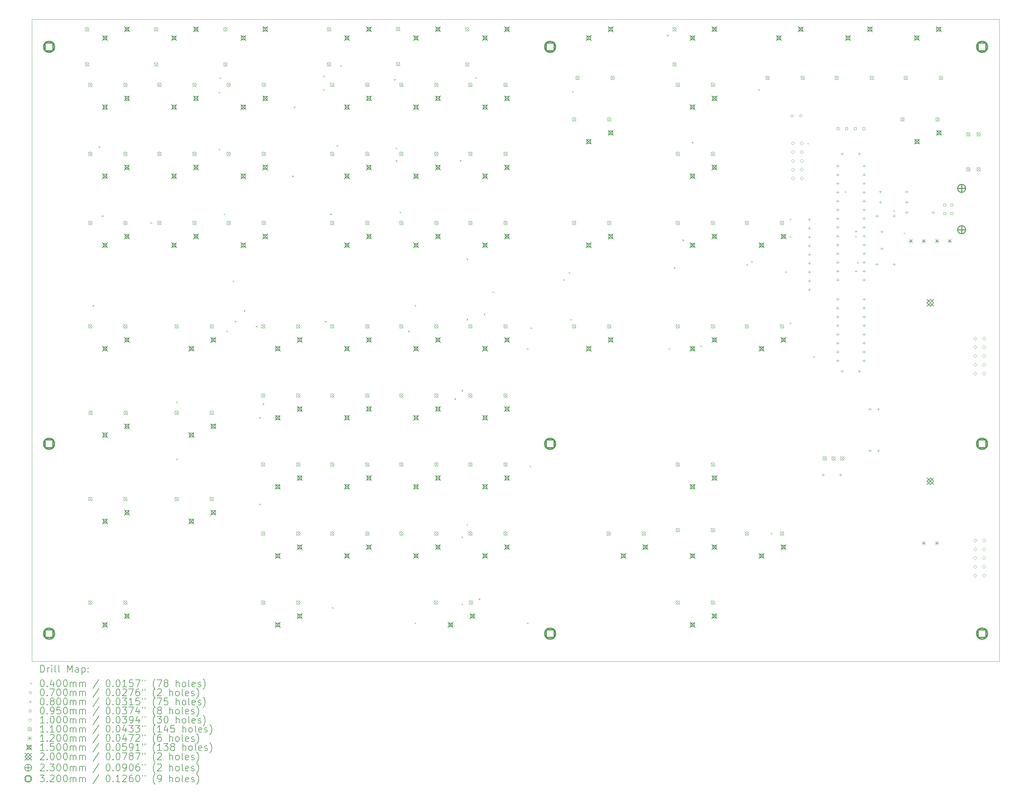
<source format=gbr>
%TF.GenerationSoftware,KiCad,Pcbnew,7.0.5*%
%TF.CreationDate,2023-07-04T22:58:34+02:00*%
%TF.ProjectId,CMD_Board,434d445f-426f-4617-9264-2e6b69636164,rev?*%
%TF.SameCoordinates,Original*%
%TF.FileFunction,Drillmap*%
%TF.FilePolarity,Positive*%
%FSLAX45Y45*%
G04 Gerber Fmt 4.5, Leading zero omitted, Abs format (unit mm)*
G04 Created by KiCad (PCBNEW 7.0.5) date 2023-07-04 22:58:34*
%MOMM*%
%LPD*%
G01*
G04 APERTURE LIST*
%ADD10C,0.100000*%
%ADD11C,0.200000*%
%ADD12C,0.040000*%
%ADD13C,0.070000*%
%ADD14C,0.080000*%
%ADD15C,0.095000*%
%ADD16C,0.110000*%
%ADD17C,0.120000*%
%ADD18C,0.150000*%
%ADD19C,0.230000*%
%ADD20C,0.320000*%
G04 APERTURE END LIST*
D10*
X4000000Y-1200000D02*
X32000000Y-1200000D01*
X32000000Y-19800000D01*
X4000000Y-19800000D01*
X4000000Y-1200000D01*
D11*
D12*
X5757550Y-9480000D02*
X5797550Y-9520000D01*
X5797550Y-9480000D02*
X5757550Y-9520000D01*
X5930000Y-4880000D02*
X5970000Y-4920000D01*
X5970000Y-4880000D02*
X5930000Y-4920000D01*
X6030000Y-6880000D02*
X6070000Y-6920000D01*
X6070000Y-6880000D02*
X6030000Y-6920000D01*
X7430000Y-7080000D02*
X7470000Y-7120000D01*
X7470000Y-7080000D02*
X7430000Y-7120000D01*
X8180000Y-12280000D02*
X8220000Y-12320000D01*
X8220000Y-12280000D02*
X8180000Y-12320000D01*
X8180000Y-13930000D02*
X8220000Y-13970000D01*
X8220000Y-13930000D02*
X8180000Y-13970000D01*
X9407550Y-3302450D02*
X9447550Y-3342450D01*
X9447550Y-3302450D02*
X9407550Y-3342450D01*
X9407550Y-4952450D02*
X9447550Y-4992450D01*
X9447550Y-4952450D02*
X9407550Y-4992450D01*
X9430000Y-2880000D02*
X9470000Y-2920000D01*
X9470000Y-2880000D02*
X9430000Y-2920000D01*
X9552450Y-6830000D02*
X9592450Y-6870000D01*
X9592450Y-6830000D02*
X9552450Y-6870000D01*
X9622451Y-10222451D02*
X9662451Y-10262451D01*
X9662451Y-10222451D02*
X9622451Y-10262451D01*
X9814451Y-8764451D02*
X9854451Y-8804451D01*
X9854451Y-8764451D02*
X9814451Y-8804451D01*
X9872451Y-9937549D02*
X9912451Y-9977549D01*
X9912451Y-9937549D02*
X9872451Y-9977549D01*
X10130000Y-9630000D02*
X10170000Y-9670000D01*
X10170000Y-9630000D02*
X10130000Y-9670000D01*
X10480000Y-10080000D02*
X10520000Y-10120000D01*
X10520000Y-10080000D02*
X10480000Y-10120000D01*
X10580000Y-12730000D02*
X10620000Y-12770000D01*
X10620000Y-12730000D02*
X10580000Y-12770000D01*
X10580000Y-15230000D02*
X10620000Y-15270000D01*
X10620000Y-15230000D02*
X10580000Y-15270000D01*
X10680000Y-12330000D02*
X10720000Y-12370000D01*
X10720000Y-12330000D02*
X10680000Y-12370000D01*
X11530000Y-5730000D02*
X11570000Y-5770000D01*
X11570000Y-5730000D02*
X11530000Y-5770000D01*
X11580000Y-3730000D02*
X11620000Y-3770000D01*
X11620000Y-3730000D02*
X11580000Y-3770000D01*
X12430000Y-2830000D02*
X12470000Y-2870000D01*
X12470000Y-2830000D02*
X12430000Y-2870000D01*
X12430000Y-3230000D02*
X12470000Y-3270000D01*
X12470000Y-3230000D02*
X12430000Y-3270000D01*
X12487549Y-9937549D02*
X12527549Y-9977549D01*
X12527549Y-9937549D02*
X12487549Y-9977549D01*
X12630000Y-6830000D02*
X12670000Y-6870000D01*
X12670000Y-6830000D02*
X12630000Y-6870000D01*
X12680000Y-18230000D02*
X12720000Y-18270000D01*
X12720000Y-18230000D02*
X12680000Y-18270000D01*
X12814451Y-4845549D02*
X12854451Y-4885549D01*
X12854451Y-4845549D02*
X12814451Y-4885549D01*
X12930000Y-2530000D02*
X12970000Y-2570000D01*
X12970000Y-2530000D02*
X12930000Y-2570000D01*
X14480000Y-2930000D02*
X14520000Y-2970000D01*
X14520000Y-2930000D02*
X14480000Y-2970000D01*
X14524549Y-4923187D02*
X14564549Y-4963187D01*
X14564549Y-4923187D02*
X14524549Y-4963187D01*
X14530000Y-5280000D02*
X14570000Y-5320000D01*
X14570000Y-5280000D02*
X14530000Y-5320000D01*
X14644502Y-6772000D02*
X14684502Y-6812000D01*
X14684502Y-6772000D02*
X14644502Y-6812000D01*
X14887549Y-10222451D02*
X14927549Y-10262451D01*
X14927549Y-10222451D02*
X14887549Y-10262451D01*
X15080000Y-9474050D02*
X15120000Y-9514050D01*
X15120000Y-9474050D02*
X15080000Y-9514050D01*
X15080000Y-18680000D02*
X15120000Y-18720000D01*
X15120000Y-18680000D02*
X15080000Y-18720000D01*
X16230000Y-12180000D02*
X16270000Y-12220000D01*
X16270000Y-12180000D02*
X16230000Y-12220000D01*
X16380000Y-5280000D02*
X16420000Y-5320000D01*
X16420000Y-5280000D02*
X16380000Y-5320000D01*
X16430000Y-16180000D02*
X16470000Y-16220000D01*
X16470000Y-16180000D02*
X16430000Y-16220000D01*
X16430000Y-18130000D02*
X16470000Y-18170000D01*
X16470000Y-18130000D02*
X16430000Y-18170000D01*
X16437549Y-11937549D02*
X16477549Y-11977549D01*
X16477549Y-11937549D02*
X16437549Y-11977549D01*
X16580000Y-8130000D02*
X16620000Y-8170000D01*
X16620000Y-8130000D02*
X16580000Y-8170000D01*
X16580000Y-9880000D02*
X16620000Y-9920000D01*
X16620000Y-9880000D02*
X16580000Y-9920000D01*
X16580000Y-15830000D02*
X16620000Y-15870000D01*
X16620000Y-15830000D02*
X16580000Y-15870000D01*
X16830000Y-2880000D02*
X16870000Y-2920000D01*
X16870000Y-2880000D02*
X16830000Y-2920000D01*
X16930000Y-17980000D02*
X16970000Y-18020000D01*
X16970000Y-17980000D02*
X16930000Y-18020000D01*
X17080000Y-9730000D02*
X17120000Y-9770000D01*
X17120000Y-9730000D02*
X17080000Y-9770000D01*
X17330000Y-9084450D02*
X17370000Y-9124450D01*
X17370000Y-9084450D02*
X17330000Y-9124450D01*
X18330000Y-10730000D02*
X18370000Y-10770000D01*
X18370000Y-10730000D02*
X18330000Y-10770000D01*
X18330000Y-18680000D02*
X18370000Y-18720000D01*
X18370000Y-18680000D02*
X18330000Y-18720000D01*
X18402450Y-14130000D02*
X18442450Y-14170000D01*
X18442450Y-14130000D02*
X18402450Y-14170000D01*
X18430000Y-10130000D02*
X18470000Y-10170000D01*
X18470000Y-10130000D02*
X18430000Y-10170000D01*
X19380000Y-8730000D02*
X19420000Y-8770000D01*
X19420000Y-8730000D02*
X19380000Y-8770000D01*
X19530000Y-8530000D02*
X19570000Y-8570000D01*
X19570000Y-8530000D02*
X19530000Y-8570000D01*
X19580000Y-9880000D02*
X19620000Y-9920000D01*
X19620000Y-9880000D02*
X19580000Y-9920000D01*
X19630000Y-3280000D02*
X19670000Y-3320000D01*
X19670000Y-3280000D02*
X19630000Y-3320000D01*
X22380000Y-1653550D02*
X22420000Y-1693550D01*
X22420000Y-1653550D02*
X22380000Y-1693550D01*
X22430000Y-10730000D02*
X22470000Y-10770000D01*
X22470000Y-10730000D02*
X22430000Y-10770000D01*
X22580000Y-8380000D02*
X22620000Y-8420000D01*
X22620000Y-8380000D02*
X22580000Y-8420000D01*
X22830000Y-7580000D02*
X22870000Y-7620000D01*
X22870000Y-7580000D02*
X22830000Y-7620000D01*
X23099000Y-4749000D02*
X23139000Y-4789000D01*
X23139000Y-4749000D02*
X23099000Y-4789000D01*
X23349218Y-10653550D02*
X23389218Y-10693550D01*
X23389218Y-10653550D02*
X23349218Y-10693550D01*
X24680000Y-8289902D02*
X24720000Y-8329902D01*
X24720000Y-8289902D02*
X24680000Y-8329902D01*
X24817452Y-8207550D02*
X24857452Y-8247550D01*
X24857452Y-8207550D02*
X24817452Y-8247550D01*
X25027230Y-3227230D02*
X25067230Y-3267230D01*
X25067230Y-3227230D02*
X25027230Y-3267230D01*
X25099000Y-7726000D02*
X25139000Y-7766000D01*
X25139000Y-7726000D02*
X25099000Y-7766000D01*
X25380000Y-16080000D02*
X25420000Y-16120000D01*
X25420000Y-16080000D02*
X25380000Y-16120000D01*
X25806000Y-8504000D02*
X25846000Y-8544000D01*
X25846000Y-8504000D02*
X25806000Y-8544000D01*
X25930000Y-6980000D02*
X25970000Y-7020000D01*
X25970000Y-6980000D02*
X25930000Y-7020000D01*
X25930000Y-7480000D02*
X25970000Y-7520000D01*
X25970000Y-7480000D02*
X25930000Y-7520000D01*
X25930000Y-9985402D02*
X25970000Y-10025402D01*
X25970000Y-9985402D02*
X25930000Y-10025402D01*
X26445151Y-4780000D02*
X26485151Y-4820000D01*
X26485151Y-4780000D02*
X26445151Y-4820000D01*
X26608048Y-10958048D02*
X26648048Y-10998048D01*
X26648048Y-10958048D02*
X26608048Y-10998048D01*
X27525402Y-6180000D02*
X27565402Y-6220000D01*
X27565402Y-6180000D02*
X27525402Y-6220000D01*
X27830000Y-7330000D02*
X27870000Y-7370000D01*
X27870000Y-7330000D02*
X27830000Y-7370000D01*
X27830000Y-7480000D02*
X27870000Y-7520000D01*
X27870000Y-7480000D02*
X27830000Y-7520000D01*
X27830000Y-8480000D02*
X27870000Y-8520000D01*
X27870000Y-8480000D02*
X27830000Y-8520000D01*
X27880000Y-8230000D02*
X27920000Y-8270000D01*
X27920000Y-8230000D02*
X27880000Y-8270000D01*
X28930000Y-6730000D02*
X28970000Y-6770000D01*
X28970000Y-6730000D02*
X28930000Y-6770000D01*
X29230000Y-7380000D02*
X29270000Y-7420000D01*
X29270000Y-7380000D02*
X29230000Y-7420000D01*
D13*
X26035000Y-4000000D02*
G75*
G03*
X26035000Y-4000000I-35000J0D01*
G01*
X26289000Y-4000000D02*
G75*
G03*
X26289000Y-4000000I-35000J0D01*
G01*
D14*
X26500000Y-6960000D02*
X26500000Y-7040000D01*
X26460000Y-7000000D02*
X26540000Y-7000000D01*
X26500000Y-7214000D02*
X26500000Y-7294000D01*
X26460000Y-7254000D02*
X26540000Y-7254000D01*
X26500000Y-7468000D02*
X26500000Y-7548000D01*
X26460000Y-7508000D02*
X26540000Y-7508000D01*
X26500000Y-7722000D02*
X26500000Y-7802000D01*
X26460000Y-7762000D02*
X26540000Y-7762000D01*
X26500000Y-7976000D02*
X26500000Y-8056000D01*
X26460000Y-8016000D02*
X26540000Y-8016000D01*
X26500000Y-8230000D02*
X26500000Y-8310000D01*
X26460000Y-8270000D02*
X26540000Y-8270000D01*
X26500000Y-8484000D02*
X26500000Y-8564000D01*
X26460000Y-8524000D02*
X26540000Y-8524000D01*
X26500000Y-8738000D02*
X26500000Y-8818000D01*
X26460000Y-8778000D02*
X26540000Y-8778000D01*
X26500000Y-8992000D02*
X26500000Y-9072000D01*
X26460000Y-9032000D02*
X26540000Y-9032000D01*
X26900000Y-14360000D02*
X26900000Y-14440000D01*
X26860000Y-14400000D02*
X26940000Y-14400000D01*
X27318000Y-9272500D02*
X27318000Y-9352500D01*
X27278000Y-9312500D02*
X27358000Y-9312500D01*
X27318000Y-9526500D02*
X27318000Y-9606500D01*
X27278000Y-9566500D02*
X27358000Y-9566500D01*
X27318000Y-9780500D02*
X27318000Y-9860500D01*
X27278000Y-9820500D02*
X27358000Y-9820500D01*
X27318000Y-10034500D02*
X27318000Y-10114500D01*
X27278000Y-10074500D02*
X27358000Y-10074500D01*
X27318000Y-10288500D02*
X27318000Y-10368500D01*
X27278000Y-10328500D02*
X27358000Y-10328500D01*
X27318000Y-10542500D02*
X27318000Y-10622500D01*
X27278000Y-10582500D02*
X27358000Y-10582500D01*
X27318000Y-10796500D02*
X27318000Y-10876500D01*
X27278000Y-10836500D02*
X27358000Y-10836500D01*
X27318000Y-11050500D02*
X27318000Y-11130500D01*
X27278000Y-11090500D02*
X27358000Y-11090500D01*
X27320500Y-5410000D02*
X27320500Y-5490000D01*
X27280500Y-5450000D02*
X27360500Y-5450000D01*
X27320500Y-5664000D02*
X27320500Y-5744000D01*
X27280500Y-5704000D02*
X27360500Y-5704000D01*
X27320500Y-5918000D02*
X27320500Y-5998000D01*
X27280500Y-5958000D02*
X27360500Y-5958000D01*
X27320500Y-6172000D02*
X27320500Y-6252000D01*
X27280500Y-6212000D02*
X27360500Y-6212000D01*
X27320500Y-6426000D02*
X27320500Y-6506000D01*
X27280500Y-6466000D02*
X27360500Y-6466000D01*
X27320500Y-6680000D02*
X27320500Y-6760000D01*
X27280500Y-6720000D02*
X27360500Y-6720000D01*
X27320500Y-6934000D02*
X27320500Y-7014000D01*
X27280500Y-6974000D02*
X27360500Y-6974000D01*
X27320500Y-7188000D02*
X27320500Y-7268000D01*
X27280500Y-7228000D02*
X27360500Y-7228000D01*
X27320500Y-7442000D02*
X27320500Y-7522000D01*
X27280500Y-7482000D02*
X27360500Y-7482000D01*
X27320500Y-7696000D02*
X27320500Y-7776000D01*
X27280500Y-7736000D02*
X27360500Y-7736000D01*
X27320500Y-7950000D02*
X27320500Y-8030000D01*
X27280500Y-7990000D02*
X27360500Y-7990000D01*
X27320500Y-8204000D02*
X27320500Y-8284000D01*
X27280500Y-8244000D02*
X27360500Y-8244000D01*
X27320500Y-8458000D02*
X27320500Y-8538000D01*
X27280500Y-8498000D02*
X27360500Y-8498000D01*
X27320500Y-8712000D02*
X27320500Y-8792000D01*
X27280500Y-8752000D02*
X27360500Y-8752000D01*
X27400000Y-14360000D02*
X27400000Y-14440000D01*
X27360000Y-14400000D02*
X27440000Y-14400000D01*
X27450000Y-5060000D02*
X27450000Y-5140000D01*
X27410000Y-5100000D02*
X27490000Y-5100000D01*
X27450000Y-11360000D02*
X27450000Y-11440000D01*
X27410000Y-11400000D02*
X27490000Y-11400000D01*
X27950000Y-5060000D02*
X27950000Y-5140000D01*
X27910000Y-5100000D02*
X27990000Y-5100000D01*
X27950000Y-11360000D02*
X27950000Y-11440000D01*
X27910000Y-11400000D02*
X27990000Y-11400000D01*
X28080000Y-9272500D02*
X28080000Y-9352500D01*
X28040000Y-9312500D02*
X28120000Y-9312500D01*
X28080000Y-9526500D02*
X28080000Y-9606500D01*
X28040000Y-9566500D02*
X28120000Y-9566500D01*
X28080000Y-9780500D02*
X28080000Y-9860500D01*
X28040000Y-9820500D02*
X28120000Y-9820500D01*
X28080000Y-10034500D02*
X28080000Y-10114500D01*
X28040000Y-10074500D02*
X28120000Y-10074500D01*
X28080000Y-10288500D02*
X28080000Y-10368500D01*
X28040000Y-10328500D02*
X28120000Y-10328500D01*
X28080000Y-10542500D02*
X28080000Y-10622500D01*
X28040000Y-10582500D02*
X28120000Y-10582500D01*
X28080000Y-10796500D02*
X28080000Y-10876500D01*
X28040000Y-10836500D02*
X28120000Y-10836500D01*
X28080000Y-11050500D02*
X28080000Y-11130500D01*
X28040000Y-11090500D02*
X28120000Y-11090500D01*
X28082500Y-5410000D02*
X28082500Y-5490000D01*
X28042500Y-5450000D02*
X28122500Y-5450000D01*
X28082500Y-5664000D02*
X28082500Y-5744000D01*
X28042500Y-5704000D02*
X28122500Y-5704000D01*
X28082500Y-5918000D02*
X28082500Y-5998000D01*
X28042500Y-5958000D02*
X28122500Y-5958000D01*
X28082500Y-6172000D02*
X28082500Y-6252000D01*
X28042500Y-6212000D02*
X28122500Y-6212000D01*
X28082500Y-6426000D02*
X28082500Y-6506000D01*
X28042500Y-6466000D02*
X28122500Y-6466000D01*
X28082500Y-6680000D02*
X28082500Y-6760000D01*
X28042500Y-6720000D02*
X28122500Y-6720000D01*
X28082500Y-6934000D02*
X28082500Y-7014000D01*
X28042500Y-6974000D02*
X28122500Y-6974000D01*
X28082500Y-7188000D02*
X28082500Y-7268000D01*
X28042500Y-7228000D02*
X28122500Y-7228000D01*
X28082500Y-7442000D02*
X28082500Y-7522000D01*
X28042500Y-7482000D02*
X28122500Y-7482000D01*
X28082500Y-7696000D02*
X28082500Y-7776000D01*
X28042500Y-7736000D02*
X28122500Y-7736000D01*
X28082500Y-7950000D02*
X28082500Y-8030000D01*
X28042500Y-7990000D02*
X28122500Y-7990000D01*
X28082500Y-8204000D02*
X28082500Y-8284000D01*
X28042500Y-8244000D02*
X28122500Y-8244000D01*
X28082500Y-8458000D02*
X28082500Y-8538000D01*
X28042500Y-8498000D02*
X28122500Y-8498000D01*
X28082500Y-8712000D02*
X28082500Y-8792000D01*
X28042500Y-8752000D02*
X28122500Y-8752000D01*
X28250000Y-12460000D02*
X28250000Y-12540000D01*
X28210000Y-12500000D02*
X28290000Y-12500000D01*
X28250000Y-13660000D02*
X28250000Y-13740000D01*
X28210000Y-13700000D02*
X28290000Y-13700000D01*
X28450000Y-6860000D02*
X28450000Y-6940000D01*
X28410000Y-6900000D02*
X28490000Y-6900000D01*
X28450000Y-8260000D02*
X28450000Y-8340000D01*
X28410000Y-8300000D02*
X28490000Y-8300000D01*
X28500000Y-12460000D02*
X28500000Y-12540000D01*
X28460000Y-12500000D02*
X28540000Y-12500000D01*
X28500000Y-13660000D02*
X28500000Y-13740000D01*
X28460000Y-13700000D02*
X28540000Y-13700000D01*
X28557000Y-6160000D02*
X28557000Y-6240000D01*
X28517000Y-6200000D02*
X28597000Y-6200000D01*
X28557000Y-6460000D02*
X28557000Y-6540000D01*
X28517000Y-6500000D02*
X28597000Y-6500000D01*
X28600000Y-7315000D02*
X28600000Y-7395000D01*
X28560000Y-7355000D02*
X28640000Y-7355000D01*
X28600000Y-7805000D02*
X28600000Y-7885000D01*
X28560000Y-7845000D02*
X28640000Y-7845000D01*
X28950000Y-6860000D02*
X28950000Y-6940000D01*
X28910000Y-6900000D02*
X28990000Y-6900000D01*
X28950000Y-8260000D02*
X28950000Y-8340000D01*
X28910000Y-8300000D02*
X28990000Y-8300000D01*
X29319000Y-6160000D02*
X29319000Y-6240000D01*
X29279000Y-6200000D02*
X29359000Y-6200000D01*
X29319000Y-6460000D02*
X29319000Y-6540000D01*
X29279000Y-6500000D02*
X29359000Y-6500000D01*
X29319000Y-6760000D02*
X29319000Y-6840000D01*
X29279000Y-6800000D02*
X29359000Y-6800000D01*
X30081000Y-6760000D02*
X30081000Y-6840000D01*
X30041000Y-6800000D02*
X30121000Y-6800000D01*
D15*
X27358588Y-4403588D02*
X27358588Y-4336412D01*
X27291412Y-4336412D01*
X27291412Y-4403588D01*
X27358588Y-4403588D01*
X27608588Y-4403588D02*
X27608588Y-4336412D01*
X27541412Y-4336412D01*
X27541412Y-4403588D01*
X27608588Y-4403588D01*
X27858588Y-4403588D02*
X27858588Y-4336412D01*
X27791412Y-4336412D01*
X27791412Y-4403588D01*
X27858588Y-4403588D01*
X28108588Y-4403588D02*
X28108588Y-4336412D01*
X28041412Y-4336412D01*
X28041412Y-4403588D01*
X28108588Y-4403588D01*
X30454838Y-6608588D02*
X30454838Y-6541412D01*
X30387662Y-6541412D01*
X30387662Y-6608588D01*
X30454838Y-6608588D01*
X30454838Y-6858588D02*
X30454838Y-6791412D01*
X30387662Y-6791412D01*
X30387662Y-6858588D01*
X30454838Y-6858588D01*
X30654838Y-6608588D02*
X30654838Y-6541412D01*
X30587662Y-6541412D01*
X30587662Y-6608588D01*
X30654838Y-6608588D01*
X30654838Y-6858588D02*
X30654838Y-6791412D01*
X30587662Y-6791412D01*
X30587662Y-6858588D01*
X30654838Y-6858588D01*
D10*
X26021250Y-4842000D02*
X26071250Y-4792000D01*
X26021250Y-4742000D01*
X25971250Y-4792000D01*
X26021250Y-4842000D01*
X26021250Y-5096000D02*
X26071250Y-5046000D01*
X26021250Y-4996000D01*
X25971250Y-5046000D01*
X26021250Y-5096000D01*
X26021250Y-5350000D02*
X26071250Y-5300000D01*
X26021250Y-5250000D01*
X25971250Y-5300000D01*
X26021250Y-5350000D01*
X26021250Y-5604000D02*
X26071250Y-5554000D01*
X26021250Y-5504000D01*
X25971250Y-5554000D01*
X26021250Y-5604000D01*
X26021250Y-5858000D02*
X26071250Y-5808000D01*
X26021250Y-5758000D01*
X25971250Y-5808000D01*
X26021250Y-5858000D01*
X26275250Y-4842000D02*
X26325250Y-4792000D01*
X26275250Y-4742000D01*
X26225250Y-4792000D01*
X26275250Y-4842000D01*
X26275250Y-5096000D02*
X26325250Y-5046000D01*
X26275250Y-4996000D01*
X26225250Y-5046000D01*
X26275250Y-5096000D01*
X26275250Y-5350000D02*
X26325250Y-5300000D01*
X26275250Y-5250000D01*
X26225250Y-5300000D01*
X26275250Y-5350000D01*
X26275250Y-5604000D02*
X26325250Y-5554000D01*
X26275250Y-5504000D01*
X26225250Y-5554000D01*
X26275250Y-5604000D01*
X26275250Y-5858000D02*
X26325250Y-5808000D01*
X26275250Y-5758000D01*
X26225250Y-5808000D01*
X26275250Y-5858000D01*
X31296000Y-10500000D02*
X31346000Y-10450000D01*
X31296000Y-10400000D01*
X31246000Y-10450000D01*
X31296000Y-10500000D01*
X31296000Y-10754000D02*
X31346000Y-10704000D01*
X31296000Y-10654000D01*
X31246000Y-10704000D01*
X31296000Y-10754000D01*
X31296000Y-11008000D02*
X31346000Y-10958000D01*
X31296000Y-10908000D01*
X31246000Y-10958000D01*
X31296000Y-11008000D01*
X31296000Y-11262000D02*
X31346000Y-11212000D01*
X31296000Y-11162000D01*
X31246000Y-11212000D01*
X31296000Y-11262000D01*
X31296000Y-11516000D02*
X31346000Y-11466000D01*
X31296000Y-11416000D01*
X31246000Y-11466000D01*
X31296000Y-11516000D01*
X31296000Y-16350000D02*
X31346000Y-16300000D01*
X31296000Y-16250000D01*
X31246000Y-16300000D01*
X31296000Y-16350000D01*
X31296000Y-16604000D02*
X31346000Y-16554000D01*
X31296000Y-16504000D01*
X31246000Y-16554000D01*
X31296000Y-16604000D01*
X31296000Y-16858000D02*
X31346000Y-16808000D01*
X31296000Y-16758000D01*
X31246000Y-16808000D01*
X31296000Y-16858000D01*
X31296000Y-17112000D02*
X31346000Y-17062000D01*
X31296000Y-17012000D01*
X31246000Y-17062000D01*
X31296000Y-17112000D01*
X31296000Y-17366000D02*
X31346000Y-17316000D01*
X31296000Y-17266000D01*
X31246000Y-17316000D01*
X31296000Y-17366000D01*
X31550000Y-10500000D02*
X31600000Y-10450000D01*
X31550000Y-10400000D01*
X31500000Y-10450000D01*
X31550000Y-10500000D01*
X31550000Y-10754000D02*
X31600000Y-10704000D01*
X31550000Y-10654000D01*
X31500000Y-10704000D01*
X31550000Y-10754000D01*
X31550000Y-11008000D02*
X31600000Y-10958000D01*
X31550000Y-10908000D01*
X31500000Y-10958000D01*
X31550000Y-11008000D01*
X31550000Y-11262000D02*
X31600000Y-11212000D01*
X31550000Y-11162000D01*
X31500000Y-11212000D01*
X31550000Y-11262000D01*
X31550000Y-11516000D02*
X31600000Y-11466000D01*
X31550000Y-11416000D01*
X31500000Y-11466000D01*
X31550000Y-11516000D01*
X31550000Y-16350000D02*
X31600000Y-16300000D01*
X31550000Y-16250000D01*
X31500000Y-16300000D01*
X31550000Y-16350000D01*
X31550000Y-16604000D02*
X31600000Y-16554000D01*
X31550000Y-16504000D01*
X31500000Y-16554000D01*
X31550000Y-16604000D01*
X31550000Y-16858000D02*
X31600000Y-16808000D01*
X31550000Y-16758000D01*
X31500000Y-16808000D01*
X31550000Y-16858000D01*
X31550000Y-17112000D02*
X31600000Y-17062000D01*
X31550000Y-17012000D01*
X31500000Y-17062000D01*
X31550000Y-17112000D01*
X31550000Y-17366000D02*
X31600000Y-17316000D01*
X31550000Y-17266000D01*
X31500000Y-17316000D01*
X31550000Y-17366000D01*
D16*
X5545000Y-1437000D02*
X5655000Y-1547000D01*
X5655000Y-1437000D02*
X5545000Y-1547000D01*
X5655000Y-1492000D02*
G75*
G03*
X5655000Y-1492000I-55000J0D01*
G01*
X5545000Y-2453000D02*
X5655000Y-2563000D01*
X5655000Y-2453000D02*
X5545000Y-2563000D01*
X5655000Y-2508000D02*
G75*
G03*
X5655000Y-2508000I-55000J0D01*
G01*
X5637000Y-3045000D02*
X5747000Y-3155000D01*
X5747000Y-3045000D02*
X5637000Y-3155000D01*
X5747000Y-3100000D02*
G75*
G03*
X5747000Y-3100000I-55000J0D01*
G01*
X5637000Y-5045000D02*
X5747000Y-5155000D01*
X5747000Y-5045000D02*
X5637000Y-5155000D01*
X5747000Y-5100000D02*
G75*
G03*
X5747000Y-5100000I-55000J0D01*
G01*
X5637000Y-7045000D02*
X5747000Y-7155000D01*
X5747000Y-7045000D02*
X5637000Y-7155000D01*
X5747000Y-7100000D02*
G75*
G03*
X5747000Y-7100000I-55000J0D01*
G01*
X5637000Y-10045000D02*
X5747000Y-10155000D01*
X5747000Y-10045000D02*
X5637000Y-10155000D01*
X5747000Y-10100000D02*
G75*
G03*
X5747000Y-10100000I-55000J0D01*
G01*
X5637000Y-15045000D02*
X5747000Y-15155000D01*
X5747000Y-15045000D02*
X5637000Y-15155000D01*
X5747000Y-15100000D02*
G75*
G03*
X5747000Y-15100000I-55000J0D01*
G01*
X5637000Y-18045000D02*
X5747000Y-18155000D01*
X5747000Y-18045000D02*
X5637000Y-18155000D01*
X5747000Y-18100000D02*
G75*
G03*
X5747000Y-18100000I-55000J0D01*
G01*
X5645000Y-12545000D02*
X5755000Y-12655000D01*
X5755000Y-12545000D02*
X5645000Y-12655000D01*
X5755000Y-12600000D02*
G75*
G03*
X5755000Y-12600000I-55000J0D01*
G01*
X6653000Y-3045000D02*
X6763000Y-3155000D01*
X6763000Y-3045000D02*
X6653000Y-3155000D01*
X6763000Y-3100000D02*
G75*
G03*
X6763000Y-3100000I-55000J0D01*
G01*
X6653000Y-5045000D02*
X6763000Y-5155000D01*
X6763000Y-5045000D02*
X6653000Y-5155000D01*
X6763000Y-5100000D02*
G75*
G03*
X6763000Y-5100000I-55000J0D01*
G01*
X6653000Y-7045000D02*
X6763000Y-7155000D01*
X6763000Y-7045000D02*
X6653000Y-7155000D01*
X6763000Y-7100000D02*
G75*
G03*
X6763000Y-7100000I-55000J0D01*
G01*
X6653000Y-10045000D02*
X6763000Y-10155000D01*
X6763000Y-10045000D02*
X6653000Y-10155000D01*
X6763000Y-10100000D02*
G75*
G03*
X6763000Y-10100000I-55000J0D01*
G01*
X6653000Y-15045000D02*
X6763000Y-15155000D01*
X6763000Y-15045000D02*
X6653000Y-15155000D01*
X6763000Y-15100000D02*
G75*
G03*
X6763000Y-15100000I-55000J0D01*
G01*
X6653000Y-18045000D02*
X6763000Y-18155000D01*
X6763000Y-18045000D02*
X6653000Y-18155000D01*
X6763000Y-18100000D02*
G75*
G03*
X6763000Y-18100000I-55000J0D01*
G01*
X6661000Y-12545000D02*
X6771000Y-12655000D01*
X6771000Y-12545000D02*
X6661000Y-12655000D01*
X6771000Y-12600000D02*
G75*
G03*
X6771000Y-12600000I-55000J0D01*
G01*
X7545000Y-1437000D02*
X7655000Y-1547000D01*
X7655000Y-1437000D02*
X7545000Y-1547000D01*
X7655000Y-1492000D02*
G75*
G03*
X7655000Y-1492000I-55000J0D01*
G01*
X7545000Y-2453000D02*
X7655000Y-2563000D01*
X7655000Y-2453000D02*
X7545000Y-2563000D01*
X7655000Y-2508000D02*
G75*
G03*
X7655000Y-2508000I-55000J0D01*
G01*
X7637000Y-3045000D02*
X7747000Y-3155000D01*
X7747000Y-3045000D02*
X7637000Y-3155000D01*
X7747000Y-3100000D02*
G75*
G03*
X7747000Y-3100000I-55000J0D01*
G01*
X7637000Y-5045000D02*
X7747000Y-5155000D01*
X7747000Y-5045000D02*
X7637000Y-5155000D01*
X7747000Y-5100000D02*
G75*
G03*
X7747000Y-5100000I-55000J0D01*
G01*
X7637000Y-7045000D02*
X7747000Y-7155000D01*
X7747000Y-7045000D02*
X7637000Y-7155000D01*
X7747000Y-7100000D02*
G75*
G03*
X7747000Y-7100000I-55000J0D01*
G01*
X8137000Y-10045000D02*
X8247000Y-10155000D01*
X8247000Y-10045000D02*
X8137000Y-10155000D01*
X8247000Y-10100000D02*
G75*
G03*
X8247000Y-10100000I-55000J0D01*
G01*
X8137000Y-12545000D02*
X8247000Y-12655000D01*
X8247000Y-12545000D02*
X8137000Y-12655000D01*
X8247000Y-12600000D02*
G75*
G03*
X8247000Y-12600000I-55000J0D01*
G01*
X8137000Y-15045000D02*
X8247000Y-15155000D01*
X8247000Y-15045000D02*
X8137000Y-15155000D01*
X8247000Y-15100000D02*
G75*
G03*
X8247000Y-15100000I-55000J0D01*
G01*
X8653000Y-3045000D02*
X8763000Y-3155000D01*
X8763000Y-3045000D02*
X8653000Y-3155000D01*
X8763000Y-3100000D02*
G75*
G03*
X8763000Y-3100000I-55000J0D01*
G01*
X8653000Y-5045000D02*
X8763000Y-5155000D01*
X8763000Y-5045000D02*
X8653000Y-5155000D01*
X8763000Y-5100000D02*
G75*
G03*
X8763000Y-5100000I-55000J0D01*
G01*
X8653000Y-7045000D02*
X8763000Y-7155000D01*
X8763000Y-7045000D02*
X8653000Y-7155000D01*
X8763000Y-7100000D02*
G75*
G03*
X8763000Y-7100000I-55000J0D01*
G01*
X9153000Y-10045000D02*
X9263000Y-10155000D01*
X9263000Y-10045000D02*
X9153000Y-10155000D01*
X9263000Y-10100000D02*
G75*
G03*
X9263000Y-10100000I-55000J0D01*
G01*
X9153000Y-12545000D02*
X9263000Y-12655000D01*
X9263000Y-12545000D02*
X9153000Y-12655000D01*
X9263000Y-12600000D02*
G75*
G03*
X9263000Y-12600000I-55000J0D01*
G01*
X9153000Y-15045000D02*
X9263000Y-15155000D01*
X9263000Y-15045000D02*
X9153000Y-15155000D01*
X9263000Y-15100000D02*
G75*
G03*
X9263000Y-15100000I-55000J0D01*
G01*
X9545000Y-1437000D02*
X9655000Y-1547000D01*
X9655000Y-1437000D02*
X9545000Y-1547000D01*
X9655000Y-1492000D02*
G75*
G03*
X9655000Y-1492000I-55000J0D01*
G01*
X9545000Y-2453000D02*
X9655000Y-2563000D01*
X9655000Y-2453000D02*
X9545000Y-2563000D01*
X9655000Y-2508000D02*
G75*
G03*
X9655000Y-2508000I-55000J0D01*
G01*
X9637000Y-3045000D02*
X9747000Y-3155000D01*
X9747000Y-3045000D02*
X9637000Y-3155000D01*
X9747000Y-3100000D02*
G75*
G03*
X9747000Y-3100000I-55000J0D01*
G01*
X9637000Y-5045000D02*
X9747000Y-5155000D01*
X9747000Y-5045000D02*
X9637000Y-5155000D01*
X9747000Y-5100000D02*
G75*
G03*
X9747000Y-5100000I-55000J0D01*
G01*
X9637000Y-7045000D02*
X9747000Y-7155000D01*
X9747000Y-7045000D02*
X9637000Y-7155000D01*
X9747000Y-7100000D02*
G75*
G03*
X9747000Y-7100000I-55000J0D01*
G01*
X10637000Y-10045000D02*
X10747000Y-10155000D01*
X10747000Y-10045000D02*
X10637000Y-10155000D01*
X10747000Y-10100000D02*
G75*
G03*
X10747000Y-10100000I-55000J0D01*
G01*
X10637000Y-12045000D02*
X10747000Y-12155000D01*
X10747000Y-12045000D02*
X10637000Y-12155000D01*
X10747000Y-12100000D02*
G75*
G03*
X10747000Y-12100000I-55000J0D01*
G01*
X10637000Y-14045000D02*
X10747000Y-14155000D01*
X10747000Y-14045000D02*
X10637000Y-14155000D01*
X10747000Y-14100000D02*
G75*
G03*
X10747000Y-14100000I-55000J0D01*
G01*
X10637000Y-16045000D02*
X10747000Y-16155000D01*
X10747000Y-16045000D02*
X10637000Y-16155000D01*
X10747000Y-16100000D02*
G75*
G03*
X10747000Y-16100000I-55000J0D01*
G01*
X10637000Y-18045000D02*
X10747000Y-18155000D01*
X10747000Y-18045000D02*
X10637000Y-18155000D01*
X10747000Y-18100000D02*
G75*
G03*
X10747000Y-18100000I-55000J0D01*
G01*
X10653000Y-3045000D02*
X10763000Y-3155000D01*
X10763000Y-3045000D02*
X10653000Y-3155000D01*
X10763000Y-3100000D02*
G75*
G03*
X10763000Y-3100000I-55000J0D01*
G01*
X10653000Y-5045000D02*
X10763000Y-5155000D01*
X10763000Y-5045000D02*
X10653000Y-5155000D01*
X10763000Y-5100000D02*
G75*
G03*
X10763000Y-5100000I-55000J0D01*
G01*
X10653000Y-7045000D02*
X10763000Y-7155000D01*
X10763000Y-7045000D02*
X10653000Y-7155000D01*
X10763000Y-7100000D02*
G75*
G03*
X10763000Y-7100000I-55000J0D01*
G01*
X11653000Y-10045000D02*
X11763000Y-10155000D01*
X11763000Y-10045000D02*
X11653000Y-10155000D01*
X11763000Y-10100000D02*
G75*
G03*
X11763000Y-10100000I-55000J0D01*
G01*
X11653000Y-12045000D02*
X11763000Y-12155000D01*
X11763000Y-12045000D02*
X11653000Y-12155000D01*
X11763000Y-12100000D02*
G75*
G03*
X11763000Y-12100000I-55000J0D01*
G01*
X11653000Y-14045000D02*
X11763000Y-14155000D01*
X11763000Y-14045000D02*
X11653000Y-14155000D01*
X11763000Y-14100000D02*
G75*
G03*
X11763000Y-14100000I-55000J0D01*
G01*
X11653000Y-16045000D02*
X11763000Y-16155000D01*
X11763000Y-16045000D02*
X11653000Y-16155000D01*
X11763000Y-16100000D02*
G75*
G03*
X11763000Y-16100000I-55000J0D01*
G01*
X11653000Y-18045000D02*
X11763000Y-18155000D01*
X11763000Y-18045000D02*
X11653000Y-18155000D01*
X11763000Y-18100000D02*
G75*
G03*
X11763000Y-18100000I-55000J0D01*
G01*
X12545000Y-1437000D02*
X12655000Y-1547000D01*
X12655000Y-1437000D02*
X12545000Y-1547000D01*
X12655000Y-1492000D02*
G75*
G03*
X12655000Y-1492000I-55000J0D01*
G01*
X12545000Y-2453000D02*
X12655000Y-2563000D01*
X12655000Y-2453000D02*
X12545000Y-2563000D01*
X12655000Y-2508000D02*
G75*
G03*
X12655000Y-2508000I-55000J0D01*
G01*
X12637000Y-3045000D02*
X12747000Y-3155000D01*
X12747000Y-3045000D02*
X12637000Y-3155000D01*
X12747000Y-3100000D02*
G75*
G03*
X12747000Y-3100000I-55000J0D01*
G01*
X12637000Y-5045000D02*
X12747000Y-5155000D01*
X12747000Y-5045000D02*
X12637000Y-5155000D01*
X12747000Y-5100000D02*
G75*
G03*
X12747000Y-5100000I-55000J0D01*
G01*
X12637000Y-7045000D02*
X12747000Y-7155000D01*
X12747000Y-7045000D02*
X12637000Y-7155000D01*
X12747000Y-7100000D02*
G75*
G03*
X12747000Y-7100000I-55000J0D01*
G01*
X12637000Y-10045000D02*
X12747000Y-10155000D01*
X12747000Y-10045000D02*
X12637000Y-10155000D01*
X12747000Y-10100000D02*
G75*
G03*
X12747000Y-10100000I-55000J0D01*
G01*
X12637000Y-12045000D02*
X12747000Y-12155000D01*
X12747000Y-12045000D02*
X12637000Y-12155000D01*
X12747000Y-12100000D02*
G75*
G03*
X12747000Y-12100000I-55000J0D01*
G01*
X12637000Y-14045000D02*
X12747000Y-14155000D01*
X12747000Y-14045000D02*
X12637000Y-14155000D01*
X12747000Y-14100000D02*
G75*
G03*
X12747000Y-14100000I-55000J0D01*
G01*
X12637000Y-16045000D02*
X12747000Y-16155000D01*
X12747000Y-16045000D02*
X12637000Y-16155000D01*
X12747000Y-16100000D02*
G75*
G03*
X12747000Y-16100000I-55000J0D01*
G01*
X13653000Y-3045000D02*
X13763000Y-3155000D01*
X13763000Y-3045000D02*
X13653000Y-3155000D01*
X13763000Y-3100000D02*
G75*
G03*
X13763000Y-3100000I-55000J0D01*
G01*
X13653000Y-5045000D02*
X13763000Y-5155000D01*
X13763000Y-5045000D02*
X13653000Y-5155000D01*
X13763000Y-5100000D02*
G75*
G03*
X13763000Y-5100000I-55000J0D01*
G01*
X13653000Y-7045000D02*
X13763000Y-7155000D01*
X13763000Y-7045000D02*
X13653000Y-7155000D01*
X13763000Y-7100000D02*
G75*
G03*
X13763000Y-7100000I-55000J0D01*
G01*
X13653000Y-10045000D02*
X13763000Y-10155000D01*
X13763000Y-10045000D02*
X13653000Y-10155000D01*
X13763000Y-10100000D02*
G75*
G03*
X13763000Y-10100000I-55000J0D01*
G01*
X13653000Y-12045000D02*
X13763000Y-12155000D01*
X13763000Y-12045000D02*
X13653000Y-12155000D01*
X13763000Y-12100000D02*
G75*
G03*
X13763000Y-12100000I-55000J0D01*
G01*
X13653000Y-14045000D02*
X13763000Y-14155000D01*
X13763000Y-14045000D02*
X13653000Y-14155000D01*
X13763000Y-14100000D02*
G75*
G03*
X13763000Y-14100000I-55000J0D01*
G01*
X13653000Y-16045000D02*
X13763000Y-16155000D01*
X13763000Y-16045000D02*
X13653000Y-16155000D01*
X13763000Y-16100000D02*
G75*
G03*
X13763000Y-16100000I-55000J0D01*
G01*
X14545000Y-1429000D02*
X14655000Y-1539000D01*
X14655000Y-1429000D02*
X14545000Y-1539000D01*
X14655000Y-1484000D02*
G75*
G03*
X14655000Y-1484000I-55000J0D01*
G01*
X14545000Y-2445000D02*
X14655000Y-2555000D01*
X14655000Y-2445000D02*
X14545000Y-2555000D01*
X14655000Y-2500000D02*
G75*
G03*
X14655000Y-2500000I-55000J0D01*
G01*
X14637000Y-3045000D02*
X14747000Y-3155000D01*
X14747000Y-3045000D02*
X14637000Y-3155000D01*
X14747000Y-3100000D02*
G75*
G03*
X14747000Y-3100000I-55000J0D01*
G01*
X14637000Y-5045000D02*
X14747000Y-5155000D01*
X14747000Y-5045000D02*
X14637000Y-5155000D01*
X14747000Y-5100000D02*
G75*
G03*
X14747000Y-5100000I-55000J0D01*
G01*
X14637000Y-7045000D02*
X14747000Y-7155000D01*
X14747000Y-7045000D02*
X14637000Y-7155000D01*
X14747000Y-7100000D02*
G75*
G03*
X14747000Y-7100000I-55000J0D01*
G01*
X14637000Y-10045000D02*
X14747000Y-10155000D01*
X14747000Y-10045000D02*
X14637000Y-10155000D01*
X14747000Y-10100000D02*
G75*
G03*
X14747000Y-10100000I-55000J0D01*
G01*
X14637000Y-12045000D02*
X14747000Y-12155000D01*
X14747000Y-12045000D02*
X14637000Y-12155000D01*
X14747000Y-12100000D02*
G75*
G03*
X14747000Y-12100000I-55000J0D01*
G01*
X14637000Y-14045000D02*
X14747000Y-14155000D01*
X14747000Y-14045000D02*
X14637000Y-14155000D01*
X14747000Y-14100000D02*
G75*
G03*
X14747000Y-14100000I-55000J0D01*
G01*
X14637000Y-16045000D02*
X14747000Y-16155000D01*
X14747000Y-16045000D02*
X14637000Y-16155000D01*
X14747000Y-16100000D02*
G75*
G03*
X14747000Y-16100000I-55000J0D01*
G01*
X15637000Y-18045000D02*
X15747000Y-18155000D01*
X15747000Y-18045000D02*
X15637000Y-18155000D01*
X15747000Y-18100000D02*
G75*
G03*
X15747000Y-18100000I-55000J0D01*
G01*
X15653000Y-3045000D02*
X15763000Y-3155000D01*
X15763000Y-3045000D02*
X15653000Y-3155000D01*
X15763000Y-3100000D02*
G75*
G03*
X15763000Y-3100000I-55000J0D01*
G01*
X15653000Y-5045000D02*
X15763000Y-5155000D01*
X15763000Y-5045000D02*
X15653000Y-5155000D01*
X15763000Y-5100000D02*
G75*
G03*
X15763000Y-5100000I-55000J0D01*
G01*
X15653000Y-7045000D02*
X15763000Y-7155000D01*
X15763000Y-7045000D02*
X15653000Y-7155000D01*
X15763000Y-7100000D02*
G75*
G03*
X15763000Y-7100000I-55000J0D01*
G01*
X15653000Y-10045000D02*
X15763000Y-10155000D01*
X15763000Y-10045000D02*
X15653000Y-10155000D01*
X15763000Y-10100000D02*
G75*
G03*
X15763000Y-10100000I-55000J0D01*
G01*
X15653000Y-12045000D02*
X15763000Y-12155000D01*
X15763000Y-12045000D02*
X15653000Y-12155000D01*
X15763000Y-12100000D02*
G75*
G03*
X15763000Y-12100000I-55000J0D01*
G01*
X15653000Y-14045000D02*
X15763000Y-14155000D01*
X15763000Y-14045000D02*
X15653000Y-14155000D01*
X15763000Y-14100000D02*
G75*
G03*
X15763000Y-14100000I-55000J0D01*
G01*
X15653000Y-16045000D02*
X15763000Y-16155000D01*
X15763000Y-16045000D02*
X15653000Y-16155000D01*
X15763000Y-16100000D02*
G75*
G03*
X15763000Y-16100000I-55000J0D01*
G01*
X16545000Y-1437000D02*
X16655000Y-1547000D01*
X16655000Y-1437000D02*
X16545000Y-1547000D01*
X16655000Y-1492000D02*
G75*
G03*
X16655000Y-1492000I-55000J0D01*
G01*
X16545000Y-2453000D02*
X16655000Y-2563000D01*
X16655000Y-2453000D02*
X16545000Y-2563000D01*
X16655000Y-2508000D02*
G75*
G03*
X16655000Y-2508000I-55000J0D01*
G01*
X16637000Y-3045000D02*
X16747000Y-3155000D01*
X16747000Y-3045000D02*
X16637000Y-3155000D01*
X16747000Y-3100000D02*
G75*
G03*
X16747000Y-3100000I-55000J0D01*
G01*
X16637000Y-5045000D02*
X16747000Y-5155000D01*
X16747000Y-5045000D02*
X16637000Y-5155000D01*
X16747000Y-5100000D02*
G75*
G03*
X16747000Y-5100000I-55000J0D01*
G01*
X16637000Y-7045000D02*
X16747000Y-7155000D01*
X16747000Y-7045000D02*
X16637000Y-7155000D01*
X16747000Y-7100000D02*
G75*
G03*
X16747000Y-7100000I-55000J0D01*
G01*
X16637000Y-10045000D02*
X16747000Y-10155000D01*
X16747000Y-10045000D02*
X16637000Y-10155000D01*
X16747000Y-10100000D02*
G75*
G03*
X16747000Y-10100000I-55000J0D01*
G01*
X16637000Y-12045000D02*
X16747000Y-12155000D01*
X16747000Y-12045000D02*
X16637000Y-12155000D01*
X16747000Y-12100000D02*
G75*
G03*
X16747000Y-12100000I-55000J0D01*
G01*
X16637000Y-14045000D02*
X16747000Y-14155000D01*
X16747000Y-14045000D02*
X16637000Y-14155000D01*
X16747000Y-14100000D02*
G75*
G03*
X16747000Y-14100000I-55000J0D01*
G01*
X16637000Y-16045000D02*
X16747000Y-16155000D01*
X16747000Y-16045000D02*
X16637000Y-16155000D01*
X16747000Y-16100000D02*
G75*
G03*
X16747000Y-16100000I-55000J0D01*
G01*
X16653000Y-18045000D02*
X16763000Y-18155000D01*
X16763000Y-18045000D02*
X16653000Y-18155000D01*
X16763000Y-18100000D02*
G75*
G03*
X16763000Y-18100000I-55000J0D01*
G01*
X17653000Y-3045000D02*
X17763000Y-3155000D01*
X17763000Y-3045000D02*
X17653000Y-3155000D01*
X17763000Y-3100000D02*
G75*
G03*
X17763000Y-3100000I-55000J0D01*
G01*
X17653000Y-5045000D02*
X17763000Y-5155000D01*
X17763000Y-5045000D02*
X17653000Y-5155000D01*
X17763000Y-5100000D02*
G75*
G03*
X17763000Y-5100000I-55000J0D01*
G01*
X17653000Y-7045000D02*
X17763000Y-7155000D01*
X17763000Y-7045000D02*
X17653000Y-7155000D01*
X17763000Y-7100000D02*
G75*
G03*
X17763000Y-7100000I-55000J0D01*
G01*
X17653000Y-10045000D02*
X17763000Y-10155000D01*
X17763000Y-10045000D02*
X17653000Y-10155000D01*
X17763000Y-10100000D02*
G75*
G03*
X17763000Y-10100000I-55000J0D01*
G01*
X17653000Y-12045000D02*
X17763000Y-12155000D01*
X17763000Y-12045000D02*
X17653000Y-12155000D01*
X17763000Y-12100000D02*
G75*
G03*
X17763000Y-12100000I-55000J0D01*
G01*
X17653000Y-14045000D02*
X17763000Y-14155000D01*
X17763000Y-14045000D02*
X17653000Y-14155000D01*
X17763000Y-14100000D02*
G75*
G03*
X17763000Y-14100000I-55000J0D01*
G01*
X17653000Y-16045000D02*
X17763000Y-16155000D01*
X17763000Y-16045000D02*
X17653000Y-16155000D01*
X17763000Y-16100000D02*
G75*
G03*
X17763000Y-16100000I-55000J0D01*
G01*
X19637000Y-4045000D02*
X19747000Y-4155000D01*
X19747000Y-4045000D02*
X19637000Y-4155000D01*
X19747000Y-4100000D02*
G75*
G03*
X19747000Y-4100000I-55000J0D01*
G01*
X19637000Y-7045000D02*
X19747000Y-7155000D01*
X19747000Y-7045000D02*
X19637000Y-7155000D01*
X19747000Y-7100000D02*
G75*
G03*
X19747000Y-7100000I-55000J0D01*
G01*
X19637000Y-10045000D02*
X19747000Y-10155000D01*
X19747000Y-10045000D02*
X19637000Y-10155000D01*
X19747000Y-10100000D02*
G75*
G03*
X19747000Y-10100000I-55000J0D01*
G01*
X19737000Y-2845000D02*
X19847000Y-2955000D01*
X19847000Y-2845000D02*
X19737000Y-2955000D01*
X19847000Y-2900000D02*
G75*
G03*
X19847000Y-2900000I-55000J0D01*
G01*
X20637000Y-16045000D02*
X20747000Y-16155000D01*
X20747000Y-16045000D02*
X20637000Y-16155000D01*
X20747000Y-16100000D02*
G75*
G03*
X20747000Y-16100000I-55000J0D01*
G01*
X20653000Y-4045000D02*
X20763000Y-4155000D01*
X20763000Y-4045000D02*
X20653000Y-4155000D01*
X20763000Y-4100000D02*
G75*
G03*
X20763000Y-4100000I-55000J0D01*
G01*
X20653000Y-7045000D02*
X20763000Y-7155000D01*
X20763000Y-7045000D02*
X20653000Y-7155000D01*
X20763000Y-7100000D02*
G75*
G03*
X20763000Y-7100000I-55000J0D01*
G01*
X20653000Y-10045000D02*
X20763000Y-10155000D01*
X20763000Y-10045000D02*
X20653000Y-10155000D01*
X20763000Y-10100000D02*
G75*
G03*
X20763000Y-10100000I-55000J0D01*
G01*
X20753000Y-2845000D02*
X20863000Y-2955000D01*
X20863000Y-2845000D02*
X20753000Y-2955000D01*
X20863000Y-2900000D02*
G75*
G03*
X20863000Y-2900000I-55000J0D01*
G01*
X21653000Y-16045000D02*
X21763000Y-16155000D01*
X21763000Y-16045000D02*
X21653000Y-16155000D01*
X21763000Y-16100000D02*
G75*
G03*
X21763000Y-16100000I-55000J0D01*
G01*
X22545000Y-1437000D02*
X22655000Y-1547000D01*
X22655000Y-1437000D02*
X22545000Y-1547000D01*
X22655000Y-1492000D02*
G75*
G03*
X22655000Y-1492000I-55000J0D01*
G01*
X22545000Y-2453000D02*
X22655000Y-2563000D01*
X22655000Y-2453000D02*
X22545000Y-2563000D01*
X22655000Y-2508000D02*
G75*
G03*
X22655000Y-2508000I-55000J0D01*
G01*
X22637000Y-3045000D02*
X22747000Y-3155000D01*
X22747000Y-3045000D02*
X22637000Y-3155000D01*
X22747000Y-3100000D02*
G75*
G03*
X22747000Y-3100000I-55000J0D01*
G01*
X22637000Y-5045000D02*
X22747000Y-5155000D01*
X22747000Y-5045000D02*
X22637000Y-5155000D01*
X22747000Y-5100000D02*
G75*
G03*
X22747000Y-5100000I-55000J0D01*
G01*
X22637000Y-7045000D02*
X22747000Y-7155000D01*
X22747000Y-7045000D02*
X22637000Y-7155000D01*
X22747000Y-7100000D02*
G75*
G03*
X22747000Y-7100000I-55000J0D01*
G01*
X22637000Y-10045000D02*
X22747000Y-10155000D01*
X22747000Y-10045000D02*
X22637000Y-10155000D01*
X22747000Y-10100000D02*
G75*
G03*
X22747000Y-10100000I-55000J0D01*
G01*
X22637000Y-14045000D02*
X22747000Y-14155000D01*
X22747000Y-14045000D02*
X22637000Y-14155000D01*
X22747000Y-14100000D02*
G75*
G03*
X22747000Y-14100000I-55000J0D01*
G01*
X22637000Y-15945000D02*
X22747000Y-16055000D01*
X22747000Y-15945000D02*
X22637000Y-16055000D01*
X22747000Y-16000000D02*
G75*
G03*
X22747000Y-16000000I-55000J0D01*
G01*
X22637000Y-18045000D02*
X22747000Y-18155000D01*
X22747000Y-18045000D02*
X22637000Y-18155000D01*
X22747000Y-18100000D02*
G75*
G03*
X22747000Y-18100000I-55000J0D01*
G01*
X23653000Y-3045000D02*
X23763000Y-3155000D01*
X23763000Y-3045000D02*
X23653000Y-3155000D01*
X23763000Y-3100000D02*
G75*
G03*
X23763000Y-3100000I-55000J0D01*
G01*
X23653000Y-5045000D02*
X23763000Y-5155000D01*
X23763000Y-5045000D02*
X23653000Y-5155000D01*
X23763000Y-5100000D02*
G75*
G03*
X23763000Y-5100000I-55000J0D01*
G01*
X23653000Y-7045000D02*
X23763000Y-7155000D01*
X23763000Y-7045000D02*
X23653000Y-7155000D01*
X23763000Y-7100000D02*
G75*
G03*
X23763000Y-7100000I-55000J0D01*
G01*
X23653000Y-10045000D02*
X23763000Y-10155000D01*
X23763000Y-10045000D02*
X23653000Y-10155000D01*
X23763000Y-10100000D02*
G75*
G03*
X23763000Y-10100000I-55000J0D01*
G01*
X23653000Y-14045000D02*
X23763000Y-14155000D01*
X23763000Y-14045000D02*
X23653000Y-14155000D01*
X23763000Y-14100000D02*
G75*
G03*
X23763000Y-14100000I-55000J0D01*
G01*
X23653000Y-15945000D02*
X23763000Y-16055000D01*
X23763000Y-15945000D02*
X23653000Y-16055000D01*
X23763000Y-16000000D02*
G75*
G03*
X23763000Y-16000000I-55000J0D01*
G01*
X23653000Y-18045000D02*
X23763000Y-18155000D01*
X23763000Y-18045000D02*
X23653000Y-18155000D01*
X23763000Y-18100000D02*
G75*
G03*
X23763000Y-18100000I-55000J0D01*
G01*
X24637000Y-7045000D02*
X24747000Y-7155000D01*
X24747000Y-7045000D02*
X24637000Y-7155000D01*
X24747000Y-7100000D02*
G75*
G03*
X24747000Y-7100000I-55000J0D01*
G01*
X24637000Y-10045000D02*
X24747000Y-10155000D01*
X24747000Y-10045000D02*
X24637000Y-10155000D01*
X24747000Y-10100000D02*
G75*
G03*
X24747000Y-10100000I-55000J0D01*
G01*
X24637000Y-16045000D02*
X24747000Y-16155000D01*
X24747000Y-16045000D02*
X24637000Y-16155000D01*
X24747000Y-16100000D02*
G75*
G03*
X24747000Y-16100000I-55000J0D01*
G01*
X25237000Y-2845000D02*
X25347000Y-2955000D01*
X25347000Y-2845000D02*
X25237000Y-2955000D01*
X25347000Y-2900000D02*
G75*
G03*
X25347000Y-2900000I-55000J0D01*
G01*
X25653000Y-7045000D02*
X25763000Y-7155000D01*
X25763000Y-7045000D02*
X25653000Y-7155000D01*
X25763000Y-7100000D02*
G75*
G03*
X25763000Y-7100000I-55000J0D01*
G01*
X25653000Y-10045000D02*
X25763000Y-10155000D01*
X25763000Y-10045000D02*
X25653000Y-10155000D01*
X25763000Y-10100000D02*
G75*
G03*
X25763000Y-10100000I-55000J0D01*
G01*
X25653000Y-16045000D02*
X25763000Y-16155000D01*
X25763000Y-16045000D02*
X25653000Y-16155000D01*
X25763000Y-16100000D02*
G75*
G03*
X25763000Y-16100000I-55000J0D01*
G01*
X26253000Y-2845000D02*
X26363000Y-2955000D01*
X26363000Y-2845000D02*
X26253000Y-2955000D01*
X26363000Y-2900000D02*
G75*
G03*
X26363000Y-2900000I-55000J0D01*
G01*
X26891000Y-13868000D02*
X27001000Y-13978000D01*
X27001000Y-13868000D02*
X26891000Y-13978000D01*
X27001000Y-13923000D02*
G75*
G03*
X27001000Y-13923000I-55000J0D01*
G01*
X27145000Y-13868000D02*
X27255000Y-13978000D01*
X27255000Y-13868000D02*
X27145000Y-13978000D01*
X27255000Y-13923000D02*
G75*
G03*
X27255000Y-13923000I-55000J0D01*
G01*
X27237000Y-2845000D02*
X27347000Y-2955000D01*
X27347000Y-2845000D02*
X27237000Y-2955000D01*
X27347000Y-2900000D02*
G75*
G03*
X27347000Y-2900000I-55000J0D01*
G01*
X27399000Y-13868000D02*
X27509000Y-13978000D01*
X27509000Y-13868000D02*
X27399000Y-13978000D01*
X27509000Y-13923000D02*
G75*
G03*
X27509000Y-13923000I-55000J0D01*
G01*
X28253000Y-2845000D02*
X28363000Y-2955000D01*
X28363000Y-2845000D02*
X28253000Y-2955000D01*
X28363000Y-2900000D02*
G75*
G03*
X28363000Y-2900000I-55000J0D01*
G01*
X29137000Y-4045000D02*
X29247000Y-4155000D01*
X29247000Y-4045000D02*
X29137000Y-4155000D01*
X29247000Y-4100000D02*
G75*
G03*
X29247000Y-4100000I-55000J0D01*
G01*
X29237000Y-2845000D02*
X29347000Y-2955000D01*
X29347000Y-2845000D02*
X29237000Y-2955000D01*
X29347000Y-2900000D02*
G75*
G03*
X29347000Y-2900000I-55000J0D01*
G01*
X30153000Y-4045000D02*
X30263000Y-4155000D01*
X30263000Y-4045000D02*
X30153000Y-4155000D01*
X30263000Y-4100000D02*
G75*
G03*
X30263000Y-4100000I-55000J0D01*
G01*
X30253000Y-2845000D02*
X30363000Y-2955000D01*
X30363000Y-2845000D02*
X30253000Y-2955000D01*
X30363000Y-2900000D02*
G75*
G03*
X30363000Y-2900000I-55000J0D01*
G01*
X31045000Y-4479000D02*
X31155000Y-4589000D01*
X31155000Y-4479000D02*
X31045000Y-4589000D01*
X31155000Y-4534000D02*
G75*
G03*
X31155000Y-4534000I-55000J0D01*
G01*
X31045000Y-5495000D02*
X31155000Y-5605000D01*
X31155000Y-5495000D02*
X31045000Y-5605000D01*
X31155000Y-5550000D02*
G75*
G03*
X31155000Y-5550000I-55000J0D01*
G01*
X31345000Y-4479000D02*
X31455000Y-4589000D01*
X31455000Y-4479000D02*
X31345000Y-4589000D01*
X31455000Y-4534000D02*
G75*
G03*
X31455000Y-4534000I-55000J0D01*
G01*
X31345000Y-5495000D02*
X31455000Y-5605000D01*
X31455000Y-5495000D02*
X31345000Y-5605000D01*
X31455000Y-5550000D02*
G75*
G03*
X31455000Y-5550000I-55000J0D01*
G01*
D17*
X29377000Y-7565000D02*
X29497000Y-7685000D01*
X29497000Y-7565000D02*
X29377000Y-7685000D01*
X29437000Y-7565000D02*
X29437000Y-7685000D01*
X29377000Y-7625000D02*
X29497000Y-7625000D01*
X29752000Y-7565000D02*
X29872000Y-7685000D01*
X29872000Y-7565000D02*
X29752000Y-7685000D01*
X29812000Y-7565000D02*
X29812000Y-7685000D01*
X29752000Y-7625000D02*
X29872000Y-7625000D01*
X29752000Y-16315000D02*
X29872000Y-16435000D01*
X29872000Y-16315000D02*
X29752000Y-16435000D01*
X29812000Y-16315000D02*
X29812000Y-16435000D01*
X29752000Y-16375000D02*
X29872000Y-16375000D01*
X30128000Y-7565000D02*
X30248000Y-7685000D01*
X30248000Y-7565000D02*
X30128000Y-7685000D01*
X30188000Y-7565000D02*
X30188000Y-7685000D01*
X30128000Y-7625000D02*
X30248000Y-7625000D01*
X30128000Y-16315000D02*
X30248000Y-16435000D01*
X30248000Y-16315000D02*
X30128000Y-16435000D01*
X30188000Y-16315000D02*
X30188000Y-16435000D01*
X30128000Y-16375000D02*
X30248000Y-16375000D01*
X30503000Y-7565000D02*
X30623000Y-7685000D01*
X30623000Y-7565000D02*
X30503000Y-7685000D01*
X30563000Y-7565000D02*
X30563000Y-7685000D01*
X30503000Y-7625000D02*
X30623000Y-7625000D01*
D18*
X6044000Y-1671000D02*
X6194000Y-1821000D01*
X6194000Y-1671000D02*
X6044000Y-1821000D01*
X6172033Y-1799033D02*
X6172033Y-1692966D01*
X6065966Y-1692966D01*
X6065966Y-1799033D01*
X6172033Y-1799033D01*
X6044000Y-3671000D02*
X6194000Y-3821000D01*
X6194000Y-3671000D02*
X6044000Y-3821000D01*
X6172033Y-3799033D02*
X6172033Y-3692966D01*
X6065966Y-3692966D01*
X6065966Y-3799033D01*
X6172033Y-3799033D01*
X6044000Y-5671000D02*
X6194000Y-5821000D01*
X6194000Y-5671000D02*
X6044000Y-5821000D01*
X6172033Y-5799033D02*
X6172033Y-5692966D01*
X6065966Y-5692966D01*
X6065966Y-5799033D01*
X6172033Y-5799033D01*
X6044000Y-7671000D02*
X6194000Y-7821000D01*
X6194000Y-7671000D02*
X6044000Y-7821000D01*
X6172033Y-7799033D02*
X6172033Y-7692966D01*
X6065966Y-7692966D01*
X6065966Y-7799033D01*
X6172033Y-7799033D01*
X6044000Y-10671000D02*
X6194000Y-10821000D01*
X6194000Y-10671000D02*
X6044000Y-10821000D01*
X6172033Y-10799034D02*
X6172033Y-10692967D01*
X6065966Y-10692967D01*
X6065966Y-10799034D01*
X6172033Y-10799034D01*
X6044000Y-13171000D02*
X6194000Y-13321000D01*
X6194000Y-13171000D02*
X6044000Y-13321000D01*
X6172033Y-13299033D02*
X6172033Y-13192966D01*
X6065966Y-13192966D01*
X6065966Y-13299033D01*
X6172033Y-13299033D01*
X6044000Y-15671000D02*
X6194000Y-15821000D01*
X6194000Y-15671000D02*
X6044000Y-15821000D01*
X6172033Y-15799033D02*
X6172033Y-15692966D01*
X6065966Y-15692966D01*
X6065966Y-15799033D01*
X6172033Y-15799033D01*
X6044000Y-18671000D02*
X6194000Y-18821000D01*
X6194000Y-18671000D02*
X6044000Y-18821000D01*
X6172033Y-18799034D02*
X6172033Y-18692967D01*
X6065966Y-18692967D01*
X6065966Y-18799034D01*
X6172033Y-18799034D01*
X6679000Y-1417000D02*
X6829000Y-1567000D01*
X6829000Y-1417000D02*
X6679000Y-1567000D01*
X6807033Y-1545033D02*
X6807033Y-1438966D01*
X6700966Y-1438966D01*
X6700966Y-1545033D01*
X6807033Y-1545033D01*
X6679000Y-3417000D02*
X6829000Y-3567000D01*
X6829000Y-3417000D02*
X6679000Y-3567000D01*
X6807033Y-3545033D02*
X6807033Y-3438966D01*
X6700966Y-3438966D01*
X6700966Y-3545033D01*
X6807033Y-3545033D01*
X6679000Y-5417000D02*
X6829000Y-5567000D01*
X6829000Y-5417000D02*
X6679000Y-5567000D01*
X6807033Y-5545034D02*
X6807033Y-5438967D01*
X6700966Y-5438967D01*
X6700966Y-5545034D01*
X6807033Y-5545034D01*
X6679000Y-7417000D02*
X6829000Y-7567000D01*
X6829000Y-7417000D02*
X6679000Y-7567000D01*
X6807033Y-7545033D02*
X6807033Y-7438966D01*
X6700966Y-7438966D01*
X6700966Y-7545033D01*
X6807033Y-7545033D01*
X6679000Y-10417000D02*
X6829000Y-10567000D01*
X6829000Y-10417000D02*
X6679000Y-10567000D01*
X6807033Y-10545034D02*
X6807033Y-10438967D01*
X6700966Y-10438967D01*
X6700966Y-10545034D01*
X6807033Y-10545034D01*
X6679000Y-12917000D02*
X6829000Y-13067000D01*
X6829000Y-12917000D02*
X6679000Y-13067000D01*
X6807033Y-13045033D02*
X6807033Y-12938966D01*
X6700966Y-12938966D01*
X6700966Y-13045033D01*
X6807033Y-13045033D01*
X6679000Y-15417000D02*
X6829000Y-15567000D01*
X6829000Y-15417000D02*
X6679000Y-15567000D01*
X6807033Y-15545033D02*
X6807033Y-15438966D01*
X6700966Y-15438966D01*
X6700966Y-15545033D01*
X6807033Y-15545033D01*
X6679000Y-18417000D02*
X6829000Y-18567000D01*
X6829000Y-18417000D02*
X6679000Y-18567000D01*
X6807033Y-18545034D02*
X6807033Y-18438967D01*
X6700966Y-18438967D01*
X6700966Y-18545034D01*
X6807033Y-18545034D01*
X8044000Y-1671000D02*
X8194000Y-1821000D01*
X8194000Y-1671000D02*
X8044000Y-1821000D01*
X8172033Y-1799033D02*
X8172033Y-1692966D01*
X8065966Y-1692966D01*
X8065966Y-1799033D01*
X8172033Y-1799033D01*
X8044000Y-3671000D02*
X8194000Y-3821000D01*
X8194000Y-3671000D02*
X8044000Y-3821000D01*
X8172033Y-3799033D02*
X8172033Y-3692966D01*
X8065966Y-3692966D01*
X8065966Y-3799033D01*
X8172033Y-3799033D01*
X8044000Y-5671000D02*
X8194000Y-5821000D01*
X8194000Y-5671000D02*
X8044000Y-5821000D01*
X8172033Y-5799033D02*
X8172033Y-5692966D01*
X8065966Y-5692966D01*
X8065966Y-5799033D01*
X8172033Y-5799033D01*
X8044000Y-7671000D02*
X8194000Y-7821000D01*
X8194000Y-7671000D02*
X8044000Y-7821000D01*
X8172033Y-7799033D02*
X8172033Y-7692966D01*
X8065966Y-7692966D01*
X8065966Y-7799033D01*
X8172033Y-7799033D01*
X8544000Y-10671000D02*
X8694000Y-10821000D01*
X8694000Y-10671000D02*
X8544000Y-10821000D01*
X8672034Y-10799034D02*
X8672034Y-10692967D01*
X8565967Y-10692967D01*
X8565967Y-10799034D01*
X8672034Y-10799034D01*
X8544000Y-13171000D02*
X8694000Y-13321000D01*
X8694000Y-13171000D02*
X8544000Y-13321000D01*
X8672034Y-13299033D02*
X8672034Y-13192966D01*
X8565967Y-13192966D01*
X8565967Y-13299033D01*
X8672034Y-13299033D01*
X8544000Y-15671000D02*
X8694000Y-15821000D01*
X8694000Y-15671000D02*
X8544000Y-15821000D01*
X8672034Y-15799033D02*
X8672034Y-15692966D01*
X8565967Y-15692966D01*
X8565967Y-15799033D01*
X8672034Y-15799033D01*
X8679000Y-1417000D02*
X8829000Y-1567000D01*
X8829000Y-1417000D02*
X8679000Y-1567000D01*
X8807034Y-1545033D02*
X8807034Y-1438966D01*
X8700967Y-1438966D01*
X8700967Y-1545033D01*
X8807034Y-1545033D01*
X8679000Y-3417000D02*
X8829000Y-3567000D01*
X8829000Y-3417000D02*
X8679000Y-3567000D01*
X8807034Y-3545033D02*
X8807034Y-3438966D01*
X8700967Y-3438966D01*
X8700967Y-3545033D01*
X8807034Y-3545033D01*
X8679000Y-5417000D02*
X8829000Y-5567000D01*
X8829000Y-5417000D02*
X8679000Y-5567000D01*
X8807034Y-5545034D02*
X8807034Y-5438967D01*
X8700967Y-5438967D01*
X8700967Y-5545034D01*
X8807034Y-5545034D01*
X8679000Y-7417000D02*
X8829000Y-7567000D01*
X8829000Y-7417000D02*
X8679000Y-7567000D01*
X8807034Y-7545033D02*
X8807034Y-7438966D01*
X8700967Y-7438966D01*
X8700967Y-7545033D01*
X8807034Y-7545033D01*
X9179000Y-10417000D02*
X9329000Y-10567000D01*
X9329000Y-10417000D02*
X9179000Y-10567000D01*
X9307034Y-10545034D02*
X9307034Y-10438967D01*
X9200967Y-10438967D01*
X9200967Y-10545034D01*
X9307034Y-10545034D01*
X9179000Y-12917000D02*
X9329000Y-13067000D01*
X9329000Y-12917000D02*
X9179000Y-13067000D01*
X9307034Y-13045033D02*
X9307034Y-12938966D01*
X9200967Y-12938966D01*
X9200967Y-13045033D01*
X9307034Y-13045033D01*
X9179000Y-15417000D02*
X9329000Y-15567000D01*
X9329000Y-15417000D02*
X9179000Y-15567000D01*
X9307034Y-15545033D02*
X9307034Y-15438966D01*
X9200967Y-15438966D01*
X9200967Y-15545033D01*
X9307034Y-15545033D01*
X10044000Y-1671000D02*
X10194000Y-1821000D01*
X10194000Y-1671000D02*
X10044000Y-1821000D01*
X10172034Y-1799033D02*
X10172034Y-1692966D01*
X10065967Y-1692966D01*
X10065967Y-1799033D01*
X10172034Y-1799033D01*
X10044000Y-3671000D02*
X10194000Y-3821000D01*
X10194000Y-3671000D02*
X10044000Y-3821000D01*
X10172034Y-3799033D02*
X10172034Y-3692966D01*
X10065967Y-3692966D01*
X10065967Y-3799033D01*
X10172034Y-3799033D01*
X10044000Y-5671000D02*
X10194000Y-5821000D01*
X10194000Y-5671000D02*
X10044000Y-5821000D01*
X10172034Y-5799033D02*
X10172034Y-5692966D01*
X10065967Y-5692966D01*
X10065967Y-5799033D01*
X10172034Y-5799033D01*
X10044000Y-7671000D02*
X10194000Y-7821000D01*
X10194000Y-7671000D02*
X10044000Y-7821000D01*
X10172034Y-7799033D02*
X10172034Y-7692966D01*
X10065967Y-7692966D01*
X10065967Y-7799033D01*
X10172034Y-7799033D01*
X10679000Y-1417000D02*
X10829000Y-1567000D01*
X10829000Y-1417000D02*
X10679000Y-1567000D01*
X10807034Y-1545033D02*
X10807034Y-1438966D01*
X10700967Y-1438966D01*
X10700967Y-1545033D01*
X10807034Y-1545033D01*
X10679000Y-3417000D02*
X10829000Y-3567000D01*
X10829000Y-3417000D02*
X10679000Y-3567000D01*
X10807034Y-3545033D02*
X10807034Y-3438966D01*
X10700967Y-3438966D01*
X10700967Y-3545033D01*
X10807034Y-3545033D01*
X10679000Y-5417000D02*
X10829000Y-5567000D01*
X10829000Y-5417000D02*
X10679000Y-5567000D01*
X10807034Y-5545034D02*
X10807034Y-5438967D01*
X10700967Y-5438967D01*
X10700967Y-5545034D01*
X10807034Y-5545034D01*
X10679000Y-7417000D02*
X10829000Y-7567000D01*
X10829000Y-7417000D02*
X10679000Y-7567000D01*
X10807034Y-7545033D02*
X10807034Y-7438966D01*
X10700967Y-7438966D01*
X10700967Y-7545033D01*
X10807034Y-7545033D01*
X11044000Y-10671000D02*
X11194000Y-10821000D01*
X11194000Y-10671000D02*
X11044000Y-10821000D01*
X11172034Y-10799034D02*
X11172034Y-10692967D01*
X11065967Y-10692967D01*
X11065967Y-10799034D01*
X11172034Y-10799034D01*
X11044000Y-12671000D02*
X11194000Y-12821000D01*
X11194000Y-12671000D02*
X11044000Y-12821000D01*
X11172034Y-12799033D02*
X11172034Y-12692966D01*
X11065967Y-12692966D01*
X11065967Y-12799033D01*
X11172034Y-12799033D01*
X11044000Y-14671000D02*
X11194000Y-14821000D01*
X11194000Y-14671000D02*
X11044000Y-14821000D01*
X11172034Y-14799033D02*
X11172034Y-14692966D01*
X11065967Y-14692966D01*
X11065967Y-14799033D01*
X11172034Y-14799033D01*
X11044000Y-16671000D02*
X11194000Y-16821000D01*
X11194000Y-16671000D02*
X11044000Y-16821000D01*
X11172034Y-16799034D02*
X11172034Y-16692966D01*
X11065967Y-16692966D01*
X11065967Y-16799034D01*
X11172034Y-16799034D01*
X11044000Y-18671000D02*
X11194000Y-18821000D01*
X11194000Y-18671000D02*
X11044000Y-18821000D01*
X11172034Y-18799034D02*
X11172034Y-18692967D01*
X11065967Y-18692967D01*
X11065967Y-18799034D01*
X11172034Y-18799034D01*
X11679000Y-10417000D02*
X11829000Y-10567000D01*
X11829000Y-10417000D02*
X11679000Y-10567000D01*
X11807033Y-10545034D02*
X11807033Y-10438967D01*
X11700966Y-10438967D01*
X11700966Y-10545034D01*
X11807033Y-10545034D01*
X11679000Y-12417000D02*
X11829000Y-12567000D01*
X11829000Y-12417000D02*
X11679000Y-12567000D01*
X11807033Y-12545033D02*
X11807033Y-12438966D01*
X11700966Y-12438966D01*
X11700966Y-12545033D01*
X11807033Y-12545033D01*
X11679000Y-14417000D02*
X11829000Y-14567000D01*
X11829000Y-14417000D02*
X11679000Y-14567000D01*
X11807033Y-14545033D02*
X11807033Y-14438966D01*
X11700966Y-14438966D01*
X11700966Y-14545033D01*
X11807033Y-14545033D01*
X11679000Y-16417000D02*
X11829000Y-16567000D01*
X11829000Y-16417000D02*
X11679000Y-16567000D01*
X11807033Y-16545033D02*
X11807033Y-16438966D01*
X11700966Y-16438966D01*
X11700966Y-16545033D01*
X11807033Y-16545033D01*
X11679000Y-18417000D02*
X11829000Y-18567000D01*
X11829000Y-18417000D02*
X11679000Y-18567000D01*
X11807033Y-18545034D02*
X11807033Y-18438967D01*
X11700966Y-18438967D01*
X11700966Y-18545034D01*
X11807033Y-18545034D01*
X13044000Y-1671000D02*
X13194000Y-1821000D01*
X13194000Y-1671000D02*
X13044000Y-1821000D01*
X13172033Y-1799033D02*
X13172033Y-1692966D01*
X13065966Y-1692966D01*
X13065966Y-1799033D01*
X13172033Y-1799033D01*
X13044000Y-3671000D02*
X13194000Y-3821000D01*
X13194000Y-3671000D02*
X13044000Y-3821000D01*
X13172033Y-3799033D02*
X13172033Y-3692966D01*
X13065966Y-3692966D01*
X13065966Y-3799033D01*
X13172033Y-3799033D01*
X13044000Y-5671000D02*
X13194000Y-5821000D01*
X13194000Y-5671000D02*
X13044000Y-5821000D01*
X13172033Y-5799033D02*
X13172033Y-5692966D01*
X13065966Y-5692966D01*
X13065966Y-5799033D01*
X13172033Y-5799033D01*
X13044000Y-7671000D02*
X13194000Y-7821000D01*
X13194000Y-7671000D02*
X13044000Y-7821000D01*
X13172033Y-7799033D02*
X13172033Y-7692966D01*
X13065966Y-7692966D01*
X13065966Y-7799033D01*
X13172033Y-7799033D01*
X13044000Y-10671000D02*
X13194000Y-10821000D01*
X13194000Y-10671000D02*
X13044000Y-10821000D01*
X13172033Y-10799034D02*
X13172033Y-10692967D01*
X13065966Y-10692967D01*
X13065966Y-10799034D01*
X13172033Y-10799034D01*
X13044000Y-12671000D02*
X13194000Y-12821000D01*
X13194000Y-12671000D02*
X13044000Y-12821000D01*
X13172033Y-12799033D02*
X13172033Y-12692966D01*
X13065966Y-12692966D01*
X13065966Y-12799033D01*
X13172033Y-12799033D01*
X13044000Y-14671000D02*
X13194000Y-14821000D01*
X13194000Y-14671000D02*
X13044000Y-14821000D01*
X13172033Y-14799033D02*
X13172033Y-14692966D01*
X13065966Y-14692966D01*
X13065966Y-14799033D01*
X13172033Y-14799033D01*
X13044000Y-16671000D02*
X13194000Y-16821000D01*
X13194000Y-16671000D02*
X13044000Y-16821000D01*
X13172033Y-16799034D02*
X13172033Y-16692966D01*
X13065966Y-16692966D01*
X13065966Y-16799034D01*
X13172033Y-16799034D01*
X13679000Y-1417000D02*
X13829000Y-1567000D01*
X13829000Y-1417000D02*
X13679000Y-1567000D01*
X13807033Y-1545033D02*
X13807033Y-1438966D01*
X13700966Y-1438966D01*
X13700966Y-1545033D01*
X13807033Y-1545033D01*
X13679000Y-3417000D02*
X13829000Y-3567000D01*
X13829000Y-3417000D02*
X13679000Y-3567000D01*
X13807033Y-3545033D02*
X13807033Y-3438966D01*
X13700966Y-3438966D01*
X13700966Y-3545033D01*
X13807033Y-3545033D01*
X13679000Y-5417000D02*
X13829000Y-5567000D01*
X13829000Y-5417000D02*
X13679000Y-5567000D01*
X13807033Y-5545034D02*
X13807033Y-5438967D01*
X13700966Y-5438967D01*
X13700966Y-5545034D01*
X13807033Y-5545034D01*
X13679000Y-7417000D02*
X13829000Y-7567000D01*
X13829000Y-7417000D02*
X13679000Y-7567000D01*
X13807033Y-7545033D02*
X13807033Y-7438966D01*
X13700966Y-7438966D01*
X13700966Y-7545033D01*
X13807033Y-7545033D01*
X13679000Y-10417000D02*
X13829000Y-10567000D01*
X13829000Y-10417000D02*
X13679000Y-10567000D01*
X13807033Y-10545034D02*
X13807033Y-10438967D01*
X13700966Y-10438967D01*
X13700966Y-10545034D01*
X13807033Y-10545034D01*
X13679000Y-12417000D02*
X13829000Y-12567000D01*
X13829000Y-12417000D02*
X13679000Y-12567000D01*
X13807033Y-12545033D02*
X13807033Y-12438966D01*
X13700966Y-12438966D01*
X13700966Y-12545033D01*
X13807033Y-12545033D01*
X13679000Y-14417000D02*
X13829000Y-14567000D01*
X13829000Y-14417000D02*
X13679000Y-14567000D01*
X13807033Y-14545033D02*
X13807033Y-14438966D01*
X13700966Y-14438966D01*
X13700966Y-14545033D01*
X13807033Y-14545033D01*
X13679000Y-16417000D02*
X13829000Y-16567000D01*
X13829000Y-16417000D02*
X13679000Y-16567000D01*
X13807033Y-16545033D02*
X13807033Y-16438966D01*
X13700966Y-16438966D01*
X13700966Y-16545033D01*
X13807033Y-16545033D01*
X15044000Y-1671000D02*
X15194000Y-1821000D01*
X15194000Y-1671000D02*
X15044000Y-1821000D01*
X15172033Y-1799033D02*
X15172033Y-1692966D01*
X15065966Y-1692966D01*
X15065966Y-1799033D01*
X15172033Y-1799033D01*
X15044000Y-3671000D02*
X15194000Y-3821000D01*
X15194000Y-3671000D02*
X15044000Y-3821000D01*
X15172033Y-3799033D02*
X15172033Y-3692966D01*
X15065966Y-3692966D01*
X15065966Y-3799033D01*
X15172033Y-3799033D01*
X15044000Y-5671000D02*
X15194000Y-5821000D01*
X15194000Y-5671000D02*
X15044000Y-5821000D01*
X15172033Y-5799033D02*
X15172033Y-5692966D01*
X15065966Y-5692966D01*
X15065966Y-5799033D01*
X15172033Y-5799033D01*
X15044000Y-7671000D02*
X15194000Y-7821000D01*
X15194000Y-7671000D02*
X15044000Y-7821000D01*
X15172033Y-7799033D02*
X15172033Y-7692966D01*
X15065966Y-7692966D01*
X15065966Y-7799033D01*
X15172033Y-7799033D01*
X15044000Y-10671000D02*
X15194000Y-10821000D01*
X15194000Y-10671000D02*
X15044000Y-10821000D01*
X15172033Y-10799034D02*
X15172033Y-10692967D01*
X15065966Y-10692967D01*
X15065966Y-10799034D01*
X15172033Y-10799034D01*
X15044000Y-12671000D02*
X15194000Y-12821000D01*
X15194000Y-12671000D02*
X15044000Y-12821000D01*
X15172033Y-12799033D02*
X15172033Y-12692966D01*
X15065966Y-12692966D01*
X15065966Y-12799033D01*
X15172033Y-12799033D01*
X15044000Y-14671000D02*
X15194000Y-14821000D01*
X15194000Y-14671000D02*
X15044000Y-14821000D01*
X15172033Y-14799033D02*
X15172033Y-14692966D01*
X15065966Y-14692966D01*
X15065966Y-14799033D01*
X15172033Y-14799033D01*
X15044000Y-16671000D02*
X15194000Y-16821000D01*
X15194000Y-16671000D02*
X15044000Y-16821000D01*
X15172033Y-16799034D02*
X15172033Y-16692966D01*
X15065966Y-16692966D01*
X15065966Y-16799034D01*
X15172033Y-16799034D01*
X15679000Y-1417000D02*
X15829000Y-1567000D01*
X15829000Y-1417000D02*
X15679000Y-1567000D01*
X15807033Y-1545033D02*
X15807033Y-1438966D01*
X15700966Y-1438966D01*
X15700966Y-1545033D01*
X15807033Y-1545033D01*
X15679000Y-3417000D02*
X15829000Y-3567000D01*
X15829000Y-3417000D02*
X15679000Y-3567000D01*
X15807033Y-3545033D02*
X15807033Y-3438966D01*
X15700966Y-3438966D01*
X15700966Y-3545033D01*
X15807033Y-3545033D01*
X15679000Y-5417000D02*
X15829000Y-5567000D01*
X15829000Y-5417000D02*
X15679000Y-5567000D01*
X15807033Y-5545034D02*
X15807033Y-5438967D01*
X15700966Y-5438967D01*
X15700966Y-5545034D01*
X15807033Y-5545034D01*
X15679000Y-7417000D02*
X15829000Y-7567000D01*
X15829000Y-7417000D02*
X15679000Y-7567000D01*
X15807033Y-7545033D02*
X15807033Y-7438966D01*
X15700966Y-7438966D01*
X15700966Y-7545033D01*
X15807033Y-7545033D01*
X15679000Y-10417000D02*
X15829000Y-10567000D01*
X15829000Y-10417000D02*
X15679000Y-10567000D01*
X15807033Y-10545034D02*
X15807033Y-10438967D01*
X15700966Y-10438967D01*
X15700966Y-10545034D01*
X15807033Y-10545034D01*
X15679000Y-12417000D02*
X15829000Y-12567000D01*
X15829000Y-12417000D02*
X15679000Y-12567000D01*
X15807033Y-12545033D02*
X15807033Y-12438966D01*
X15700966Y-12438966D01*
X15700966Y-12545033D01*
X15807033Y-12545033D01*
X15679000Y-14417000D02*
X15829000Y-14567000D01*
X15829000Y-14417000D02*
X15679000Y-14567000D01*
X15807033Y-14545033D02*
X15807033Y-14438966D01*
X15700966Y-14438966D01*
X15700966Y-14545033D01*
X15807033Y-14545033D01*
X15679000Y-16417000D02*
X15829000Y-16567000D01*
X15829000Y-16417000D02*
X15679000Y-16567000D01*
X15807033Y-16545033D02*
X15807033Y-16438966D01*
X15700966Y-16438966D01*
X15700966Y-16545033D01*
X15807033Y-16545033D01*
X16044000Y-18671000D02*
X16194000Y-18821000D01*
X16194000Y-18671000D02*
X16044000Y-18821000D01*
X16172033Y-18799034D02*
X16172033Y-18692967D01*
X16065966Y-18692967D01*
X16065966Y-18799034D01*
X16172033Y-18799034D01*
X16679000Y-18417000D02*
X16829000Y-18567000D01*
X16829000Y-18417000D02*
X16679000Y-18567000D01*
X16807034Y-18545034D02*
X16807034Y-18438967D01*
X16700966Y-18438967D01*
X16700966Y-18545034D01*
X16807034Y-18545034D01*
X17044000Y-1671000D02*
X17194000Y-1821000D01*
X17194000Y-1671000D02*
X17044000Y-1821000D01*
X17172034Y-1799033D02*
X17172034Y-1692966D01*
X17065967Y-1692966D01*
X17065967Y-1799033D01*
X17172034Y-1799033D01*
X17044000Y-3671000D02*
X17194000Y-3821000D01*
X17194000Y-3671000D02*
X17044000Y-3821000D01*
X17172034Y-3799033D02*
X17172034Y-3692966D01*
X17065967Y-3692966D01*
X17065967Y-3799033D01*
X17172034Y-3799033D01*
X17044000Y-5671000D02*
X17194000Y-5821000D01*
X17194000Y-5671000D02*
X17044000Y-5821000D01*
X17172034Y-5799033D02*
X17172034Y-5692966D01*
X17065967Y-5692966D01*
X17065967Y-5799033D01*
X17172034Y-5799033D01*
X17044000Y-7671000D02*
X17194000Y-7821000D01*
X17194000Y-7671000D02*
X17044000Y-7821000D01*
X17172034Y-7799033D02*
X17172034Y-7692966D01*
X17065967Y-7692966D01*
X17065967Y-7799033D01*
X17172034Y-7799033D01*
X17044000Y-10671000D02*
X17194000Y-10821000D01*
X17194000Y-10671000D02*
X17044000Y-10821000D01*
X17172034Y-10799034D02*
X17172034Y-10692967D01*
X17065967Y-10692967D01*
X17065967Y-10799034D01*
X17172034Y-10799034D01*
X17044000Y-12671000D02*
X17194000Y-12821000D01*
X17194000Y-12671000D02*
X17044000Y-12821000D01*
X17172034Y-12799033D02*
X17172034Y-12692966D01*
X17065967Y-12692966D01*
X17065967Y-12799033D01*
X17172034Y-12799033D01*
X17044000Y-14671000D02*
X17194000Y-14821000D01*
X17194000Y-14671000D02*
X17044000Y-14821000D01*
X17172034Y-14799033D02*
X17172034Y-14692966D01*
X17065967Y-14692966D01*
X17065967Y-14799033D01*
X17172034Y-14799033D01*
X17044000Y-16671000D02*
X17194000Y-16821000D01*
X17194000Y-16671000D02*
X17044000Y-16821000D01*
X17172034Y-16799034D02*
X17172034Y-16692966D01*
X17065967Y-16692966D01*
X17065967Y-16799034D01*
X17172034Y-16799034D01*
X17679000Y-1417000D02*
X17829000Y-1567000D01*
X17829000Y-1417000D02*
X17679000Y-1567000D01*
X17807034Y-1545033D02*
X17807034Y-1438966D01*
X17700967Y-1438966D01*
X17700967Y-1545033D01*
X17807034Y-1545033D01*
X17679000Y-3417000D02*
X17829000Y-3567000D01*
X17829000Y-3417000D02*
X17679000Y-3567000D01*
X17807034Y-3545033D02*
X17807034Y-3438966D01*
X17700967Y-3438966D01*
X17700967Y-3545033D01*
X17807034Y-3545033D01*
X17679000Y-5417000D02*
X17829000Y-5567000D01*
X17829000Y-5417000D02*
X17679000Y-5567000D01*
X17807034Y-5545034D02*
X17807034Y-5438967D01*
X17700967Y-5438967D01*
X17700967Y-5545034D01*
X17807034Y-5545034D01*
X17679000Y-7417000D02*
X17829000Y-7567000D01*
X17829000Y-7417000D02*
X17679000Y-7567000D01*
X17807034Y-7545033D02*
X17807034Y-7438966D01*
X17700967Y-7438966D01*
X17700967Y-7545033D01*
X17807034Y-7545033D01*
X17679000Y-10417000D02*
X17829000Y-10567000D01*
X17829000Y-10417000D02*
X17679000Y-10567000D01*
X17807034Y-10545034D02*
X17807034Y-10438967D01*
X17700967Y-10438967D01*
X17700967Y-10545034D01*
X17807034Y-10545034D01*
X17679000Y-12417000D02*
X17829000Y-12567000D01*
X17829000Y-12417000D02*
X17679000Y-12567000D01*
X17807034Y-12545033D02*
X17807034Y-12438966D01*
X17700967Y-12438966D01*
X17700967Y-12545033D01*
X17807034Y-12545033D01*
X17679000Y-14417000D02*
X17829000Y-14567000D01*
X17829000Y-14417000D02*
X17679000Y-14567000D01*
X17807034Y-14545033D02*
X17807034Y-14438966D01*
X17700967Y-14438966D01*
X17700967Y-14545033D01*
X17807034Y-14545033D01*
X17679000Y-16417000D02*
X17829000Y-16567000D01*
X17829000Y-16417000D02*
X17679000Y-16567000D01*
X17807034Y-16545033D02*
X17807034Y-16438966D01*
X17700967Y-16438966D01*
X17700967Y-16545033D01*
X17807034Y-16545033D01*
X20044000Y-1671000D02*
X20194000Y-1821000D01*
X20194000Y-1671000D02*
X20044000Y-1821000D01*
X20172034Y-1799033D02*
X20172034Y-1692966D01*
X20065967Y-1692966D01*
X20065967Y-1799033D01*
X20172034Y-1799033D01*
X20044000Y-4671000D02*
X20194000Y-4821000D01*
X20194000Y-4671000D02*
X20044000Y-4821000D01*
X20172034Y-4799034D02*
X20172034Y-4692967D01*
X20065967Y-4692967D01*
X20065967Y-4799034D01*
X20172034Y-4799034D01*
X20044000Y-7671000D02*
X20194000Y-7821000D01*
X20194000Y-7671000D02*
X20044000Y-7821000D01*
X20172034Y-7799033D02*
X20172034Y-7692966D01*
X20065967Y-7692966D01*
X20065967Y-7799033D01*
X20172034Y-7799033D01*
X20044000Y-10671000D02*
X20194000Y-10821000D01*
X20194000Y-10671000D02*
X20044000Y-10821000D01*
X20172034Y-10799034D02*
X20172034Y-10692967D01*
X20065967Y-10692967D01*
X20065967Y-10799034D01*
X20172034Y-10799034D01*
X20679000Y-1417000D02*
X20829000Y-1567000D01*
X20829000Y-1417000D02*
X20679000Y-1567000D01*
X20807034Y-1545033D02*
X20807034Y-1438966D01*
X20700967Y-1438966D01*
X20700967Y-1545033D01*
X20807034Y-1545033D01*
X20679000Y-4417000D02*
X20829000Y-4567000D01*
X20829000Y-4417000D02*
X20679000Y-4567000D01*
X20807034Y-4545034D02*
X20807034Y-4438967D01*
X20700967Y-4438967D01*
X20700967Y-4545034D01*
X20807034Y-4545034D01*
X20679000Y-7417000D02*
X20829000Y-7567000D01*
X20829000Y-7417000D02*
X20679000Y-7567000D01*
X20807034Y-7545033D02*
X20807034Y-7438966D01*
X20700967Y-7438966D01*
X20700967Y-7545033D01*
X20807034Y-7545033D01*
X20679000Y-10417000D02*
X20829000Y-10567000D01*
X20829000Y-10417000D02*
X20679000Y-10567000D01*
X20807034Y-10545034D02*
X20807034Y-10438967D01*
X20700967Y-10438967D01*
X20700967Y-10545034D01*
X20807034Y-10545034D01*
X21044000Y-16671000D02*
X21194000Y-16821000D01*
X21194000Y-16671000D02*
X21044000Y-16821000D01*
X21172034Y-16799034D02*
X21172034Y-16692966D01*
X21065967Y-16692966D01*
X21065967Y-16799034D01*
X21172034Y-16799034D01*
X21679000Y-16417000D02*
X21829000Y-16567000D01*
X21829000Y-16417000D02*
X21679000Y-16567000D01*
X21807034Y-16545033D02*
X21807034Y-16438966D01*
X21700967Y-16438966D01*
X21700967Y-16545033D01*
X21807034Y-16545033D01*
X23044000Y-1671000D02*
X23194000Y-1821000D01*
X23194000Y-1671000D02*
X23044000Y-1821000D01*
X23172033Y-1799033D02*
X23172033Y-1692966D01*
X23065966Y-1692966D01*
X23065966Y-1799033D01*
X23172033Y-1799033D01*
X23044000Y-3671000D02*
X23194000Y-3821000D01*
X23194000Y-3671000D02*
X23044000Y-3821000D01*
X23172033Y-3799033D02*
X23172033Y-3692966D01*
X23065966Y-3692966D01*
X23065966Y-3799033D01*
X23172033Y-3799033D01*
X23044000Y-5671000D02*
X23194000Y-5821000D01*
X23194000Y-5671000D02*
X23044000Y-5821000D01*
X23172033Y-5799033D02*
X23172033Y-5692966D01*
X23065966Y-5692966D01*
X23065966Y-5799033D01*
X23172033Y-5799033D01*
X23044000Y-7671000D02*
X23194000Y-7821000D01*
X23194000Y-7671000D02*
X23044000Y-7821000D01*
X23172033Y-7799033D02*
X23172033Y-7692966D01*
X23065966Y-7692966D01*
X23065966Y-7799033D01*
X23172033Y-7799033D01*
X23044000Y-10671000D02*
X23194000Y-10821000D01*
X23194000Y-10671000D02*
X23044000Y-10821000D01*
X23172033Y-10799034D02*
X23172033Y-10692967D01*
X23065966Y-10692967D01*
X23065966Y-10799034D01*
X23172033Y-10799034D01*
X23044000Y-14671000D02*
X23194000Y-14821000D01*
X23194000Y-14671000D02*
X23044000Y-14821000D01*
X23172033Y-14799033D02*
X23172033Y-14692966D01*
X23065966Y-14692966D01*
X23065966Y-14799033D01*
X23172033Y-14799033D01*
X23044000Y-16671000D02*
X23194000Y-16821000D01*
X23194000Y-16671000D02*
X23044000Y-16821000D01*
X23172033Y-16799034D02*
X23172033Y-16692966D01*
X23065966Y-16692966D01*
X23065966Y-16799034D01*
X23172033Y-16799034D01*
X23044000Y-18671000D02*
X23194000Y-18821000D01*
X23194000Y-18671000D02*
X23044000Y-18821000D01*
X23172033Y-18799034D02*
X23172033Y-18692967D01*
X23065966Y-18692967D01*
X23065966Y-18799034D01*
X23172033Y-18799034D01*
X23679000Y-1417000D02*
X23829000Y-1567000D01*
X23829000Y-1417000D02*
X23679000Y-1567000D01*
X23807033Y-1545033D02*
X23807033Y-1438966D01*
X23700966Y-1438966D01*
X23700966Y-1545033D01*
X23807033Y-1545033D01*
X23679000Y-3417000D02*
X23829000Y-3567000D01*
X23829000Y-3417000D02*
X23679000Y-3567000D01*
X23807033Y-3545033D02*
X23807033Y-3438966D01*
X23700966Y-3438966D01*
X23700966Y-3545033D01*
X23807033Y-3545033D01*
X23679000Y-5417000D02*
X23829000Y-5567000D01*
X23829000Y-5417000D02*
X23679000Y-5567000D01*
X23807033Y-5545034D02*
X23807033Y-5438967D01*
X23700966Y-5438967D01*
X23700966Y-5545034D01*
X23807033Y-5545034D01*
X23679000Y-7417000D02*
X23829000Y-7567000D01*
X23829000Y-7417000D02*
X23679000Y-7567000D01*
X23807033Y-7545033D02*
X23807033Y-7438966D01*
X23700966Y-7438966D01*
X23700966Y-7545033D01*
X23807033Y-7545033D01*
X23679000Y-10417000D02*
X23829000Y-10567000D01*
X23829000Y-10417000D02*
X23679000Y-10567000D01*
X23807033Y-10545034D02*
X23807033Y-10438967D01*
X23700966Y-10438967D01*
X23700966Y-10545034D01*
X23807033Y-10545034D01*
X23679000Y-14417000D02*
X23829000Y-14567000D01*
X23829000Y-14417000D02*
X23679000Y-14567000D01*
X23807033Y-14545033D02*
X23807033Y-14438966D01*
X23700966Y-14438966D01*
X23700966Y-14545033D01*
X23807033Y-14545033D01*
X23679000Y-16417000D02*
X23829000Y-16567000D01*
X23829000Y-16417000D02*
X23679000Y-16567000D01*
X23807033Y-16545033D02*
X23807033Y-16438966D01*
X23700966Y-16438966D01*
X23700966Y-16545033D01*
X23807033Y-16545033D01*
X23679000Y-18417000D02*
X23829000Y-18567000D01*
X23829000Y-18417000D02*
X23679000Y-18567000D01*
X23807033Y-18545034D02*
X23807033Y-18438967D01*
X23700966Y-18438967D01*
X23700966Y-18545034D01*
X23807033Y-18545034D01*
X25044000Y-7671000D02*
X25194000Y-7821000D01*
X25194000Y-7671000D02*
X25044000Y-7821000D01*
X25172033Y-7799033D02*
X25172033Y-7692966D01*
X25065966Y-7692966D01*
X25065966Y-7799033D01*
X25172033Y-7799033D01*
X25044000Y-10671000D02*
X25194000Y-10821000D01*
X25194000Y-10671000D02*
X25044000Y-10821000D01*
X25172033Y-10799034D02*
X25172033Y-10692967D01*
X25065966Y-10692967D01*
X25065966Y-10799034D01*
X25172033Y-10799034D01*
X25044000Y-16671000D02*
X25194000Y-16821000D01*
X25194000Y-16671000D02*
X25044000Y-16821000D01*
X25172033Y-16799034D02*
X25172033Y-16692966D01*
X25065966Y-16692966D01*
X25065966Y-16799034D01*
X25172033Y-16799034D01*
X25544000Y-1671000D02*
X25694000Y-1821000D01*
X25694000Y-1671000D02*
X25544000Y-1821000D01*
X25672033Y-1799033D02*
X25672033Y-1692966D01*
X25565966Y-1692966D01*
X25565966Y-1799033D01*
X25672033Y-1799033D01*
X25679000Y-7417000D02*
X25829000Y-7567000D01*
X25829000Y-7417000D02*
X25679000Y-7567000D01*
X25807033Y-7545033D02*
X25807033Y-7438966D01*
X25700966Y-7438966D01*
X25700966Y-7545033D01*
X25807033Y-7545033D01*
X25679000Y-10417000D02*
X25829000Y-10567000D01*
X25829000Y-10417000D02*
X25679000Y-10567000D01*
X25807033Y-10545034D02*
X25807033Y-10438967D01*
X25700966Y-10438967D01*
X25700966Y-10545034D01*
X25807033Y-10545034D01*
X25679000Y-16417000D02*
X25829000Y-16567000D01*
X25829000Y-16417000D02*
X25679000Y-16567000D01*
X25807033Y-16545033D02*
X25807033Y-16438966D01*
X25700966Y-16438966D01*
X25700966Y-16545033D01*
X25807033Y-16545033D01*
X26179000Y-1417000D02*
X26329000Y-1567000D01*
X26329000Y-1417000D02*
X26179000Y-1567000D01*
X26307033Y-1545033D02*
X26307033Y-1438966D01*
X26200966Y-1438966D01*
X26200966Y-1545033D01*
X26307033Y-1545033D01*
X27544000Y-1671000D02*
X27694000Y-1821000D01*
X27694000Y-1671000D02*
X27544000Y-1821000D01*
X27672033Y-1799033D02*
X27672033Y-1692966D01*
X27565966Y-1692966D01*
X27565966Y-1799033D01*
X27672033Y-1799033D01*
X28179000Y-1417000D02*
X28329000Y-1567000D01*
X28329000Y-1417000D02*
X28179000Y-1567000D01*
X28307033Y-1545033D02*
X28307033Y-1438966D01*
X28200966Y-1438966D01*
X28200966Y-1545033D01*
X28307033Y-1545033D01*
X29536000Y-1671000D02*
X29686000Y-1821000D01*
X29686000Y-1671000D02*
X29536000Y-1821000D01*
X29664033Y-1799033D02*
X29664033Y-1692966D01*
X29557966Y-1692966D01*
X29557966Y-1799033D01*
X29664033Y-1799033D01*
X29544000Y-4671000D02*
X29694000Y-4821000D01*
X29694000Y-4671000D02*
X29544000Y-4821000D01*
X29672033Y-4799034D02*
X29672033Y-4692967D01*
X29565966Y-4692967D01*
X29565966Y-4799034D01*
X29672033Y-4799034D01*
X30171000Y-1417000D02*
X30321000Y-1567000D01*
X30321000Y-1417000D02*
X30171000Y-1567000D01*
X30299033Y-1545033D02*
X30299033Y-1438966D01*
X30192966Y-1438966D01*
X30192966Y-1545033D01*
X30299033Y-1545033D01*
X30179000Y-4417000D02*
X30329000Y-4567000D01*
X30329000Y-4417000D02*
X30179000Y-4567000D01*
X30307033Y-4545034D02*
X30307033Y-4438967D01*
X30200966Y-4438967D01*
X30200966Y-4545034D01*
X30307033Y-4545034D01*
D11*
X29900000Y-9315000D02*
X30100000Y-9515000D01*
X30100000Y-9315000D02*
X29900000Y-9515000D01*
X30000000Y-9515000D02*
X30100000Y-9415000D01*
X30000000Y-9315000D01*
X29900000Y-9415000D01*
X30000000Y-9515000D01*
X29900000Y-14485000D02*
X30100000Y-14685000D01*
X30100000Y-14485000D02*
X29900000Y-14685000D01*
X30000000Y-14685000D02*
X30100000Y-14585000D01*
X30000000Y-14485000D01*
X29900000Y-14585000D01*
X30000000Y-14685000D01*
D19*
X30907250Y-5985000D02*
X30907250Y-6215000D01*
X30792250Y-6100000D02*
X31022250Y-6100000D01*
X31022250Y-6100000D02*
G75*
G03*
X31022250Y-6100000I-115000J0D01*
G01*
X30907250Y-7185000D02*
X30907250Y-7415000D01*
X30792250Y-7300000D02*
X31022250Y-7300000D01*
X31022250Y-7300000D02*
G75*
G03*
X31022250Y-7300000I-115000J0D01*
G01*
D20*
X4613138Y-2113138D02*
X4613138Y-1886862D01*
X4386862Y-1886862D01*
X4386862Y-2113138D01*
X4613138Y-2113138D01*
X4660000Y-2000000D02*
G75*
G03*
X4660000Y-2000000I-160000J0D01*
G01*
X4613138Y-13613138D02*
X4613138Y-13386862D01*
X4386862Y-13386862D01*
X4386862Y-13613138D01*
X4613138Y-13613138D01*
X4660000Y-13500000D02*
G75*
G03*
X4660000Y-13500000I-160000J0D01*
G01*
X4613138Y-19113138D02*
X4613138Y-18886862D01*
X4386862Y-18886862D01*
X4386862Y-19113138D01*
X4613138Y-19113138D01*
X4660000Y-19000000D02*
G75*
G03*
X4660000Y-19000000I-160000J0D01*
G01*
X19113138Y-2113138D02*
X19113138Y-1886862D01*
X18886862Y-1886862D01*
X18886862Y-2113138D01*
X19113138Y-2113138D01*
X19160000Y-2000000D02*
G75*
G03*
X19160000Y-2000000I-160000J0D01*
G01*
X19113138Y-13613138D02*
X19113138Y-13386862D01*
X18886862Y-13386862D01*
X18886862Y-13613138D01*
X19113138Y-13613138D01*
X19160000Y-13500000D02*
G75*
G03*
X19160000Y-13500000I-160000J0D01*
G01*
X19113138Y-19113138D02*
X19113138Y-18886862D01*
X18886862Y-18886862D01*
X18886862Y-19113138D01*
X19113138Y-19113138D01*
X19160000Y-19000000D02*
G75*
G03*
X19160000Y-19000000I-160000J0D01*
G01*
X31613138Y-2113138D02*
X31613138Y-1886862D01*
X31386862Y-1886862D01*
X31386862Y-2113138D01*
X31613138Y-2113138D01*
X31660000Y-2000000D02*
G75*
G03*
X31660000Y-2000000I-160000J0D01*
G01*
X31613138Y-13613138D02*
X31613138Y-13386862D01*
X31386862Y-13386862D01*
X31386862Y-13613138D01*
X31613138Y-13613138D01*
X31660000Y-13500000D02*
G75*
G03*
X31660000Y-13500000I-160000J0D01*
G01*
X31613138Y-19113138D02*
X31613138Y-18886862D01*
X31386862Y-18886862D01*
X31386862Y-19113138D01*
X31613138Y-19113138D01*
X31660000Y-19000000D02*
G75*
G03*
X31660000Y-19000000I-160000J0D01*
G01*
D11*
X4255777Y-20116484D02*
X4255777Y-19916484D01*
X4255777Y-19916484D02*
X4303396Y-19916484D01*
X4303396Y-19916484D02*
X4331967Y-19926008D01*
X4331967Y-19926008D02*
X4351015Y-19945055D01*
X4351015Y-19945055D02*
X4360539Y-19964103D01*
X4360539Y-19964103D02*
X4370063Y-20002198D01*
X4370063Y-20002198D02*
X4370063Y-20030770D01*
X4370063Y-20030770D02*
X4360539Y-20068865D01*
X4360539Y-20068865D02*
X4351015Y-20087912D01*
X4351015Y-20087912D02*
X4331967Y-20106960D01*
X4331967Y-20106960D02*
X4303396Y-20116484D01*
X4303396Y-20116484D02*
X4255777Y-20116484D01*
X4455777Y-20116484D02*
X4455777Y-19983150D01*
X4455777Y-20021246D02*
X4465301Y-20002198D01*
X4465301Y-20002198D02*
X4474824Y-19992674D01*
X4474824Y-19992674D02*
X4493872Y-19983150D01*
X4493872Y-19983150D02*
X4512920Y-19983150D01*
X4579586Y-20116484D02*
X4579586Y-19983150D01*
X4579586Y-19916484D02*
X4570063Y-19926008D01*
X4570063Y-19926008D02*
X4579586Y-19935531D01*
X4579586Y-19935531D02*
X4589110Y-19926008D01*
X4589110Y-19926008D02*
X4579586Y-19916484D01*
X4579586Y-19916484D02*
X4579586Y-19935531D01*
X4703396Y-20116484D02*
X4684348Y-20106960D01*
X4684348Y-20106960D02*
X4674824Y-20087912D01*
X4674824Y-20087912D02*
X4674824Y-19916484D01*
X4808158Y-20116484D02*
X4789110Y-20106960D01*
X4789110Y-20106960D02*
X4779586Y-20087912D01*
X4779586Y-20087912D02*
X4779586Y-19916484D01*
X5036729Y-20116484D02*
X5036729Y-19916484D01*
X5036729Y-19916484D02*
X5103396Y-20059341D01*
X5103396Y-20059341D02*
X5170063Y-19916484D01*
X5170063Y-19916484D02*
X5170063Y-20116484D01*
X5351015Y-20116484D02*
X5351015Y-20011722D01*
X5351015Y-20011722D02*
X5341491Y-19992674D01*
X5341491Y-19992674D02*
X5322444Y-19983150D01*
X5322444Y-19983150D02*
X5284348Y-19983150D01*
X5284348Y-19983150D02*
X5265301Y-19992674D01*
X5351015Y-20106960D02*
X5331967Y-20116484D01*
X5331967Y-20116484D02*
X5284348Y-20116484D01*
X5284348Y-20116484D02*
X5265301Y-20106960D01*
X5265301Y-20106960D02*
X5255777Y-20087912D01*
X5255777Y-20087912D02*
X5255777Y-20068865D01*
X5255777Y-20068865D02*
X5265301Y-20049817D01*
X5265301Y-20049817D02*
X5284348Y-20040293D01*
X5284348Y-20040293D02*
X5331967Y-20040293D01*
X5331967Y-20040293D02*
X5351015Y-20030770D01*
X5446253Y-19983150D02*
X5446253Y-20183150D01*
X5446253Y-19992674D02*
X5465301Y-19983150D01*
X5465301Y-19983150D02*
X5503396Y-19983150D01*
X5503396Y-19983150D02*
X5522444Y-19992674D01*
X5522444Y-19992674D02*
X5531967Y-20002198D01*
X5531967Y-20002198D02*
X5541491Y-20021246D01*
X5541491Y-20021246D02*
X5541491Y-20078389D01*
X5541491Y-20078389D02*
X5531967Y-20097436D01*
X5531967Y-20097436D02*
X5522444Y-20106960D01*
X5522444Y-20106960D02*
X5503396Y-20116484D01*
X5503396Y-20116484D02*
X5465301Y-20116484D01*
X5465301Y-20116484D02*
X5446253Y-20106960D01*
X5627205Y-20097436D02*
X5636729Y-20106960D01*
X5636729Y-20106960D02*
X5627205Y-20116484D01*
X5627205Y-20116484D02*
X5617682Y-20106960D01*
X5617682Y-20106960D02*
X5627205Y-20097436D01*
X5627205Y-20097436D02*
X5627205Y-20116484D01*
X5627205Y-19992674D02*
X5636729Y-20002198D01*
X5636729Y-20002198D02*
X5627205Y-20011722D01*
X5627205Y-20011722D02*
X5617682Y-20002198D01*
X5617682Y-20002198D02*
X5627205Y-19992674D01*
X5627205Y-19992674D02*
X5627205Y-20011722D01*
D12*
X3955000Y-20425000D02*
X3995000Y-20465000D01*
X3995000Y-20425000D02*
X3955000Y-20465000D01*
D11*
X4293872Y-20336484D02*
X4312920Y-20336484D01*
X4312920Y-20336484D02*
X4331967Y-20346008D01*
X4331967Y-20346008D02*
X4341491Y-20355531D01*
X4341491Y-20355531D02*
X4351015Y-20374579D01*
X4351015Y-20374579D02*
X4360539Y-20412674D01*
X4360539Y-20412674D02*
X4360539Y-20460293D01*
X4360539Y-20460293D02*
X4351015Y-20498389D01*
X4351015Y-20498389D02*
X4341491Y-20517436D01*
X4341491Y-20517436D02*
X4331967Y-20526960D01*
X4331967Y-20526960D02*
X4312920Y-20536484D01*
X4312920Y-20536484D02*
X4293872Y-20536484D01*
X4293872Y-20536484D02*
X4274824Y-20526960D01*
X4274824Y-20526960D02*
X4265301Y-20517436D01*
X4265301Y-20517436D02*
X4255777Y-20498389D01*
X4255777Y-20498389D02*
X4246253Y-20460293D01*
X4246253Y-20460293D02*
X4246253Y-20412674D01*
X4246253Y-20412674D02*
X4255777Y-20374579D01*
X4255777Y-20374579D02*
X4265301Y-20355531D01*
X4265301Y-20355531D02*
X4274824Y-20346008D01*
X4274824Y-20346008D02*
X4293872Y-20336484D01*
X4446253Y-20517436D02*
X4455777Y-20526960D01*
X4455777Y-20526960D02*
X4446253Y-20536484D01*
X4446253Y-20536484D02*
X4436729Y-20526960D01*
X4436729Y-20526960D02*
X4446253Y-20517436D01*
X4446253Y-20517436D02*
X4446253Y-20536484D01*
X4627205Y-20403150D02*
X4627205Y-20536484D01*
X4579586Y-20326960D02*
X4531967Y-20469817D01*
X4531967Y-20469817D02*
X4655777Y-20469817D01*
X4770063Y-20336484D02*
X4789110Y-20336484D01*
X4789110Y-20336484D02*
X4808158Y-20346008D01*
X4808158Y-20346008D02*
X4817682Y-20355531D01*
X4817682Y-20355531D02*
X4827205Y-20374579D01*
X4827205Y-20374579D02*
X4836729Y-20412674D01*
X4836729Y-20412674D02*
X4836729Y-20460293D01*
X4836729Y-20460293D02*
X4827205Y-20498389D01*
X4827205Y-20498389D02*
X4817682Y-20517436D01*
X4817682Y-20517436D02*
X4808158Y-20526960D01*
X4808158Y-20526960D02*
X4789110Y-20536484D01*
X4789110Y-20536484D02*
X4770063Y-20536484D01*
X4770063Y-20536484D02*
X4751015Y-20526960D01*
X4751015Y-20526960D02*
X4741491Y-20517436D01*
X4741491Y-20517436D02*
X4731967Y-20498389D01*
X4731967Y-20498389D02*
X4722444Y-20460293D01*
X4722444Y-20460293D02*
X4722444Y-20412674D01*
X4722444Y-20412674D02*
X4731967Y-20374579D01*
X4731967Y-20374579D02*
X4741491Y-20355531D01*
X4741491Y-20355531D02*
X4751015Y-20346008D01*
X4751015Y-20346008D02*
X4770063Y-20336484D01*
X4960539Y-20336484D02*
X4979586Y-20336484D01*
X4979586Y-20336484D02*
X4998634Y-20346008D01*
X4998634Y-20346008D02*
X5008158Y-20355531D01*
X5008158Y-20355531D02*
X5017682Y-20374579D01*
X5017682Y-20374579D02*
X5027205Y-20412674D01*
X5027205Y-20412674D02*
X5027205Y-20460293D01*
X5027205Y-20460293D02*
X5017682Y-20498389D01*
X5017682Y-20498389D02*
X5008158Y-20517436D01*
X5008158Y-20517436D02*
X4998634Y-20526960D01*
X4998634Y-20526960D02*
X4979586Y-20536484D01*
X4979586Y-20536484D02*
X4960539Y-20536484D01*
X4960539Y-20536484D02*
X4941491Y-20526960D01*
X4941491Y-20526960D02*
X4931967Y-20517436D01*
X4931967Y-20517436D02*
X4922444Y-20498389D01*
X4922444Y-20498389D02*
X4912920Y-20460293D01*
X4912920Y-20460293D02*
X4912920Y-20412674D01*
X4912920Y-20412674D02*
X4922444Y-20374579D01*
X4922444Y-20374579D02*
X4931967Y-20355531D01*
X4931967Y-20355531D02*
X4941491Y-20346008D01*
X4941491Y-20346008D02*
X4960539Y-20336484D01*
X5112920Y-20536484D02*
X5112920Y-20403150D01*
X5112920Y-20422198D02*
X5122444Y-20412674D01*
X5122444Y-20412674D02*
X5141491Y-20403150D01*
X5141491Y-20403150D02*
X5170063Y-20403150D01*
X5170063Y-20403150D02*
X5189110Y-20412674D01*
X5189110Y-20412674D02*
X5198634Y-20431722D01*
X5198634Y-20431722D02*
X5198634Y-20536484D01*
X5198634Y-20431722D02*
X5208158Y-20412674D01*
X5208158Y-20412674D02*
X5227205Y-20403150D01*
X5227205Y-20403150D02*
X5255777Y-20403150D01*
X5255777Y-20403150D02*
X5274825Y-20412674D01*
X5274825Y-20412674D02*
X5284348Y-20431722D01*
X5284348Y-20431722D02*
X5284348Y-20536484D01*
X5379586Y-20536484D02*
X5379586Y-20403150D01*
X5379586Y-20422198D02*
X5389110Y-20412674D01*
X5389110Y-20412674D02*
X5408158Y-20403150D01*
X5408158Y-20403150D02*
X5436729Y-20403150D01*
X5436729Y-20403150D02*
X5455777Y-20412674D01*
X5455777Y-20412674D02*
X5465301Y-20431722D01*
X5465301Y-20431722D02*
X5465301Y-20536484D01*
X5465301Y-20431722D02*
X5474825Y-20412674D01*
X5474825Y-20412674D02*
X5493872Y-20403150D01*
X5493872Y-20403150D02*
X5522444Y-20403150D01*
X5522444Y-20403150D02*
X5541491Y-20412674D01*
X5541491Y-20412674D02*
X5551015Y-20431722D01*
X5551015Y-20431722D02*
X5551015Y-20536484D01*
X5941491Y-20326960D02*
X5770063Y-20584103D01*
X6198634Y-20336484D02*
X6217682Y-20336484D01*
X6217682Y-20336484D02*
X6236729Y-20346008D01*
X6236729Y-20346008D02*
X6246253Y-20355531D01*
X6246253Y-20355531D02*
X6255777Y-20374579D01*
X6255777Y-20374579D02*
X6265301Y-20412674D01*
X6265301Y-20412674D02*
X6265301Y-20460293D01*
X6265301Y-20460293D02*
X6255777Y-20498389D01*
X6255777Y-20498389D02*
X6246253Y-20517436D01*
X6246253Y-20517436D02*
X6236729Y-20526960D01*
X6236729Y-20526960D02*
X6217682Y-20536484D01*
X6217682Y-20536484D02*
X6198634Y-20536484D01*
X6198634Y-20536484D02*
X6179586Y-20526960D01*
X6179586Y-20526960D02*
X6170063Y-20517436D01*
X6170063Y-20517436D02*
X6160539Y-20498389D01*
X6160539Y-20498389D02*
X6151015Y-20460293D01*
X6151015Y-20460293D02*
X6151015Y-20412674D01*
X6151015Y-20412674D02*
X6160539Y-20374579D01*
X6160539Y-20374579D02*
X6170063Y-20355531D01*
X6170063Y-20355531D02*
X6179586Y-20346008D01*
X6179586Y-20346008D02*
X6198634Y-20336484D01*
X6351015Y-20517436D02*
X6360539Y-20526960D01*
X6360539Y-20526960D02*
X6351015Y-20536484D01*
X6351015Y-20536484D02*
X6341491Y-20526960D01*
X6341491Y-20526960D02*
X6351015Y-20517436D01*
X6351015Y-20517436D02*
X6351015Y-20536484D01*
X6484348Y-20336484D02*
X6503396Y-20336484D01*
X6503396Y-20336484D02*
X6522444Y-20346008D01*
X6522444Y-20346008D02*
X6531967Y-20355531D01*
X6531967Y-20355531D02*
X6541491Y-20374579D01*
X6541491Y-20374579D02*
X6551015Y-20412674D01*
X6551015Y-20412674D02*
X6551015Y-20460293D01*
X6551015Y-20460293D02*
X6541491Y-20498389D01*
X6541491Y-20498389D02*
X6531967Y-20517436D01*
X6531967Y-20517436D02*
X6522444Y-20526960D01*
X6522444Y-20526960D02*
X6503396Y-20536484D01*
X6503396Y-20536484D02*
X6484348Y-20536484D01*
X6484348Y-20536484D02*
X6465301Y-20526960D01*
X6465301Y-20526960D02*
X6455777Y-20517436D01*
X6455777Y-20517436D02*
X6446253Y-20498389D01*
X6446253Y-20498389D02*
X6436729Y-20460293D01*
X6436729Y-20460293D02*
X6436729Y-20412674D01*
X6436729Y-20412674D02*
X6446253Y-20374579D01*
X6446253Y-20374579D02*
X6455777Y-20355531D01*
X6455777Y-20355531D02*
X6465301Y-20346008D01*
X6465301Y-20346008D02*
X6484348Y-20336484D01*
X6741491Y-20536484D02*
X6627206Y-20536484D01*
X6684348Y-20536484D02*
X6684348Y-20336484D01*
X6684348Y-20336484D02*
X6665301Y-20365055D01*
X6665301Y-20365055D02*
X6646253Y-20384103D01*
X6646253Y-20384103D02*
X6627206Y-20393627D01*
X6922444Y-20336484D02*
X6827206Y-20336484D01*
X6827206Y-20336484D02*
X6817682Y-20431722D01*
X6817682Y-20431722D02*
X6827206Y-20422198D01*
X6827206Y-20422198D02*
X6846253Y-20412674D01*
X6846253Y-20412674D02*
X6893872Y-20412674D01*
X6893872Y-20412674D02*
X6912920Y-20422198D01*
X6912920Y-20422198D02*
X6922444Y-20431722D01*
X6922444Y-20431722D02*
X6931967Y-20450770D01*
X6931967Y-20450770D02*
X6931967Y-20498389D01*
X6931967Y-20498389D02*
X6922444Y-20517436D01*
X6922444Y-20517436D02*
X6912920Y-20526960D01*
X6912920Y-20526960D02*
X6893872Y-20536484D01*
X6893872Y-20536484D02*
X6846253Y-20536484D01*
X6846253Y-20536484D02*
X6827206Y-20526960D01*
X6827206Y-20526960D02*
X6817682Y-20517436D01*
X6998634Y-20336484D02*
X7131967Y-20336484D01*
X7131967Y-20336484D02*
X7046253Y-20536484D01*
X7198634Y-20336484D02*
X7198634Y-20374579D01*
X7274825Y-20336484D02*
X7274825Y-20374579D01*
X7570063Y-20612674D02*
X7560539Y-20603150D01*
X7560539Y-20603150D02*
X7541491Y-20574579D01*
X7541491Y-20574579D02*
X7531968Y-20555531D01*
X7531968Y-20555531D02*
X7522444Y-20526960D01*
X7522444Y-20526960D02*
X7512920Y-20479341D01*
X7512920Y-20479341D02*
X7512920Y-20441246D01*
X7512920Y-20441246D02*
X7522444Y-20393627D01*
X7522444Y-20393627D02*
X7531968Y-20365055D01*
X7531968Y-20365055D02*
X7541491Y-20346008D01*
X7541491Y-20346008D02*
X7560539Y-20317436D01*
X7560539Y-20317436D02*
X7570063Y-20307912D01*
X7627206Y-20336484D02*
X7760539Y-20336484D01*
X7760539Y-20336484D02*
X7674825Y-20536484D01*
X7865301Y-20422198D02*
X7846253Y-20412674D01*
X7846253Y-20412674D02*
X7836729Y-20403150D01*
X7836729Y-20403150D02*
X7827206Y-20384103D01*
X7827206Y-20384103D02*
X7827206Y-20374579D01*
X7827206Y-20374579D02*
X7836729Y-20355531D01*
X7836729Y-20355531D02*
X7846253Y-20346008D01*
X7846253Y-20346008D02*
X7865301Y-20336484D01*
X7865301Y-20336484D02*
X7903396Y-20336484D01*
X7903396Y-20336484D02*
X7922444Y-20346008D01*
X7922444Y-20346008D02*
X7931968Y-20355531D01*
X7931968Y-20355531D02*
X7941491Y-20374579D01*
X7941491Y-20374579D02*
X7941491Y-20384103D01*
X7941491Y-20384103D02*
X7931968Y-20403150D01*
X7931968Y-20403150D02*
X7922444Y-20412674D01*
X7922444Y-20412674D02*
X7903396Y-20422198D01*
X7903396Y-20422198D02*
X7865301Y-20422198D01*
X7865301Y-20422198D02*
X7846253Y-20431722D01*
X7846253Y-20431722D02*
X7836729Y-20441246D01*
X7836729Y-20441246D02*
X7827206Y-20460293D01*
X7827206Y-20460293D02*
X7827206Y-20498389D01*
X7827206Y-20498389D02*
X7836729Y-20517436D01*
X7836729Y-20517436D02*
X7846253Y-20526960D01*
X7846253Y-20526960D02*
X7865301Y-20536484D01*
X7865301Y-20536484D02*
X7903396Y-20536484D01*
X7903396Y-20536484D02*
X7922444Y-20526960D01*
X7922444Y-20526960D02*
X7931968Y-20517436D01*
X7931968Y-20517436D02*
X7941491Y-20498389D01*
X7941491Y-20498389D02*
X7941491Y-20460293D01*
X7941491Y-20460293D02*
X7931968Y-20441246D01*
X7931968Y-20441246D02*
X7922444Y-20431722D01*
X7922444Y-20431722D02*
X7903396Y-20422198D01*
X8179587Y-20536484D02*
X8179587Y-20336484D01*
X8265301Y-20536484D02*
X8265301Y-20431722D01*
X8265301Y-20431722D02*
X8255777Y-20412674D01*
X8255777Y-20412674D02*
X8236730Y-20403150D01*
X8236730Y-20403150D02*
X8208158Y-20403150D01*
X8208158Y-20403150D02*
X8189110Y-20412674D01*
X8189110Y-20412674D02*
X8179587Y-20422198D01*
X8389111Y-20536484D02*
X8370063Y-20526960D01*
X8370063Y-20526960D02*
X8360539Y-20517436D01*
X8360539Y-20517436D02*
X8351015Y-20498389D01*
X8351015Y-20498389D02*
X8351015Y-20441246D01*
X8351015Y-20441246D02*
X8360539Y-20422198D01*
X8360539Y-20422198D02*
X8370063Y-20412674D01*
X8370063Y-20412674D02*
X8389111Y-20403150D01*
X8389111Y-20403150D02*
X8417682Y-20403150D01*
X8417682Y-20403150D02*
X8436730Y-20412674D01*
X8436730Y-20412674D02*
X8446253Y-20422198D01*
X8446253Y-20422198D02*
X8455777Y-20441246D01*
X8455777Y-20441246D02*
X8455777Y-20498389D01*
X8455777Y-20498389D02*
X8446253Y-20517436D01*
X8446253Y-20517436D02*
X8436730Y-20526960D01*
X8436730Y-20526960D02*
X8417682Y-20536484D01*
X8417682Y-20536484D02*
X8389111Y-20536484D01*
X8570063Y-20536484D02*
X8551015Y-20526960D01*
X8551015Y-20526960D02*
X8541492Y-20507912D01*
X8541492Y-20507912D02*
X8541492Y-20336484D01*
X8722444Y-20526960D02*
X8703396Y-20536484D01*
X8703396Y-20536484D02*
X8665301Y-20536484D01*
X8665301Y-20536484D02*
X8646253Y-20526960D01*
X8646253Y-20526960D02*
X8636730Y-20507912D01*
X8636730Y-20507912D02*
X8636730Y-20431722D01*
X8636730Y-20431722D02*
X8646253Y-20412674D01*
X8646253Y-20412674D02*
X8665301Y-20403150D01*
X8665301Y-20403150D02*
X8703396Y-20403150D01*
X8703396Y-20403150D02*
X8722444Y-20412674D01*
X8722444Y-20412674D02*
X8731968Y-20431722D01*
X8731968Y-20431722D02*
X8731968Y-20450770D01*
X8731968Y-20450770D02*
X8636730Y-20469817D01*
X8808158Y-20526960D02*
X8827206Y-20536484D01*
X8827206Y-20536484D02*
X8865301Y-20536484D01*
X8865301Y-20536484D02*
X8884349Y-20526960D01*
X8884349Y-20526960D02*
X8893873Y-20507912D01*
X8893873Y-20507912D02*
X8893873Y-20498389D01*
X8893873Y-20498389D02*
X8884349Y-20479341D01*
X8884349Y-20479341D02*
X8865301Y-20469817D01*
X8865301Y-20469817D02*
X8836730Y-20469817D01*
X8836730Y-20469817D02*
X8817682Y-20460293D01*
X8817682Y-20460293D02*
X8808158Y-20441246D01*
X8808158Y-20441246D02*
X8808158Y-20431722D01*
X8808158Y-20431722D02*
X8817682Y-20412674D01*
X8817682Y-20412674D02*
X8836730Y-20403150D01*
X8836730Y-20403150D02*
X8865301Y-20403150D01*
X8865301Y-20403150D02*
X8884349Y-20412674D01*
X8960539Y-20612674D02*
X8970063Y-20603150D01*
X8970063Y-20603150D02*
X8989111Y-20574579D01*
X8989111Y-20574579D02*
X8998634Y-20555531D01*
X8998634Y-20555531D02*
X9008158Y-20526960D01*
X9008158Y-20526960D02*
X9017682Y-20479341D01*
X9017682Y-20479341D02*
X9017682Y-20441246D01*
X9017682Y-20441246D02*
X9008158Y-20393627D01*
X9008158Y-20393627D02*
X8998634Y-20365055D01*
X8998634Y-20365055D02*
X8989111Y-20346008D01*
X8989111Y-20346008D02*
X8970063Y-20317436D01*
X8970063Y-20317436D02*
X8960539Y-20307912D01*
D13*
X3995000Y-20709000D02*
G75*
G03*
X3995000Y-20709000I-35000J0D01*
G01*
D11*
X4293872Y-20600484D02*
X4312920Y-20600484D01*
X4312920Y-20600484D02*
X4331967Y-20610008D01*
X4331967Y-20610008D02*
X4341491Y-20619531D01*
X4341491Y-20619531D02*
X4351015Y-20638579D01*
X4351015Y-20638579D02*
X4360539Y-20676674D01*
X4360539Y-20676674D02*
X4360539Y-20724293D01*
X4360539Y-20724293D02*
X4351015Y-20762389D01*
X4351015Y-20762389D02*
X4341491Y-20781436D01*
X4341491Y-20781436D02*
X4331967Y-20790960D01*
X4331967Y-20790960D02*
X4312920Y-20800484D01*
X4312920Y-20800484D02*
X4293872Y-20800484D01*
X4293872Y-20800484D02*
X4274824Y-20790960D01*
X4274824Y-20790960D02*
X4265301Y-20781436D01*
X4265301Y-20781436D02*
X4255777Y-20762389D01*
X4255777Y-20762389D02*
X4246253Y-20724293D01*
X4246253Y-20724293D02*
X4246253Y-20676674D01*
X4246253Y-20676674D02*
X4255777Y-20638579D01*
X4255777Y-20638579D02*
X4265301Y-20619531D01*
X4265301Y-20619531D02*
X4274824Y-20610008D01*
X4274824Y-20610008D02*
X4293872Y-20600484D01*
X4446253Y-20781436D02*
X4455777Y-20790960D01*
X4455777Y-20790960D02*
X4446253Y-20800484D01*
X4446253Y-20800484D02*
X4436729Y-20790960D01*
X4436729Y-20790960D02*
X4446253Y-20781436D01*
X4446253Y-20781436D02*
X4446253Y-20800484D01*
X4522444Y-20600484D02*
X4655777Y-20600484D01*
X4655777Y-20600484D02*
X4570063Y-20800484D01*
X4770063Y-20600484D02*
X4789110Y-20600484D01*
X4789110Y-20600484D02*
X4808158Y-20610008D01*
X4808158Y-20610008D02*
X4817682Y-20619531D01*
X4817682Y-20619531D02*
X4827205Y-20638579D01*
X4827205Y-20638579D02*
X4836729Y-20676674D01*
X4836729Y-20676674D02*
X4836729Y-20724293D01*
X4836729Y-20724293D02*
X4827205Y-20762389D01*
X4827205Y-20762389D02*
X4817682Y-20781436D01*
X4817682Y-20781436D02*
X4808158Y-20790960D01*
X4808158Y-20790960D02*
X4789110Y-20800484D01*
X4789110Y-20800484D02*
X4770063Y-20800484D01*
X4770063Y-20800484D02*
X4751015Y-20790960D01*
X4751015Y-20790960D02*
X4741491Y-20781436D01*
X4741491Y-20781436D02*
X4731967Y-20762389D01*
X4731967Y-20762389D02*
X4722444Y-20724293D01*
X4722444Y-20724293D02*
X4722444Y-20676674D01*
X4722444Y-20676674D02*
X4731967Y-20638579D01*
X4731967Y-20638579D02*
X4741491Y-20619531D01*
X4741491Y-20619531D02*
X4751015Y-20610008D01*
X4751015Y-20610008D02*
X4770063Y-20600484D01*
X4960539Y-20600484D02*
X4979586Y-20600484D01*
X4979586Y-20600484D02*
X4998634Y-20610008D01*
X4998634Y-20610008D02*
X5008158Y-20619531D01*
X5008158Y-20619531D02*
X5017682Y-20638579D01*
X5017682Y-20638579D02*
X5027205Y-20676674D01*
X5027205Y-20676674D02*
X5027205Y-20724293D01*
X5027205Y-20724293D02*
X5017682Y-20762389D01*
X5017682Y-20762389D02*
X5008158Y-20781436D01*
X5008158Y-20781436D02*
X4998634Y-20790960D01*
X4998634Y-20790960D02*
X4979586Y-20800484D01*
X4979586Y-20800484D02*
X4960539Y-20800484D01*
X4960539Y-20800484D02*
X4941491Y-20790960D01*
X4941491Y-20790960D02*
X4931967Y-20781436D01*
X4931967Y-20781436D02*
X4922444Y-20762389D01*
X4922444Y-20762389D02*
X4912920Y-20724293D01*
X4912920Y-20724293D02*
X4912920Y-20676674D01*
X4912920Y-20676674D02*
X4922444Y-20638579D01*
X4922444Y-20638579D02*
X4931967Y-20619531D01*
X4931967Y-20619531D02*
X4941491Y-20610008D01*
X4941491Y-20610008D02*
X4960539Y-20600484D01*
X5112920Y-20800484D02*
X5112920Y-20667150D01*
X5112920Y-20686198D02*
X5122444Y-20676674D01*
X5122444Y-20676674D02*
X5141491Y-20667150D01*
X5141491Y-20667150D02*
X5170063Y-20667150D01*
X5170063Y-20667150D02*
X5189110Y-20676674D01*
X5189110Y-20676674D02*
X5198634Y-20695722D01*
X5198634Y-20695722D02*
X5198634Y-20800484D01*
X5198634Y-20695722D02*
X5208158Y-20676674D01*
X5208158Y-20676674D02*
X5227205Y-20667150D01*
X5227205Y-20667150D02*
X5255777Y-20667150D01*
X5255777Y-20667150D02*
X5274825Y-20676674D01*
X5274825Y-20676674D02*
X5284348Y-20695722D01*
X5284348Y-20695722D02*
X5284348Y-20800484D01*
X5379586Y-20800484D02*
X5379586Y-20667150D01*
X5379586Y-20686198D02*
X5389110Y-20676674D01*
X5389110Y-20676674D02*
X5408158Y-20667150D01*
X5408158Y-20667150D02*
X5436729Y-20667150D01*
X5436729Y-20667150D02*
X5455777Y-20676674D01*
X5455777Y-20676674D02*
X5465301Y-20695722D01*
X5465301Y-20695722D02*
X5465301Y-20800484D01*
X5465301Y-20695722D02*
X5474825Y-20676674D01*
X5474825Y-20676674D02*
X5493872Y-20667150D01*
X5493872Y-20667150D02*
X5522444Y-20667150D01*
X5522444Y-20667150D02*
X5541491Y-20676674D01*
X5541491Y-20676674D02*
X5551015Y-20695722D01*
X5551015Y-20695722D02*
X5551015Y-20800484D01*
X5941491Y-20590960D02*
X5770063Y-20848103D01*
X6198634Y-20600484D02*
X6217682Y-20600484D01*
X6217682Y-20600484D02*
X6236729Y-20610008D01*
X6236729Y-20610008D02*
X6246253Y-20619531D01*
X6246253Y-20619531D02*
X6255777Y-20638579D01*
X6255777Y-20638579D02*
X6265301Y-20676674D01*
X6265301Y-20676674D02*
X6265301Y-20724293D01*
X6265301Y-20724293D02*
X6255777Y-20762389D01*
X6255777Y-20762389D02*
X6246253Y-20781436D01*
X6246253Y-20781436D02*
X6236729Y-20790960D01*
X6236729Y-20790960D02*
X6217682Y-20800484D01*
X6217682Y-20800484D02*
X6198634Y-20800484D01*
X6198634Y-20800484D02*
X6179586Y-20790960D01*
X6179586Y-20790960D02*
X6170063Y-20781436D01*
X6170063Y-20781436D02*
X6160539Y-20762389D01*
X6160539Y-20762389D02*
X6151015Y-20724293D01*
X6151015Y-20724293D02*
X6151015Y-20676674D01*
X6151015Y-20676674D02*
X6160539Y-20638579D01*
X6160539Y-20638579D02*
X6170063Y-20619531D01*
X6170063Y-20619531D02*
X6179586Y-20610008D01*
X6179586Y-20610008D02*
X6198634Y-20600484D01*
X6351015Y-20781436D02*
X6360539Y-20790960D01*
X6360539Y-20790960D02*
X6351015Y-20800484D01*
X6351015Y-20800484D02*
X6341491Y-20790960D01*
X6341491Y-20790960D02*
X6351015Y-20781436D01*
X6351015Y-20781436D02*
X6351015Y-20800484D01*
X6484348Y-20600484D02*
X6503396Y-20600484D01*
X6503396Y-20600484D02*
X6522444Y-20610008D01*
X6522444Y-20610008D02*
X6531967Y-20619531D01*
X6531967Y-20619531D02*
X6541491Y-20638579D01*
X6541491Y-20638579D02*
X6551015Y-20676674D01*
X6551015Y-20676674D02*
X6551015Y-20724293D01*
X6551015Y-20724293D02*
X6541491Y-20762389D01*
X6541491Y-20762389D02*
X6531967Y-20781436D01*
X6531967Y-20781436D02*
X6522444Y-20790960D01*
X6522444Y-20790960D02*
X6503396Y-20800484D01*
X6503396Y-20800484D02*
X6484348Y-20800484D01*
X6484348Y-20800484D02*
X6465301Y-20790960D01*
X6465301Y-20790960D02*
X6455777Y-20781436D01*
X6455777Y-20781436D02*
X6446253Y-20762389D01*
X6446253Y-20762389D02*
X6436729Y-20724293D01*
X6436729Y-20724293D02*
X6436729Y-20676674D01*
X6436729Y-20676674D02*
X6446253Y-20638579D01*
X6446253Y-20638579D02*
X6455777Y-20619531D01*
X6455777Y-20619531D02*
X6465301Y-20610008D01*
X6465301Y-20610008D02*
X6484348Y-20600484D01*
X6627206Y-20619531D02*
X6636729Y-20610008D01*
X6636729Y-20610008D02*
X6655777Y-20600484D01*
X6655777Y-20600484D02*
X6703396Y-20600484D01*
X6703396Y-20600484D02*
X6722444Y-20610008D01*
X6722444Y-20610008D02*
X6731967Y-20619531D01*
X6731967Y-20619531D02*
X6741491Y-20638579D01*
X6741491Y-20638579D02*
X6741491Y-20657627D01*
X6741491Y-20657627D02*
X6731967Y-20686198D01*
X6731967Y-20686198D02*
X6617682Y-20800484D01*
X6617682Y-20800484D02*
X6741491Y-20800484D01*
X6808158Y-20600484D02*
X6941491Y-20600484D01*
X6941491Y-20600484D02*
X6855777Y-20800484D01*
X7103396Y-20600484D02*
X7065301Y-20600484D01*
X7065301Y-20600484D02*
X7046253Y-20610008D01*
X7046253Y-20610008D02*
X7036729Y-20619531D01*
X7036729Y-20619531D02*
X7017682Y-20648103D01*
X7017682Y-20648103D02*
X7008158Y-20686198D01*
X7008158Y-20686198D02*
X7008158Y-20762389D01*
X7008158Y-20762389D02*
X7017682Y-20781436D01*
X7017682Y-20781436D02*
X7027206Y-20790960D01*
X7027206Y-20790960D02*
X7046253Y-20800484D01*
X7046253Y-20800484D02*
X7084348Y-20800484D01*
X7084348Y-20800484D02*
X7103396Y-20790960D01*
X7103396Y-20790960D02*
X7112920Y-20781436D01*
X7112920Y-20781436D02*
X7122444Y-20762389D01*
X7122444Y-20762389D02*
X7122444Y-20714770D01*
X7122444Y-20714770D02*
X7112920Y-20695722D01*
X7112920Y-20695722D02*
X7103396Y-20686198D01*
X7103396Y-20686198D02*
X7084348Y-20676674D01*
X7084348Y-20676674D02*
X7046253Y-20676674D01*
X7046253Y-20676674D02*
X7027206Y-20686198D01*
X7027206Y-20686198D02*
X7017682Y-20695722D01*
X7017682Y-20695722D02*
X7008158Y-20714770D01*
X7198634Y-20600484D02*
X7198634Y-20638579D01*
X7274825Y-20600484D02*
X7274825Y-20638579D01*
X7570063Y-20876674D02*
X7560539Y-20867150D01*
X7560539Y-20867150D02*
X7541491Y-20838579D01*
X7541491Y-20838579D02*
X7531968Y-20819531D01*
X7531968Y-20819531D02*
X7522444Y-20790960D01*
X7522444Y-20790960D02*
X7512920Y-20743341D01*
X7512920Y-20743341D02*
X7512920Y-20705246D01*
X7512920Y-20705246D02*
X7522444Y-20657627D01*
X7522444Y-20657627D02*
X7531968Y-20629055D01*
X7531968Y-20629055D02*
X7541491Y-20610008D01*
X7541491Y-20610008D02*
X7560539Y-20581436D01*
X7560539Y-20581436D02*
X7570063Y-20571912D01*
X7636729Y-20619531D02*
X7646253Y-20610008D01*
X7646253Y-20610008D02*
X7665301Y-20600484D01*
X7665301Y-20600484D02*
X7712920Y-20600484D01*
X7712920Y-20600484D02*
X7731968Y-20610008D01*
X7731968Y-20610008D02*
X7741491Y-20619531D01*
X7741491Y-20619531D02*
X7751015Y-20638579D01*
X7751015Y-20638579D02*
X7751015Y-20657627D01*
X7751015Y-20657627D02*
X7741491Y-20686198D01*
X7741491Y-20686198D02*
X7627206Y-20800484D01*
X7627206Y-20800484D02*
X7751015Y-20800484D01*
X7989110Y-20800484D02*
X7989110Y-20600484D01*
X8074825Y-20800484D02*
X8074825Y-20695722D01*
X8074825Y-20695722D02*
X8065301Y-20676674D01*
X8065301Y-20676674D02*
X8046253Y-20667150D01*
X8046253Y-20667150D02*
X8017682Y-20667150D01*
X8017682Y-20667150D02*
X7998634Y-20676674D01*
X7998634Y-20676674D02*
X7989110Y-20686198D01*
X8198634Y-20800484D02*
X8179587Y-20790960D01*
X8179587Y-20790960D02*
X8170063Y-20781436D01*
X8170063Y-20781436D02*
X8160539Y-20762389D01*
X8160539Y-20762389D02*
X8160539Y-20705246D01*
X8160539Y-20705246D02*
X8170063Y-20686198D01*
X8170063Y-20686198D02*
X8179587Y-20676674D01*
X8179587Y-20676674D02*
X8198634Y-20667150D01*
X8198634Y-20667150D02*
X8227206Y-20667150D01*
X8227206Y-20667150D02*
X8246253Y-20676674D01*
X8246253Y-20676674D02*
X8255777Y-20686198D01*
X8255777Y-20686198D02*
X8265301Y-20705246D01*
X8265301Y-20705246D02*
X8265301Y-20762389D01*
X8265301Y-20762389D02*
X8255777Y-20781436D01*
X8255777Y-20781436D02*
X8246253Y-20790960D01*
X8246253Y-20790960D02*
X8227206Y-20800484D01*
X8227206Y-20800484D02*
X8198634Y-20800484D01*
X8379587Y-20800484D02*
X8360539Y-20790960D01*
X8360539Y-20790960D02*
X8351015Y-20771912D01*
X8351015Y-20771912D02*
X8351015Y-20600484D01*
X8531968Y-20790960D02*
X8512920Y-20800484D01*
X8512920Y-20800484D02*
X8474825Y-20800484D01*
X8474825Y-20800484D02*
X8455777Y-20790960D01*
X8455777Y-20790960D02*
X8446253Y-20771912D01*
X8446253Y-20771912D02*
X8446253Y-20695722D01*
X8446253Y-20695722D02*
X8455777Y-20676674D01*
X8455777Y-20676674D02*
X8474825Y-20667150D01*
X8474825Y-20667150D02*
X8512920Y-20667150D01*
X8512920Y-20667150D02*
X8531968Y-20676674D01*
X8531968Y-20676674D02*
X8541492Y-20695722D01*
X8541492Y-20695722D02*
X8541492Y-20714770D01*
X8541492Y-20714770D02*
X8446253Y-20733817D01*
X8617682Y-20790960D02*
X8636730Y-20800484D01*
X8636730Y-20800484D02*
X8674825Y-20800484D01*
X8674825Y-20800484D02*
X8693873Y-20790960D01*
X8693873Y-20790960D02*
X8703396Y-20771912D01*
X8703396Y-20771912D02*
X8703396Y-20762389D01*
X8703396Y-20762389D02*
X8693873Y-20743341D01*
X8693873Y-20743341D02*
X8674825Y-20733817D01*
X8674825Y-20733817D02*
X8646253Y-20733817D01*
X8646253Y-20733817D02*
X8627206Y-20724293D01*
X8627206Y-20724293D02*
X8617682Y-20705246D01*
X8617682Y-20705246D02*
X8617682Y-20695722D01*
X8617682Y-20695722D02*
X8627206Y-20676674D01*
X8627206Y-20676674D02*
X8646253Y-20667150D01*
X8646253Y-20667150D02*
X8674825Y-20667150D01*
X8674825Y-20667150D02*
X8693873Y-20676674D01*
X8770063Y-20876674D02*
X8779587Y-20867150D01*
X8779587Y-20867150D02*
X8798634Y-20838579D01*
X8798634Y-20838579D02*
X8808158Y-20819531D01*
X8808158Y-20819531D02*
X8817682Y-20790960D01*
X8817682Y-20790960D02*
X8827206Y-20743341D01*
X8827206Y-20743341D02*
X8827206Y-20705246D01*
X8827206Y-20705246D02*
X8817682Y-20657627D01*
X8817682Y-20657627D02*
X8808158Y-20629055D01*
X8808158Y-20629055D02*
X8798634Y-20610008D01*
X8798634Y-20610008D02*
X8779587Y-20581436D01*
X8779587Y-20581436D02*
X8770063Y-20571912D01*
D14*
X3955000Y-20933000D02*
X3955000Y-21013000D01*
X3915000Y-20973000D02*
X3995000Y-20973000D01*
D11*
X4293872Y-20864484D02*
X4312920Y-20864484D01*
X4312920Y-20864484D02*
X4331967Y-20874008D01*
X4331967Y-20874008D02*
X4341491Y-20883531D01*
X4341491Y-20883531D02*
X4351015Y-20902579D01*
X4351015Y-20902579D02*
X4360539Y-20940674D01*
X4360539Y-20940674D02*
X4360539Y-20988293D01*
X4360539Y-20988293D02*
X4351015Y-21026389D01*
X4351015Y-21026389D02*
X4341491Y-21045436D01*
X4341491Y-21045436D02*
X4331967Y-21054960D01*
X4331967Y-21054960D02*
X4312920Y-21064484D01*
X4312920Y-21064484D02*
X4293872Y-21064484D01*
X4293872Y-21064484D02*
X4274824Y-21054960D01*
X4274824Y-21054960D02*
X4265301Y-21045436D01*
X4265301Y-21045436D02*
X4255777Y-21026389D01*
X4255777Y-21026389D02*
X4246253Y-20988293D01*
X4246253Y-20988293D02*
X4246253Y-20940674D01*
X4246253Y-20940674D02*
X4255777Y-20902579D01*
X4255777Y-20902579D02*
X4265301Y-20883531D01*
X4265301Y-20883531D02*
X4274824Y-20874008D01*
X4274824Y-20874008D02*
X4293872Y-20864484D01*
X4446253Y-21045436D02*
X4455777Y-21054960D01*
X4455777Y-21054960D02*
X4446253Y-21064484D01*
X4446253Y-21064484D02*
X4436729Y-21054960D01*
X4436729Y-21054960D02*
X4446253Y-21045436D01*
X4446253Y-21045436D02*
X4446253Y-21064484D01*
X4570063Y-20950198D02*
X4551015Y-20940674D01*
X4551015Y-20940674D02*
X4541491Y-20931150D01*
X4541491Y-20931150D02*
X4531967Y-20912103D01*
X4531967Y-20912103D02*
X4531967Y-20902579D01*
X4531967Y-20902579D02*
X4541491Y-20883531D01*
X4541491Y-20883531D02*
X4551015Y-20874008D01*
X4551015Y-20874008D02*
X4570063Y-20864484D01*
X4570063Y-20864484D02*
X4608158Y-20864484D01*
X4608158Y-20864484D02*
X4627205Y-20874008D01*
X4627205Y-20874008D02*
X4636729Y-20883531D01*
X4636729Y-20883531D02*
X4646253Y-20902579D01*
X4646253Y-20902579D02*
X4646253Y-20912103D01*
X4646253Y-20912103D02*
X4636729Y-20931150D01*
X4636729Y-20931150D02*
X4627205Y-20940674D01*
X4627205Y-20940674D02*
X4608158Y-20950198D01*
X4608158Y-20950198D02*
X4570063Y-20950198D01*
X4570063Y-20950198D02*
X4551015Y-20959722D01*
X4551015Y-20959722D02*
X4541491Y-20969246D01*
X4541491Y-20969246D02*
X4531967Y-20988293D01*
X4531967Y-20988293D02*
X4531967Y-21026389D01*
X4531967Y-21026389D02*
X4541491Y-21045436D01*
X4541491Y-21045436D02*
X4551015Y-21054960D01*
X4551015Y-21054960D02*
X4570063Y-21064484D01*
X4570063Y-21064484D02*
X4608158Y-21064484D01*
X4608158Y-21064484D02*
X4627205Y-21054960D01*
X4627205Y-21054960D02*
X4636729Y-21045436D01*
X4636729Y-21045436D02*
X4646253Y-21026389D01*
X4646253Y-21026389D02*
X4646253Y-20988293D01*
X4646253Y-20988293D02*
X4636729Y-20969246D01*
X4636729Y-20969246D02*
X4627205Y-20959722D01*
X4627205Y-20959722D02*
X4608158Y-20950198D01*
X4770063Y-20864484D02*
X4789110Y-20864484D01*
X4789110Y-20864484D02*
X4808158Y-20874008D01*
X4808158Y-20874008D02*
X4817682Y-20883531D01*
X4817682Y-20883531D02*
X4827205Y-20902579D01*
X4827205Y-20902579D02*
X4836729Y-20940674D01*
X4836729Y-20940674D02*
X4836729Y-20988293D01*
X4836729Y-20988293D02*
X4827205Y-21026389D01*
X4827205Y-21026389D02*
X4817682Y-21045436D01*
X4817682Y-21045436D02*
X4808158Y-21054960D01*
X4808158Y-21054960D02*
X4789110Y-21064484D01*
X4789110Y-21064484D02*
X4770063Y-21064484D01*
X4770063Y-21064484D02*
X4751015Y-21054960D01*
X4751015Y-21054960D02*
X4741491Y-21045436D01*
X4741491Y-21045436D02*
X4731967Y-21026389D01*
X4731967Y-21026389D02*
X4722444Y-20988293D01*
X4722444Y-20988293D02*
X4722444Y-20940674D01*
X4722444Y-20940674D02*
X4731967Y-20902579D01*
X4731967Y-20902579D02*
X4741491Y-20883531D01*
X4741491Y-20883531D02*
X4751015Y-20874008D01*
X4751015Y-20874008D02*
X4770063Y-20864484D01*
X4960539Y-20864484D02*
X4979586Y-20864484D01*
X4979586Y-20864484D02*
X4998634Y-20874008D01*
X4998634Y-20874008D02*
X5008158Y-20883531D01*
X5008158Y-20883531D02*
X5017682Y-20902579D01*
X5017682Y-20902579D02*
X5027205Y-20940674D01*
X5027205Y-20940674D02*
X5027205Y-20988293D01*
X5027205Y-20988293D02*
X5017682Y-21026389D01*
X5017682Y-21026389D02*
X5008158Y-21045436D01*
X5008158Y-21045436D02*
X4998634Y-21054960D01*
X4998634Y-21054960D02*
X4979586Y-21064484D01*
X4979586Y-21064484D02*
X4960539Y-21064484D01*
X4960539Y-21064484D02*
X4941491Y-21054960D01*
X4941491Y-21054960D02*
X4931967Y-21045436D01*
X4931967Y-21045436D02*
X4922444Y-21026389D01*
X4922444Y-21026389D02*
X4912920Y-20988293D01*
X4912920Y-20988293D02*
X4912920Y-20940674D01*
X4912920Y-20940674D02*
X4922444Y-20902579D01*
X4922444Y-20902579D02*
X4931967Y-20883531D01*
X4931967Y-20883531D02*
X4941491Y-20874008D01*
X4941491Y-20874008D02*
X4960539Y-20864484D01*
X5112920Y-21064484D02*
X5112920Y-20931150D01*
X5112920Y-20950198D02*
X5122444Y-20940674D01*
X5122444Y-20940674D02*
X5141491Y-20931150D01*
X5141491Y-20931150D02*
X5170063Y-20931150D01*
X5170063Y-20931150D02*
X5189110Y-20940674D01*
X5189110Y-20940674D02*
X5198634Y-20959722D01*
X5198634Y-20959722D02*
X5198634Y-21064484D01*
X5198634Y-20959722D02*
X5208158Y-20940674D01*
X5208158Y-20940674D02*
X5227205Y-20931150D01*
X5227205Y-20931150D02*
X5255777Y-20931150D01*
X5255777Y-20931150D02*
X5274825Y-20940674D01*
X5274825Y-20940674D02*
X5284348Y-20959722D01*
X5284348Y-20959722D02*
X5284348Y-21064484D01*
X5379586Y-21064484D02*
X5379586Y-20931150D01*
X5379586Y-20950198D02*
X5389110Y-20940674D01*
X5389110Y-20940674D02*
X5408158Y-20931150D01*
X5408158Y-20931150D02*
X5436729Y-20931150D01*
X5436729Y-20931150D02*
X5455777Y-20940674D01*
X5455777Y-20940674D02*
X5465301Y-20959722D01*
X5465301Y-20959722D02*
X5465301Y-21064484D01*
X5465301Y-20959722D02*
X5474825Y-20940674D01*
X5474825Y-20940674D02*
X5493872Y-20931150D01*
X5493872Y-20931150D02*
X5522444Y-20931150D01*
X5522444Y-20931150D02*
X5541491Y-20940674D01*
X5541491Y-20940674D02*
X5551015Y-20959722D01*
X5551015Y-20959722D02*
X5551015Y-21064484D01*
X5941491Y-20854960D02*
X5770063Y-21112103D01*
X6198634Y-20864484D02*
X6217682Y-20864484D01*
X6217682Y-20864484D02*
X6236729Y-20874008D01*
X6236729Y-20874008D02*
X6246253Y-20883531D01*
X6246253Y-20883531D02*
X6255777Y-20902579D01*
X6255777Y-20902579D02*
X6265301Y-20940674D01*
X6265301Y-20940674D02*
X6265301Y-20988293D01*
X6265301Y-20988293D02*
X6255777Y-21026389D01*
X6255777Y-21026389D02*
X6246253Y-21045436D01*
X6246253Y-21045436D02*
X6236729Y-21054960D01*
X6236729Y-21054960D02*
X6217682Y-21064484D01*
X6217682Y-21064484D02*
X6198634Y-21064484D01*
X6198634Y-21064484D02*
X6179586Y-21054960D01*
X6179586Y-21054960D02*
X6170063Y-21045436D01*
X6170063Y-21045436D02*
X6160539Y-21026389D01*
X6160539Y-21026389D02*
X6151015Y-20988293D01*
X6151015Y-20988293D02*
X6151015Y-20940674D01*
X6151015Y-20940674D02*
X6160539Y-20902579D01*
X6160539Y-20902579D02*
X6170063Y-20883531D01*
X6170063Y-20883531D02*
X6179586Y-20874008D01*
X6179586Y-20874008D02*
X6198634Y-20864484D01*
X6351015Y-21045436D02*
X6360539Y-21054960D01*
X6360539Y-21054960D02*
X6351015Y-21064484D01*
X6351015Y-21064484D02*
X6341491Y-21054960D01*
X6341491Y-21054960D02*
X6351015Y-21045436D01*
X6351015Y-21045436D02*
X6351015Y-21064484D01*
X6484348Y-20864484D02*
X6503396Y-20864484D01*
X6503396Y-20864484D02*
X6522444Y-20874008D01*
X6522444Y-20874008D02*
X6531967Y-20883531D01*
X6531967Y-20883531D02*
X6541491Y-20902579D01*
X6541491Y-20902579D02*
X6551015Y-20940674D01*
X6551015Y-20940674D02*
X6551015Y-20988293D01*
X6551015Y-20988293D02*
X6541491Y-21026389D01*
X6541491Y-21026389D02*
X6531967Y-21045436D01*
X6531967Y-21045436D02*
X6522444Y-21054960D01*
X6522444Y-21054960D02*
X6503396Y-21064484D01*
X6503396Y-21064484D02*
X6484348Y-21064484D01*
X6484348Y-21064484D02*
X6465301Y-21054960D01*
X6465301Y-21054960D02*
X6455777Y-21045436D01*
X6455777Y-21045436D02*
X6446253Y-21026389D01*
X6446253Y-21026389D02*
X6436729Y-20988293D01*
X6436729Y-20988293D02*
X6436729Y-20940674D01*
X6436729Y-20940674D02*
X6446253Y-20902579D01*
X6446253Y-20902579D02*
X6455777Y-20883531D01*
X6455777Y-20883531D02*
X6465301Y-20874008D01*
X6465301Y-20874008D02*
X6484348Y-20864484D01*
X6617682Y-20864484D02*
X6741491Y-20864484D01*
X6741491Y-20864484D02*
X6674825Y-20940674D01*
X6674825Y-20940674D02*
X6703396Y-20940674D01*
X6703396Y-20940674D02*
X6722444Y-20950198D01*
X6722444Y-20950198D02*
X6731967Y-20959722D01*
X6731967Y-20959722D02*
X6741491Y-20978770D01*
X6741491Y-20978770D02*
X6741491Y-21026389D01*
X6741491Y-21026389D02*
X6731967Y-21045436D01*
X6731967Y-21045436D02*
X6722444Y-21054960D01*
X6722444Y-21054960D02*
X6703396Y-21064484D01*
X6703396Y-21064484D02*
X6646253Y-21064484D01*
X6646253Y-21064484D02*
X6627206Y-21054960D01*
X6627206Y-21054960D02*
X6617682Y-21045436D01*
X6931967Y-21064484D02*
X6817682Y-21064484D01*
X6874825Y-21064484D02*
X6874825Y-20864484D01*
X6874825Y-20864484D02*
X6855777Y-20893055D01*
X6855777Y-20893055D02*
X6836729Y-20912103D01*
X6836729Y-20912103D02*
X6817682Y-20921627D01*
X7112920Y-20864484D02*
X7017682Y-20864484D01*
X7017682Y-20864484D02*
X7008158Y-20959722D01*
X7008158Y-20959722D02*
X7017682Y-20950198D01*
X7017682Y-20950198D02*
X7036729Y-20940674D01*
X7036729Y-20940674D02*
X7084348Y-20940674D01*
X7084348Y-20940674D02*
X7103396Y-20950198D01*
X7103396Y-20950198D02*
X7112920Y-20959722D01*
X7112920Y-20959722D02*
X7122444Y-20978770D01*
X7122444Y-20978770D02*
X7122444Y-21026389D01*
X7122444Y-21026389D02*
X7112920Y-21045436D01*
X7112920Y-21045436D02*
X7103396Y-21054960D01*
X7103396Y-21054960D02*
X7084348Y-21064484D01*
X7084348Y-21064484D02*
X7036729Y-21064484D01*
X7036729Y-21064484D02*
X7017682Y-21054960D01*
X7017682Y-21054960D02*
X7008158Y-21045436D01*
X7198634Y-20864484D02*
X7198634Y-20902579D01*
X7274825Y-20864484D02*
X7274825Y-20902579D01*
X7570063Y-21140674D02*
X7560539Y-21131150D01*
X7560539Y-21131150D02*
X7541491Y-21102579D01*
X7541491Y-21102579D02*
X7531968Y-21083531D01*
X7531968Y-21083531D02*
X7522444Y-21054960D01*
X7522444Y-21054960D02*
X7512920Y-21007341D01*
X7512920Y-21007341D02*
X7512920Y-20969246D01*
X7512920Y-20969246D02*
X7522444Y-20921627D01*
X7522444Y-20921627D02*
X7531968Y-20893055D01*
X7531968Y-20893055D02*
X7541491Y-20874008D01*
X7541491Y-20874008D02*
X7560539Y-20845436D01*
X7560539Y-20845436D02*
X7570063Y-20835912D01*
X7627206Y-20864484D02*
X7760539Y-20864484D01*
X7760539Y-20864484D02*
X7674825Y-21064484D01*
X7931968Y-20864484D02*
X7836729Y-20864484D01*
X7836729Y-20864484D02*
X7827206Y-20959722D01*
X7827206Y-20959722D02*
X7836729Y-20950198D01*
X7836729Y-20950198D02*
X7855777Y-20940674D01*
X7855777Y-20940674D02*
X7903396Y-20940674D01*
X7903396Y-20940674D02*
X7922444Y-20950198D01*
X7922444Y-20950198D02*
X7931968Y-20959722D01*
X7931968Y-20959722D02*
X7941491Y-20978770D01*
X7941491Y-20978770D02*
X7941491Y-21026389D01*
X7941491Y-21026389D02*
X7931968Y-21045436D01*
X7931968Y-21045436D02*
X7922444Y-21054960D01*
X7922444Y-21054960D02*
X7903396Y-21064484D01*
X7903396Y-21064484D02*
X7855777Y-21064484D01*
X7855777Y-21064484D02*
X7836729Y-21054960D01*
X7836729Y-21054960D02*
X7827206Y-21045436D01*
X8179587Y-21064484D02*
X8179587Y-20864484D01*
X8265301Y-21064484D02*
X8265301Y-20959722D01*
X8265301Y-20959722D02*
X8255777Y-20940674D01*
X8255777Y-20940674D02*
X8236730Y-20931150D01*
X8236730Y-20931150D02*
X8208158Y-20931150D01*
X8208158Y-20931150D02*
X8189110Y-20940674D01*
X8189110Y-20940674D02*
X8179587Y-20950198D01*
X8389111Y-21064484D02*
X8370063Y-21054960D01*
X8370063Y-21054960D02*
X8360539Y-21045436D01*
X8360539Y-21045436D02*
X8351015Y-21026389D01*
X8351015Y-21026389D02*
X8351015Y-20969246D01*
X8351015Y-20969246D02*
X8360539Y-20950198D01*
X8360539Y-20950198D02*
X8370063Y-20940674D01*
X8370063Y-20940674D02*
X8389111Y-20931150D01*
X8389111Y-20931150D02*
X8417682Y-20931150D01*
X8417682Y-20931150D02*
X8436730Y-20940674D01*
X8436730Y-20940674D02*
X8446253Y-20950198D01*
X8446253Y-20950198D02*
X8455777Y-20969246D01*
X8455777Y-20969246D02*
X8455777Y-21026389D01*
X8455777Y-21026389D02*
X8446253Y-21045436D01*
X8446253Y-21045436D02*
X8436730Y-21054960D01*
X8436730Y-21054960D02*
X8417682Y-21064484D01*
X8417682Y-21064484D02*
X8389111Y-21064484D01*
X8570063Y-21064484D02*
X8551015Y-21054960D01*
X8551015Y-21054960D02*
X8541492Y-21035912D01*
X8541492Y-21035912D02*
X8541492Y-20864484D01*
X8722444Y-21054960D02*
X8703396Y-21064484D01*
X8703396Y-21064484D02*
X8665301Y-21064484D01*
X8665301Y-21064484D02*
X8646253Y-21054960D01*
X8646253Y-21054960D02*
X8636730Y-21035912D01*
X8636730Y-21035912D02*
X8636730Y-20959722D01*
X8636730Y-20959722D02*
X8646253Y-20940674D01*
X8646253Y-20940674D02*
X8665301Y-20931150D01*
X8665301Y-20931150D02*
X8703396Y-20931150D01*
X8703396Y-20931150D02*
X8722444Y-20940674D01*
X8722444Y-20940674D02*
X8731968Y-20959722D01*
X8731968Y-20959722D02*
X8731968Y-20978770D01*
X8731968Y-20978770D02*
X8636730Y-20997817D01*
X8808158Y-21054960D02*
X8827206Y-21064484D01*
X8827206Y-21064484D02*
X8865301Y-21064484D01*
X8865301Y-21064484D02*
X8884349Y-21054960D01*
X8884349Y-21054960D02*
X8893873Y-21035912D01*
X8893873Y-21035912D02*
X8893873Y-21026389D01*
X8893873Y-21026389D02*
X8884349Y-21007341D01*
X8884349Y-21007341D02*
X8865301Y-20997817D01*
X8865301Y-20997817D02*
X8836730Y-20997817D01*
X8836730Y-20997817D02*
X8817682Y-20988293D01*
X8817682Y-20988293D02*
X8808158Y-20969246D01*
X8808158Y-20969246D02*
X8808158Y-20959722D01*
X8808158Y-20959722D02*
X8817682Y-20940674D01*
X8817682Y-20940674D02*
X8836730Y-20931150D01*
X8836730Y-20931150D02*
X8865301Y-20931150D01*
X8865301Y-20931150D02*
X8884349Y-20940674D01*
X8960539Y-21140674D02*
X8970063Y-21131150D01*
X8970063Y-21131150D02*
X8989111Y-21102579D01*
X8989111Y-21102579D02*
X8998634Y-21083531D01*
X8998634Y-21083531D02*
X9008158Y-21054960D01*
X9008158Y-21054960D02*
X9017682Y-21007341D01*
X9017682Y-21007341D02*
X9017682Y-20969246D01*
X9017682Y-20969246D02*
X9008158Y-20921627D01*
X9008158Y-20921627D02*
X8998634Y-20893055D01*
X8998634Y-20893055D02*
X8989111Y-20874008D01*
X8989111Y-20874008D02*
X8970063Y-20845436D01*
X8970063Y-20845436D02*
X8960539Y-20835912D01*
D15*
X3981088Y-21270588D02*
X3981088Y-21203412D01*
X3913912Y-21203412D01*
X3913912Y-21270588D01*
X3981088Y-21270588D01*
D11*
X4293872Y-21128484D02*
X4312920Y-21128484D01*
X4312920Y-21128484D02*
X4331967Y-21138008D01*
X4331967Y-21138008D02*
X4341491Y-21147531D01*
X4341491Y-21147531D02*
X4351015Y-21166579D01*
X4351015Y-21166579D02*
X4360539Y-21204674D01*
X4360539Y-21204674D02*
X4360539Y-21252293D01*
X4360539Y-21252293D02*
X4351015Y-21290389D01*
X4351015Y-21290389D02*
X4341491Y-21309436D01*
X4341491Y-21309436D02*
X4331967Y-21318960D01*
X4331967Y-21318960D02*
X4312920Y-21328484D01*
X4312920Y-21328484D02*
X4293872Y-21328484D01*
X4293872Y-21328484D02*
X4274824Y-21318960D01*
X4274824Y-21318960D02*
X4265301Y-21309436D01*
X4265301Y-21309436D02*
X4255777Y-21290389D01*
X4255777Y-21290389D02*
X4246253Y-21252293D01*
X4246253Y-21252293D02*
X4246253Y-21204674D01*
X4246253Y-21204674D02*
X4255777Y-21166579D01*
X4255777Y-21166579D02*
X4265301Y-21147531D01*
X4265301Y-21147531D02*
X4274824Y-21138008D01*
X4274824Y-21138008D02*
X4293872Y-21128484D01*
X4446253Y-21309436D02*
X4455777Y-21318960D01*
X4455777Y-21318960D02*
X4446253Y-21328484D01*
X4446253Y-21328484D02*
X4436729Y-21318960D01*
X4436729Y-21318960D02*
X4446253Y-21309436D01*
X4446253Y-21309436D02*
X4446253Y-21328484D01*
X4551015Y-21328484D02*
X4589110Y-21328484D01*
X4589110Y-21328484D02*
X4608158Y-21318960D01*
X4608158Y-21318960D02*
X4617682Y-21309436D01*
X4617682Y-21309436D02*
X4636729Y-21280865D01*
X4636729Y-21280865D02*
X4646253Y-21242770D01*
X4646253Y-21242770D02*
X4646253Y-21166579D01*
X4646253Y-21166579D02*
X4636729Y-21147531D01*
X4636729Y-21147531D02*
X4627205Y-21138008D01*
X4627205Y-21138008D02*
X4608158Y-21128484D01*
X4608158Y-21128484D02*
X4570063Y-21128484D01*
X4570063Y-21128484D02*
X4551015Y-21138008D01*
X4551015Y-21138008D02*
X4541491Y-21147531D01*
X4541491Y-21147531D02*
X4531967Y-21166579D01*
X4531967Y-21166579D02*
X4531967Y-21214198D01*
X4531967Y-21214198D02*
X4541491Y-21233246D01*
X4541491Y-21233246D02*
X4551015Y-21242770D01*
X4551015Y-21242770D02*
X4570063Y-21252293D01*
X4570063Y-21252293D02*
X4608158Y-21252293D01*
X4608158Y-21252293D02*
X4627205Y-21242770D01*
X4627205Y-21242770D02*
X4636729Y-21233246D01*
X4636729Y-21233246D02*
X4646253Y-21214198D01*
X4827205Y-21128484D02*
X4731967Y-21128484D01*
X4731967Y-21128484D02*
X4722444Y-21223722D01*
X4722444Y-21223722D02*
X4731967Y-21214198D01*
X4731967Y-21214198D02*
X4751015Y-21204674D01*
X4751015Y-21204674D02*
X4798634Y-21204674D01*
X4798634Y-21204674D02*
X4817682Y-21214198D01*
X4817682Y-21214198D02*
X4827205Y-21223722D01*
X4827205Y-21223722D02*
X4836729Y-21242770D01*
X4836729Y-21242770D02*
X4836729Y-21290389D01*
X4836729Y-21290389D02*
X4827205Y-21309436D01*
X4827205Y-21309436D02*
X4817682Y-21318960D01*
X4817682Y-21318960D02*
X4798634Y-21328484D01*
X4798634Y-21328484D02*
X4751015Y-21328484D01*
X4751015Y-21328484D02*
X4731967Y-21318960D01*
X4731967Y-21318960D02*
X4722444Y-21309436D01*
X4960539Y-21128484D02*
X4979586Y-21128484D01*
X4979586Y-21128484D02*
X4998634Y-21138008D01*
X4998634Y-21138008D02*
X5008158Y-21147531D01*
X5008158Y-21147531D02*
X5017682Y-21166579D01*
X5017682Y-21166579D02*
X5027205Y-21204674D01*
X5027205Y-21204674D02*
X5027205Y-21252293D01*
X5027205Y-21252293D02*
X5017682Y-21290389D01*
X5017682Y-21290389D02*
X5008158Y-21309436D01*
X5008158Y-21309436D02*
X4998634Y-21318960D01*
X4998634Y-21318960D02*
X4979586Y-21328484D01*
X4979586Y-21328484D02*
X4960539Y-21328484D01*
X4960539Y-21328484D02*
X4941491Y-21318960D01*
X4941491Y-21318960D02*
X4931967Y-21309436D01*
X4931967Y-21309436D02*
X4922444Y-21290389D01*
X4922444Y-21290389D02*
X4912920Y-21252293D01*
X4912920Y-21252293D02*
X4912920Y-21204674D01*
X4912920Y-21204674D02*
X4922444Y-21166579D01*
X4922444Y-21166579D02*
X4931967Y-21147531D01*
X4931967Y-21147531D02*
X4941491Y-21138008D01*
X4941491Y-21138008D02*
X4960539Y-21128484D01*
X5112920Y-21328484D02*
X5112920Y-21195150D01*
X5112920Y-21214198D02*
X5122444Y-21204674D01*
X5122444Y-21204674D02*
X5141491Y-21195150D01*
X5141491Y-21195150D02*
X5170063Y-21195150D01*
X5170063Y-21195150D02*
X5189110Y-21204674D01*
X5189110Y-21204674D02*
X5198634Y-21223722D01*
X5198634Y-21223722D02*
X5198634Y-21328484D01*
X5198634Y-21223722D02*
X5208158Y-21204674D01*
X5208158Y-21204674D02*
X5227205Y-21195150D01*
X5227205Y-21195150D02*
X5255777Y-21195150D01*
X5255777Y-21195150D02*
X5274825Y-21204674D01*
X5274825Y-21204674D02*
X5284348Y-21223722D01*
X5284348Y-21223722D02*
X5284348Y-21328484D01*
X5379586Y-21328484D02*
X5379586Y-21195150D01*
X5379586Y-21214198D02*
X5389110Y-21204674D01*
X5389110Y-21204674D02*
X5408158Y-21195150D01*
X5408158Y-21195150D02*
X5436729Y-21195150D01*
X5436729Y-21195150D02*
X5455777Y-21204674D01*
X5455777Y-21204674D02*
X5465301Y-21223722D01*
X5465301Y-21223722D02*
X5465301Y-21328484D01*
X5465301Y-21223722D02*
X5474825Y-21204674D01*
X5474825Y-21204674D02*
X5493872Y-21195150D01*
X5493872Y-21195150D02*
X5522444Y-21195150D01*
X5522444Y-21195150D02*
X5541491Y-21204674D01*
X5541491Y-21204674D02*
X5551015Y-21223722D01*
X5551015Y-21223722D02*
X5551015Y-21328484D01*
X5941491Y-21118960D02*
X5770063Y-21376103D01*
X6198634Y-21128484D02*
X6217682Y-21128484D01*
X6217682Y-21128484D02*
X6236729Y-21138008D01*
X6236729Y-21138008D02*
X6246253Y-21147531D01*
X6246253Y-21147531D02*
X6255777Y-21166579D01*
X6255777Y-21166579D02*
X6265301Y-21204674D01*
X6265301Y-21204674D02*
X6265301Y-21252293D01*
X6265301Y-21252293D02*
X6255777Y-21290389D01*
X6255777Y-21290389D02*
X6246253Y-21309436D01*
X6246253Y-21309436D02*
X6236729Y-21318960D01*
X6236729Y-21318960D02*
X6217682Y-21328484D01*
X6217682Y-21328484D02*
X6198634Y-21328484D01*
X6198634Y-21328484D02*
X6179586Y-21318960D01*
X6179586Y-21318960D02*
X6170063Y-21309436D01*
X6170063Y-21309436D02*
X6160539Y-21290389D01*
X6160539Y-21290389D02*
X6151015Y-21252293D01*
X6151015Y-21252293D02*
X6151015Y-21204674D01*
X6151015Y-21204674D02*
X6160539Y-21166579D01*
X6160539Y-21166579D02*
X6170063Y-21147531D01*
X6170063Y-21147531D02*
X6179586Y-21138008D01*
X6179586Y-21138008D02*
X6198634Y-21128484D01*
X6351015Y-21309436D02*
X6360539Y-21318960D01*
X6360539Y-21318960D02*
X6351015Y-21328484D01*
X6351015Y-21328484D02*
X6341491Y-21318960D01*
X6341491Y-21318960D02*
X6351015Y-21309436D01*
X6351015Y-21309436D02*
X6351015Y-21328484D01*
X6484348Y-21128484D02*
X6503396Y-21128484D01*
X6503396Y-21128484D02*
X6522444Y-21138008D01*
X6522444Y-21138008D02*
X6531967Y-21147531D01*
X6531967Y-21147531D02*
X6541491Y-21166579D01*
X6541491Y-21166579D02*
X6551015Y-21204674D01*
X6551015Y-21204674D02*
X6551015Y-21252293D01*
X6551015Y-21252293D02*
X6541491Y-21290389D01*
X6541491Y-21290389D02*
X6531967Y-21309436D01*
X6531967Y-21309436D02*
X6522444Y-21318960D01*
X6522444Y-21318960D02*
X6503396Y-21328484D01*
X6503396Y-21328484D02*
X6484348Y-21328484D01*
X6484348Y-21328484D02*
X6465301Y-21318960D01*
X6465301Y-21318960D02*
X6455777Y-21309436D01*
X6455777Y-21309436D02*
X6446253Y-21290389D01*
X6446253Y-21290389D02*
X6436729Y-21252293D01*
X6436729Y-21252293D02*
X6436729Y-21204674D01*
X6436729Y-21204674D02*
X6446253Y-21166579D01*
X6446253Y-21166579D02*
X6455777Y-21147531D01*
X6455777Y-21147531D02*
X6465301Y-21138008D01*
X6465301Y-21138008D02*
X6484348Y-21128484D01*
X6617682Y-21128484D02*
X6741491Y-21128484D01*
X6741491Y-21128484D02*
X6674825Y-21204674D01*
X6674825Y-21204674D02*
X6703396Y-21204674D01*
X6703396Y-21204674D02*
X6722444Y-21214198D01*
X6722444Y-21214198D02*
X6731967Y-21223722D01*
X6731967Y-21223722D02*
X6741491Y-21242770D01*
X6741491Y-21242770D02*
X6741491Y-21290389D01*
X6741491Y-21290389D02*
X6731967Y-21309436D01*
X6731967Y-21309436D02*
X6722444Y-21318960D01*
X6722444Y-21318960D02*
X6703396Y-21328484D01*
X6703396Y-21328484D02*
X6646253Y-21328484D01*
X6646253Y-21328484D02*
X6627206Y-21318960D01*
X6627206Y-21318960D02*
X6617682Y-21309436D01*
X6808158Y-21128484D02*
X6941491Y-21128484D01*
X6941491Y-21128484D02*
X6855777Y-21328484D01*
X7103396Y-21195150D02*
X7103396Y-21328484D01*
X7055777Y-21118960D02*
X7008158Y-21261817D01*
X7008158Y-21261817D02*
X7131967Y-21261817D01*
X7198634Y-21128484D02*
X7198634Y-21166579D01*
X7274825Y-21128484D02*
X7274825Y-21166579D01*
X7570063Y-21404674D02*
X7560539Y-21395150D01*
X7560539Y-21395150D02*
X7541491Y-21366579D01*
X7541491Y-21366579D02*
X7531968Y-21347531D01*
X7531968Y-21347531D02*
X7522444Y-21318960D01*
X7522444Y-21318960D02*
X7512920Y-21271341D01*
X7512920Y-21271341D02*
X7512920Y-21233246D01*
X7512920Y-21233246D02*
X7522444Y-21185627D01*
X7522444Y-21185627D02*
X7531968Y-21157055D01*
X7531968Y-21157055D02*
X7541491Y-21138008D01*
X7541491Y-21138008D02*
X7560539Y-21109436D01*
X7560539Y-21109436D02*
X7570063Y-21099912D01*
X7674825Y-21214198D02*
X7655777Y-21204674D01*
X7655777Y-21204674D02*
X7646253Y-21195150D01*
X7646253Y-21195150D02*
X7636729Y-21176103D01*
X7636729Y-21176103D02*
X7636729Y-21166579D01*
X7636729Y-21166579D02*
X7646253Y-21147531D01*
X7646253Y-21147531D02*
X7655777Y-21138008D01*
X7655777Y-21138008D02*
X7674825Y-21128484D01*
X7674825Y-21128484D02*
X7712920Y-21128484D01*
X7712920Y-21128484D02*
X7731968Y-21138008D01*
X7731968Y-21138008D02*
X7741491Y-21147531D01*
X7741491Y-21147531D02*
X7751015Y-21166579D01*
X7751015Y-21166579D02*
X7751015Y-21176103D01*
X7751015Y-21176103D02*
X7741491Y-21195150D01*
X7741491Y-21195150D02*
X7731968Y-21204674D01*
X7731968Y-21204674D02*
X7712920Y-21214198D01*
X7712920Y-21214198D02*
X7674825Y-21214198D01*
X7674825Y-21214198D02*
X7655777Y-21223722D01*
X7655777Y-21223722D02*
X7646253Y-21233246D01*
X7646253Y-21233246D02*
X7636729Y-21252293D01*
X7636729Y-21252293D02*
X7636729Y-21290389D01*
X7636729Y-21290389D02*
X7646253Y-21309436D01*
X7646253Y-21309436D02*
X7655777Y-21318960D01*
X7655777Y-21318960D02*
X7674825Y-21328484D01*
X7674825Y-21328484D02*
X7712920Y-21328484D01*
X7712920Y-21328484D02*
X7731968Y-21318960D01*
X7731968Y-21318960D02*
X7741491Y-21309436D01*
X7741491Y-21309436D02*
X7751015Y-21290389D01*
X7751015Y-21290389D02*
X7751015Y-21252293D01*
X7751015Y-21252293D02*
X7741491Y-21233246D01*
X7741491Y-21233246D02*
X7731968Y-21223722D01*
X7731968Y-21223722D02*
X7712920Y-21214198D01*
X7989110Y-21328484D02*
X7989110Y-21128484D01*
X8074825Y-21328484D02*
X8074825Y-21223722D01*
X8074825Y-21223722D02*
X8065301Y-21204674D01*
X8065301Y-21204674D02*
X8046253Y-21195150D01*
X8046253Y-21195150D02*
X8017682Y-21195150D01*
X8017682Y-21195150D02*
X7998634Y-21204674D01*
X7998634Y-21204674D02*
X7989110Y-21214198D01*
X8198634Y-21328484D02*
X8179587Y-21318960D01*
X8179587Y-21318960D02*
X8170063Y-21309436D01*
X8170063Y-21309436D02*
X8160539Y-21290389D01*
X8160539Y-21290389D02*
X8160539Y-21233246D01*
X8160539Y-21233246D02*
X8170063Y-21214198D01*
X8170063Y-21214198D02*
X8179587Y-21204674D01*
X8179587Y-21204674D02*
X8198634Y-21195150D01*
X8198634Y-21195150D02*
X8227206Y-21195150D01*
X8227206Y-21195150D02*
X8246253Y-21204674D01*
X8246253Y-21204674D02*
X8255777Y-21214198D01*
X8255777Y-21214198D02*
X8265301Y-21233246D01*
X8265301Y-21233246D02*
X8265301Y-21290389D01*
X8265301Y-21290389D02*
X8255777Y-21309436D01*
X8255777Y-21309436D02*
X8246253Y-21318960D01*
X8246253Y-21318960D02*
X8227206Y-21328484D01*
X8227206Y-21328484D02*
X8198634Y-21328484D01*
X8379587Y-21328484D02*
X8360539Y-21318960D01*
X8360539Y-21318960D02*
X8351015Y-21299912D01*
X8351015Y-21299912D02*
X8351015Y-21128484D01*
X8531968Y-21318960D02*
X8512920Y-21328484D01*
X8512920Y-21328484D02*
X8474825Y-21328484D01*
X8474825Y-21328484D02*
X8455777Y-21318960D01*
X8455777Y-21318960D02*
X8446253Y-21299912D01*
X8446253Y-21299912D02*
X8446253Y-21223722D01*
X8446253Y-21223722D02*
X8455777Y-21204674D01*
X8455777Y-21204674D02*
X8474825Y-21195150D01*
X8474825Y-21195150D02*
X8512920Y-21195150D01*
X8512920Y-21195150D02*
X8531968Y-21204674D01*
X8531968Y-21204674D02*
X8541492Y-21223722D01*
X8541492Y-21223722D02*
X8541492Y-21242770D01*
X8541492Y-21242770D02*
X8446253Y-21261817D01*
X8617682Y-21318960D02*
X8636730Y-21328484D01*
X8636730Y-21328484D02*
X8674825Y-21328484D01*
X8674825Y-21328484D02*
X8693873Y-21318960D01*
X8693873Y-21318960D02*
X8703396Y-21299912D01*
X8703396Y-21299912D02*
X8703396Y-21290389D01*
X8703396Y-21290389D02*
X8693873Y-21271341D01*
X8693873Y-21271341D02*
X8674825Y-21261817D01*
X8674825Y-21261817D02*
X8646253Y-21261817D01*
X8646253Y-21261817D02*
X8627206Y-21252293D01*
X8627206Y-21252293D02*
X8617682Y-21233246D01*
X8617682Y-21233246D02*
X8617682Y-21223722D01*
X8617682Y-21223722D02*
X8627206Y-21204674D01*
X8627206Y-21204674D02*
X8646253Y-21195150D01*
X8646253Y-21195150D02*
X8674825Y-21195150D01*
X8674825Y-21195150D02*
X8693873Y-21204674D01*
X8770063Y-21404674D02*
X8779587Y-21395150D01*
X8779587Y-21395150D02*
X8798634Y-21366579D01*
X8798634Y-21366579D02*
X8808158Y-21347531D01*
X8808158Y-21347531D02*
X8817682Y-21318960D01*
X8817682Y-21318960D02*
X8827206Y-21271341D01*
X8827206Y-21271341D02*
X8827206Y-21233246D01*
X8827206Y-21233246D02*
X8817682Y-21185627D01*
X8817682Y-21185627D02*
X8808158Y-21157055D01*
X8808158Y-21157055D02*
X8798634Y-21138008D01*
X8798634Y-21138008D02*
X8779587Y-21109436D01*
X8779587Y-21109436D02*
X8770063Y-21099912D01*
D10*
X3945000Y-21551000D02*
X3995000Y-21501000D01*
X3945000Y-21451000D01*
X3895000Y-21501000D01*
X3945000Y-21551000D01*
D11*
X4360539Y-21592484D02*
X4246253Y-21592484D01*
X4303396Y-21592484D02*
X4303396Y-21392484D01*
X4303396Y-21392484D02*
X4284348Y-21421055D01*
X4284348Y-21421055D02*
X4265301Y-21440103D01*
X4265301Y-21440103D02*
X4246253Y-21449627D01*
X4446253Y-21573436D02*
X4455777Y-21582960D01*
X4455777Y-21582960D02*
X4446253Y-21592484D01*
X4446253Y-21592484D02*
X4436729Y-21582960D01*
X4436729Y-21582960D02*
X4446253Y-21573436D01*
X4446253Y-21573436D02*
X4446253Y-21592484D01*
X4579586Y-21392484D02*
X4598634Y-21392484D01*
X4598634Y-21392484D02*
X4617682Y-21402008D01*
X4617682Y-21402008D02*
X4627205Y-21411531D01*
X4627205Y-21411531D02*
X4636729Y-21430579D01*
X4636729Y-21430579D02*
X4646253Y-21468674D01*
X4646253Y-21468674D02*
X4646253Y-21516293D01*
X4646253Y-21516293D02*
X4636729Y-21554389D01*
X4636729Y-21554389D02*
X4627205Y-21573436D01*
X4627205Y-21573436D02*
X4617682Y-21582960D01*
X4617682Y-21582960D02*
X4598634Y-21592484D01*
X4598634Y-21592484D02*
X4579586Y-21592484D01*
X4579586Y-21592484D02*
X4560539Y-21582960D01*
X4560539Y-21582960D02*
X4551015Y-21573436D01*
X4551015Y-21573436D02*
X4541491Y-21554389D01*
X4541491Y-21554389D02*
X4531967Y-21516293D01*
X4531967Y-21516293D02*
X4531967Y-21468674D01*
X4531967Y-21468674D02*
X4541491Y-21430579D01*
X4541491Y-21430579D02*
X4551015Y-21411531D01*
X4551015Y-21411531D02*
X4560539Y-21402008D01*
X4560539Y-21402008D02*
X4579586Y-21392484D01*
X4770063Y-21392484D02*
X4789110Y-21392484D01*
X4789110Y-21392484D02*
X4808158Y-21402008D01*
X4808158Y-21402008D02*
X4817682Y-21411531D01*
X4817682Y-21411531D02*
X4827205Y-21430579D01*
X4827205Y-21430579D02*
X4836729Y-21468674D01*
X4836729Y-21468674D02*
X4836729Y-21516293D01*
X4836729Y-21516293D02*
X4827205Y-21554389D01*
X4827205Y-21554389D02*
X4817682Y-21573436D01*
X4817682Y-21573436D02*
X4808158Y-21582960D01*
X4808158Y-21582960D02*
X4789110Y-21592484D01*
X4789110Y-21592484D02*
X4770063Y-21592484D01*
X4770063Y-21592484D02*
X4751015Y-21582960D01*
X4751015Y-21582960D02*
X4741491Y-21573436D01*
X4741491Y-21573436D02*
X4731967Y-21554389D01*
X4731967Y-21554389D02*
X4722444Y-21516293D01*
X4722444Y-21516293D02*
X4722444Y-21468674D01*
X4722444Y-21468674D02*
X4731967Y-21430579D01*
X4731967Y-21430579D02*
X4741491Y-21411531D01*
X4741491Y-21411531D02*
X4751015Y-21402008D01*
X4751015Y-21402008D02*
X4770063Y-21392484D01*
X4960539Y-21392484D02*
X4979586Y-21392484D01*
X4979586Y-21392484D02*
X4998634Y-21402008D01*
X4998634Y-21402008D02*
X5008158Y-21411531D01*
X5008158Y-21411531D02*
X5017682Y-21430579D01*
X5017682Y-21430579D02*
X5027205Y-21468674D01*
X5027205Y-21468674D02*
X5027205Y-21516293D01*
X5027205Y-21516293D02*
X5017682Y-21554389D01*
X5017682Y-21554389D02*
X5008158Y-21573436D01*
X5008158Y-21573436D02*
X4998634Y-21582960D01*
X4998634Y-21582960D02*
X4979586Y-21592484D01*
X4979586Y-21592484D02*
X4960539Y-21592484D01*
X4960539Y-21592484D02*
X4941491Y-21582960D01*
X4941491Y-21582960D02*
X4931967Y-21573436D01*
X4931967Y-21573436D02*
X4922444Y-21554389D01*
X4922444Y-21554389D02*
X4912920Y-21516293D01*
X4912920Y-21516293D02*
X4912920Y-21468674D01*
X4912920Y-21468674D02*
X4922444Y-21430579D01*
X4922444Y-21430579D02*
X4931967Y-21411531D01*
X4931967Y-21411531D02*
X4941491Y-21402008D01*
X4941491Y-21402008D02*
X4960539Y-21392484D01*
X5112920Y-21592484D02*
X5112920Y-21459150D01*
X5112920Y-21478198D02*
X5122444Y-21468674D01*
X5122444Y-21468674D02*
X5141491Y-21459150D01*
X5141491Y-21459150D02*
X5170063Y-21459150D01*
X5170063Y-21459150D02*
X5189110Y-21468674D01*
X5189110Y-21468674D02*
X5198634Y-21487722D01*
X5198634Y-21487722D02*
X5198634Y-21592484D01*
X5198634Y-21487722D02*
X5208158Y-21468674D01*
X5208158Y-21468674D02*
X5227205Y-21459150D01*
X5227205Y-21459150D02*
X5255777Y-21459150D01*
X5255777Y-21459150D02*
X5274825Y-21468674D01*
X5274825Y-21468674D02*
X5284348Y-21487722D01*
X5284348Y-21487722D02*
X5284348Y-21592484D01*
X5379586Y-21592484D02*
X5379586Y-21459150D01*
X5379586Y-21478198D02*
X5389110Y-21468674D01*
X5389110Y-21468674D02*
X5408158Y-21459150D01*
X5408158Y-21459150D02*
X5436729Y-21459150D01*
X5436729Y-21459150D02*
X5455777Y-21468674D01*
X5455777Y-21468674D02*
X5465301Y-21487722D01*
X5465301Y-21487722D02*
X5465301Y-21592484D01*
X5465301Y-21487722D02*
X5474825Y-21468674D01*
X5474825Y-21468674D02*
X5493872Y-21459150D01*
X5493872Y-21459150D02*
X5522444Y-21459150D01*
X5522444Y-21459150D02*
X5541491Y-21468674D01*
X5541491Y-21468674D02*
X5551015Y-21487722D01*
X5551015Y-21487722D02*
X5551015Y-21592484D01*
X5941491Y-21382960D02*
X5770063Y-21640103D01*
X6198634Y-21392484D02*
X6217682Y-21392484D01*
X6217682Y-21392484D02*
X6236729Y-21402008D01*
X6236729Y-21402008D02*
X6246253Y-21411531D01*
X6246253Y-21411531D02*
X6255777Y-21430579D01*
X6255777Y-21430579D02*
X6265301Y-21468674D01*
X6265301Y-21468674D02*
X6265301Y-21516293D01*
X6265301Y-21516293D02*
X6255777Y-21554389D01*
X6255777Y-21554389D02*
X6246253Y-21573436D01*
X6246253Y-21573436D02*
X6236729Y-21582960D01*
X6236729Y-21582960D02*
X6217682Y-21592484D01*
X6217682Y-21592484D02*
X6198634Y-21592484D01*
X6198634Y-21592484D02*
X6179586Y-21582960D01*
X6179586Y-21582960D02*
X6170063Y-21573436D01*
X6170063Y-21573436D02*
X6160539Y-21554389D01*
X6160539Y-21554389D02*
X6151015Y-21516293D01*
X6151015Y-21516293D02*
X6151015Y-21468674D01*
X6151015Y-21468674D02*
X6160539Y-21430579D01*
X6160539Y-21430579D02*
X6170063Y-21411531D01*
X6170063Y-21411531D02*
X6179586Y-21402008D01*
X6179586Y-21402008D02*
X6198634Y-21392484D01*
X6351015Y-21573436D02*
X6360539Y-21582960D01*
X6360539Y-21582960D02*
X6351015Y-21592484D01*
X6351015Y-21592484D02*
X6341491Y-21582960D01*
X6341491Y-21582960D02*
X6351015Y-21573436D01*
X6351015Y-21573436D02*
X6351015Y-21592484D01*
X6484348Y-21392484D02*
X6503396Y-21392484D01*
X6503396Y-21392484D02*
X6522444Y-21402008D01*
X6522444Y-21402008D02*
X6531967Y-21411531D01*
X6531967Y-21411531D02*
X6541491Y-21430579D01*
X6541491Y-21430579D02*
X6551015Y-21468674D01*
X6551015Y-21468674D02*
X6551015Y-21516293D01*
X6551015Y-21516293D02*
X6541491Y-21554389D01*
X6541491Y-21554389D02*
X6531967Y-21573436D01*
X6531967Y-21573436D02*
X6522444Y-21582960D01*
X6522444Y-21582960D02*
X6503396Y-21592484D01*
X6503396Y-21592484D02*
X6484348Y-21592484D01*
X6484348Y-21592484D02*
X6465301Y-21582960D01*
X6465301Y-21582960D02*
X6455777Y-21573436D01*
X6455777Y-21573436D02*
X6446253Y-21554389D01*
X6446253Y-21554389D02*
X6436729Y-21516293D01*
X6436729Y-21516293D02*
X6436729Y-21468674D01*
X6436729Y-21468674D02*
X6446253Y-21430579D01*
X6446253Y-21430579D02*
X6455777Y-21411531D01*
X6455777Y-21411531D02*
X6465301Y-21402008D01*
X6465301Y-21402008D02*
X6484348Y-21392484D01*
X6617682Y-21392484D02*
X6741491Y-21392484D01*
X6741491Y-21392484D02*
X6674825Y-21468674D01*
X6674825Y-21468674D02*
X6703396Y-21468674D01*
X6703396Y-21468674D02*
X6722444Y-21478198D01*
X6722444Y-21478198D02*
X6731967Y-21487722D01*
X6731967Y-21487722D02*
X6741491Y-21506770D01*
X6741491Y-21506770D02*
X6741491Y-21554389D01*
X6741491Y-21554389D02*
X6731967Y-21573436D01*
X6731967Y-21573436D02*
X6722444Y-21582960D01*
X6722444Y-21582960D02*
X6703396Y-21592484D01*
X6703396Y-21592484D02*
X6646253Y-21592484D01*
X6646253Y-21592484D02*
X6627206Y-21582960D01*
X6627206Y-21582960D02*
X6617682Y-21573436D01*
X6836729Y-21592484D02*
X6874825Y-21592484D01*
X6874825Y-21592484D02*
X6893872Y-21582960D01*
X6893872Y-21582960D02*
X6903396Y-21573436D01*
X6903396Y-21573436D02*
X6922444Y-21544865D01*
X6922444Y-21544865D02*
X6931967Y-21506770D01*
X6931967Y-21506770D02*
X6931967Y-21430579D01*
X6931967Y-21430579D02*
X6922444Y-21411531D01*
X6922444Y-21411531D02*
X6912920Y-21402008D01*
X6912920Y-21402008D02*
X6893872Y-21392484D01*
X6893872Y-21392484D02*
X6855777Y-21392484D01*
X6855777Y-21392484D02*
X6836729Y-21402008D01*
X6836729Y-21402008D02*
X6827206Y-21411531D01*
X6827206Y-21411531D02*
X6817682Y-21430579D01*
X6817682Y-21430579D02*
X6817682Y-21478198D01*
X6817682Y-21478198D02*
X6827206Y-21497246D01*
X6827206Y-21497246D02*
X6836729Y-21506770D01*
X6836729Y-21506770D02*
X6855777Y-21516293D01*
X6855777Y-21516293D02*
X6893872Y-21516293D01*
X6893872Y-21516293D02*
X6912920Y-21506770D01*
X6912920Y-21506770D02*
X6922444Y-21497246D01*
X6922444Y-21497246D02*
X6931967Y-21478198D01*
X7103396Y-21459150D02*
X7103396Y-21592484D01*
X7055777Y-21382960D02*
X7008158Y-21525817D01*
X7008158Y-21525817D02*
X7131967Y-21525817D01*
X7198634Y-21392484D02*
X7198634Y-21430579D01*
X7274825Y-21392484D02*
X7274825Y-21430579D01*
X7570063Y-21668674D02*
X7560539Y-21659150D01*
X7560539Y-21659150D02*
X7541491Y-21630579D01*
X7541491Y-21630579D02*
X7531968Y-21611531D01*
X7531968Y-21611531D02*
X7522444Y-21582960D01*
X7522444Y-21582960D02*
X7512920Y-21535341D01*
X7512920Y-21535341D02*
X7512920Y-21497246D01*
X7512920Y-21497246D02*
X7522444Y-21449627D01*
X7522444Y-21449627D02*
X7531968Y-21421055D01*
X7531968Y-21421055D02*
X7541491Y-21402008D01*
X7541491Y-21402008D02*
X7560539Y-21373436D01*
X7560539Y-21373436D02*
X7570063Y-21363912D01*
X7627206Y-21392484D02*
X7751015Y-21392484D01*
X7751015Y-21392484D02*
X7684348Y-21468674D01*
X7684348Y-21468674D02*
X7712920Y-21468674D01*
X7712920Y-21468674D02*
X7731968Y-21478198D01*
X7731968Y-21478198D02*
X7741491Y-21487722D01*
X7741491Y-21487722D02*
X7751015Y-21506770D01*
X7751015Y-21506770D02*
X7751015Y-21554389D01*
X7751015Y-21554389D02*
X7741491Y-21573436D01*
X7741491Y-21573436D02*
X7731968Y-21582960D01*
X7731968Y-21582960D02*
X7712920Y-21592484D01*
X7712920Y-21592484D02*
X7655777Y-21592484D01*
X7655777Y-21592484D02*
X7636729Y-21582960D01*
X7636729Y-21582960D02*
X7627206Y-21573436D01*
X7874825Y-21392484D02*
X7893872Y-21392484D01*
X7893872Y-21392484D02*
X7912920Y-21402008D01*
X7912920Y-21402008D02*
X7922444Y-21411531D01*
X7922444Y-21411531D02*
X7931968Y-21430579D01*
X7931968Y-21430579D02*
X7941491Y-21468674D01*
X7941491Y-21468674D02*
X7941491Y-21516293D01*
X7941491Y-21516293D02*
X7931968Y-21554389D01*
X7931968Y-21554389D02*
X7922444Y-21573436D01*
X7922444Y-21573436D02*
X7912920Y-21582960D01*
X7912920Y-21582960D02*
X7893872Y-21592484D01*
X7893872Y-21592484D02*
X7874825Y-21592484D01*
X7874825Y-21592484D02*
X7855777Y-21582960D01*
X7855777Y-21582960D02*
X7846253Y-21573436D01*
X7846253Y-21573436D02*
X7836729Y-21554389D01*
X7836729Y-21554389D02*
X7827206Y-21516293D01*
X7827206Y-21516293D02*
X7827206Y-21468674D01*
X7827206Y-21468674D02*
X7836729Y-21430579D01*
X7836729Y-21430579D02*
X7846253Y-21411531D01*
X7846253Y-21411531D02*
X7855777Y-21402008D01*
X7855777Y-21402008D02*
X7874825Y-21392484D01*
X8179587Y-21592484D02*
X8179587Y-21392484D01*
X8265301Y-21592484D02*
X8265301Y-21487722D01*
X8265301Y-21487722D02*
X8255777Y-21468674D01*
X8255777Y-21468674D02*
X8236730Y-21459150D01*
X8236730Y-21459150D02*
X8208158Y-21459150D01*
X8208158Y-21459150D02*
X8189110Y-21468674D01*
X8189110Y-21468674D02*
X8179587Y-21478198D01*
X8389111Y-21592484D02*
X8370063Y-21582960D01*
X8370063Y-21582960D02*
X8360539Y-21573436D01*
X8360539Y-21573436D02*
X8351015Y-21554389D01*
X8351015Y-21554389D02*
X8351015Y-21497246D01*
X8351015Y-21497246D02*
X8360539Y-21478198D01*
X8360539Y-21478198D02*
X8370063Y-21468674D01*
X8370063Y-21468674D02*
X8389111Y-21459150D01*
X8389111Y-21459150D02*
X8417682Y-21459150D01*
X8417682Y-21459150D02*
X8436730Y-21468674D01*
X8436730Y-21468674D02*
X8446253Y-21478198D01*
X8446253Y-21478198D02*
X8455777Y-21497246D01*
X8455777Y-21497246D02*
X8455777Y-21554389D01*
X8455777Y-21554389D02*
X8446253Y-21573436D01*
X8446253Y-21573436D02*
X8436730Y-21582960D01*
X8436730Y-21582960D02*
X8417682Y-21592484D01*
X8417682Y-21592484D02*
X8389111Y-21592484D01*
X8570063Y-21592484D02*
X8551015Y-21582960D01*
X8551015Y-21582960D02*
X8541492Y-21563912D01*
X8541492Y-21563912D02*
X8541492Y-21392484D01*
X8722444Y-21582960D02*
X8703396Y-21592484D01*
X8703396Y-21592484D02*
X8665301Y-21592484D01*
X8665301Y-21592484D02*
X8646253Y-21582960D01*
X8646253Y-21582960D02*
X8636730Y-21563912D01*
X8636730Y-21563912D02*
X8636730Y-21487722D01*
X8636730Y-21487722D02*
X8646253Y-21468674D01*
X8646253Y-21468674D02*
X8665301Y-21459150D01*
X8665301Y-21459150D02*
X8703396Y-21459150D01*
X8703396Y-21459150D02*
X8722444Y-21468674D01*
X8722444Y-21468674D02*
X8731968Y-21487722D01*
X8731968Y-21487722D02*
X8731968Y-21506770D01*
X8731968Y-21506770D02*
X8636730Y-21525817D01*
X8808158Y-21582960D02*
X8827206Y-21592484D01*
X8827206Y-21592484D02*
X8865301Y-21592484D01*
X8865301Y-21592484D02*
X8884349Y-21582960D01*
X8884349Y-21582960D02*
X8893873Y-21563912D01*
X8893873Y-21563912D02*
X8893873Y-21554389D01*
X8893873Y-21554389D02*
X8884349Y-21535341D01*
X8884349Y-21535341D02*
X8865301Y-21525817D01*
X8865301Y-21525817D02*
X8836730Y-21525817D01*
X8836730Y-21525817D02*
X8817682Y-21516293D01*
X8817682Y-21516293D02*
X8808158Y-21497246D01*
X8808158Y-21497246D02*
X8808158Y-21487722D01*
X8808158Y-21487722D02*
X8817682Y-21468674D01*
X8817682Y-21468674D02*
X8836730Y-21459150D01*
X8836730Y-21459150D02*
X8865301Y-21459150D01*
X8865301Y-21459150D02*
X8884349Y-21468674D01*
X8960539Y-21668674D02*
X8970063Y-21659150D01*
X8970063Y-21659150D02*
X8989111Y-21630579D01*
X8989111Y-21630579D02*
X8998634Y-21611531D01*
X8998634Y-21611531D02*
X9008158Y-21582960D01*
X9008158Y-21582960D02*
X9017682Y-21535341D01*
X9017682Y-21535341D02*
X9017682Y-21497246D01*
X9017682Y-21497246D02*
X9008158Y-21449627D01*
X9008158Y-21449627D02*
X8998634Y-21421055D01*
X8998634Y-21421055D02*
X8989111Y-21402008D01*
X8989111Y-21402008D02*
X8970063Y-21373436D01*
X8970063Y-21373436D02*
X8960539Y-21363912D01*
D16*
X3885000Y-21710000D02*
X3995000Y-21820000D01*
X3995000Y-21710000D02*
X3885000Y-21820000D01*
X3995000Y-21765000D02*
G75*
G03*
X3995000Y-21765000I-55000J0D01*
G01*
D11*
X4360539Y-21856484D02*
X4246253Y-21856484D01*
X4303396Y-21856484D02*
X4303396Y-21656484D01*
X4303396Y-21656484D02*
X4284348Y-21685055D01*
X4284348Y-21685055D02*
X4265301Y-21704103D01*
X4265301Y-21704103D02*
X4246253Y-21713627D01*
X4446253Y-21837436D02*
X4455777Y-21846960D01*
X4455777Y-21846960D02*
X4446253Y-21856484D01*
X4446253Y-21856484D02*
X4436729Y-21846960D01*
X4436729Y-21846960D02*
X4446253Y-21837436D01*
X4446253Y-21837436D02*
X4446253Y-21856484D01*
X4646253Y-21856484D02*
X4531967Y-21856484D01*
X4589110Y-21856484D02*
X4589110Y-21656484D01*
X4589110Y-21656484D02*
X4570063Y-21685055D01*
X4570063Y-21685055D02*
X4551015Y-21704103D01*
X4551015Y-21704103D02*
X4531967Y-21713627D01*
X4770063Y-21656484D02*
X4789110Y-21656484D01*
X4789110Y-21656484D02*
X4808158Y-21666008D01*
X4808158Y-21666008D02*
X4817682Y-21675531D01*
X4817682Y-21675531D02*
X4827205Y-21694579D01*
X4827205Y-21694579D02*
X4836729Y-21732674D01*
X4836729Y-21732674D02*
X4836729Y-21780293D01*
X4836729Y-21780293D02*
X4827205Y-21818389D01*
X4827205Y-21818389D02*
X4817682Y-21837436D01*
X4817682Y-21837436D02*
X4808158Y-21846960D01*
X4808158Y-21846960D02*
X4789110Y-21856484D01*
X4789110Y-21856484D02*
X4770063Y-21856484D01*
X4770063Y-21856484D02*
X4751015Y-21846960D01*
X4751015Y-21846960D02*
X4741491Y-21837436D01*
X4741491Y-21837436D02*
X4731967Y-21818389D01*
X4731967Y-21818389D02*
X4722444Y-21780293D01*
X4722444Y-21780293D02*
X4722444Y-21732674D01*
X4722444Y-21732674D02*
X4731967Y-21694579D01*
X4731967Y-21694579D02*
X4741491Y-21675531D01*
X4741491Y-21675531D02*
X4751015Y-21666008D01*
X4751015Y-21666008D02*
X4770063Y-21656484D01*
X4960539Y-21656484D02*
X4979586Y-21656484D01*
X4979586Y-21656484D02*
X4998634Y-21666008D01*
X4998634Y-21666008D02*
X5008158Y-21675531D01*
X5008158Y-21675531D02*
X5017682Y-21694579D01*
X5017682Y-21694579D02*
X5027205Y-21732674D01*
X5027205Y-21732674D02*
X5027205Y-21780293D01*
X5027205Y-21780293D02*
X5017682Y-21818389D01*
X5017682Y-21818389D02*
X5008158Y-21837436D01*
X5008158Y-21837436D02*
X4998634Y-21846960D01*
X4998634Y-21846960D02*
X4979586Y-21856484D01*
X4979586Y-21856484D02*
X4960539Y-21856484D01*
X4960539Y-21856484D02*
X4941491Y-21846960D01*
X4941491Y-21846960D02*
X4931967Y-21837436D01*
X4931967Y-21837436D02*
X4922444Y-21818389D01*
X4922444Y-21818389D02*
X4912920Y-21780293D01*
X4912920Y-21780293D02*
X4912920Y-21732674D01*
X4912920Y-21732674D02*
X4922444Y-21694579D01*
X4922444Y-21694579D02*
X4931967Y-21675531D01*
X4931967Y-21675531D02*
X4941491Y-21666008D01*
X4941491Y-21666008D02*
X4960539Y-21656484D01*
X5112920Y-21856484D02*
X5112920Y-21723150D01*
X5112920Y-21742198D02*
X5122444Y-21732674D01*
X5122444Y-21732674D02*
X5141491Y-21723150D01*
X5141491Y-21723150D02*
X5170063Y-21723150D01*
X5170063Y-21723150D02*
X5189110Y-21732674D01*
X5189110Y-21732674D02*
X5198634Y-21751722D01*
X5198634Y-21751722D02*
X5198634Y-21856484D01*
X5198634Y-21751722D02*
X5208158Y-21732674D01*
X5208158Y-21732674D02*
X5227205Y-21723150D01*
X5227205Y-21723150D02*
X5255777Y-21723150D01*
X5255777Y-21723150D02*
X5274825Y-21732674D01*
X5274825Y-21732674D02*
X5284348Y-21751722D01*
X5284348Y-21751722D02*
X5284348Y-21856484D01*
X5379586Y-21856484D02*
X5379586Y-21723150D01*
X5379586Y-21742198D02*
X5389110Y-21732674D01*
X5389110Y-21732674D02*
X5408158Y-21723150D01*
X5408158Y-21723150D02*
X5436729Y-21723150D01*
X5436729Y-21723150D02*
X5455777Y-21732674D01*
X5455777Y-21732674D02*
X5465301Y-21751722D01*
X5465301Y-21751722D02*
X5465301Y-21856484D01*
X5465301Y-21751722D02*
X5474825Y-21732674D01*
X5474825Y-21732674D02*
X5493872Y-21723150D01*
X5493872Y-21723150D02*
X5522444Y-21723150D01*
X5522444Y-21723150D02*
X5541491Y-21732674D01*
X5541491Y-21732674D02*
X5551015Y-21751722D01*
X5551015Y-21751722D02*
X5551015Y-21856484D01*
X5941491Y-21646960D02*
X5770063Y-21904103D01*
X6198634Y-21656484D02*
X6217682Y-21656484D01*
X6217682Y-21656484D02*
X6236729Y-21666008D01*
X6236729Y-21666008D02*
X6246253Y-21675531D01*
X6246253Y-21675531D02*
X6255777Y-21694579D01*
X6255777Y-21694579D02*
X6265301Y-21732674D01*
X6265301Y-21732674D02*
X6265301Y-21780293D01*
X6265301Y-21780293D02*
X6255777Y-21818389D01*
X6255777Y-21818389D02*
X6246253Y-21837436D01*
X6246253Y-21837436D02*
X6236729Y-21846960D01*
X6236729Y-21846960D02*
X6217682Y-21856484D01*
X6217682Y-21856484D02*
X6198634Y-21856484D01*
X6198634Y-21856484D02*
X6179586Y-21846960D01*
X6179586Y-21846960D02*
X6170063Y-21837436D01*
X6170063Y-21837436D02*
X6160539Y-21818389D01*
X6160539Y-21818389D02*
X6151015Y-21780293D01*
X6151015Y-21780293D02*
X6151015Y-21732674D01*
X6151015Y-21732674D02*
X6160539Y-21694579D01*
X6160539Y-21694579D02*
X6170063Y-21675531D01*
X6170063Y-21675531D02*
X6179586Y-21666008D01*
X6179586Y-21666008D02*
X6198634Y-21656484D01*
X6351015Y-21837436D02*
X6360539Y-21846960D01*
X6360539Y-21846960D02*
X6351015Y-21856484D01*
X6351015Y-21856484D02*
X6341491Y-21846960D01*
X6341491Y-21846960D02*
X6351015Y-21837436D01*
X6351015Y-21837436D02*
X6351015Y-21856484D01*
X6484348Y-21656484D02*
X6503396Y-21656484D01*
X6503396Y-21656484D02*
X6522444Y-21666008D01*
X6522444Y-21666008D02*
X6531967Y-21675531D01*
X6531967Y-21675531D02*
X6541491Y-21694579D01*
X6541491Y-21694579D02*
X6551015Y-21732674D01*
X6551015Y-21732674D02*
X6551015Y-21780293D01*
X6551015Y-21780293D02*
X6541491Y-21818389D01*
X6541491Y-21818389D02*
X6531967Y-21837436D01*
X6531967Y-21837436D02*
X6522444Y-21846960D01*
X6522444Y-21846960D02*
X6503396Y-21856484D01*
X6503396Y-21856484D02*
X6484348Y-21856484D01*
X6484348Y-21856484D02*
X6465301Y-21846960D01*
X6465301Y-21846960D02*
X6455777Y-21837436D01*
X6455777Y-21837436D02*
X6446253Y-21818389D01*
X6446253Y-21818389D02*
X6436729Y-21780293D01*
X6436729Y-21780293D02*
X6436729Y-21732674D01*
X6436729Y-21732674D02*
X6446253Y-21694579D01*
X6446253Y-21694579D02*
X6455777Y-21675531D01*
X6455777Y-21675531D02*
X6465301Y-21666008D01*
X6465301Y-21666008D02*
X6484348Y-21656484D01*
X6722444Y-21723150D02*
X6722444Y-21856484D01*
X6674825Y-21646960D02*
X6627206Y-21789817D01*
X6627206Y-21789817D02*
X6751015Y-21789817D01*
X6808158Y-21656484D02*
X6931967Y-21656484D01*
X6931967Y-21656484D02*
X6865301Y-21732674D01*
X6865301Y-21732674D02*
X6893872Y-21732674D01*
X6893872Y-21732674D02*
X6912920Y-21742198D01*
X6912920Y-21742198D02*
X6922444Y-21751722D01*
X6922444Y-21751722D02*
X6931967Y-21770770D01*
X6931967Y-21770770D02*
X6931967Y-21818389D01*
X6931967Y-21818389D02*
X6922444Y-21837436D01*
X6922444Y-21837436D02*
X6912920Y-21846960D01*
X6912920Y-21846960D02*
X6893872Y-21856484D01*
X6893872Y-21856484D02*
X6836729Y-21856484D01*
X6836729Y-21856484D02*
X6817682Y-21846960D01*
X6817682Y-21846960D02*
X6808158Y-21837436D01*
X6998634Y-21656484D02*
X7122444Y-21656484D01*
X7122444Y-21656484D02*
X7055777Y-21732674D01*
X7055777Y-21732674D02*
X7084348Y-21732674D01*
X7084348Y-21732674D02*
X7103396Y-21742198D01*
X7103396Y-21742198D02*
X7112920Y-21751722D01*
X7112920Y-21751722D02*
X7122444Y-21770770D01*
X7122444Y-21770770D02*
X7122444Y-21818389D01*
X7122444Y-21818389D02*
X7112920Y-21837436D01*
X7112920Y-21837436D02*
X7103396Y-21846960D01*
X7103396Y-21846960D02*
X7084348Y-21856484D01*
X7084348Y-21856484D02*
X7027206Y-21856484D01*
X7027206Y-21856484D02*
X7008158Y-21846960D01*
X7008158Y-21846960D02*
X6998634Y-21837436D01*
X7198634Y-21656484D02*
X7198634Y-21694579D01*
X7274825Y-21656484D02*
X7274825Y-21694579D01*
X7570063Y-21932674D02*
X7560539Y-21923150D01*
X7560539Y-21923150D02*
X7541491Y-21894579D01*
X7541491Y-21894579D02*
X7531968Y-21875531D01*
X7531968Y-21875531D02*
X7522444Y-21846960D01*
X7522444Y-21846960D02*
X7512920Y-21799341D01*
X7512920Y-21799341D02*
X7512920Y-21761246D01*
X7512920Y-21761246D02*
X7522444Y-21713627D01*
X7522444Y-21713627D02*
X7531968Y-21685055D01*
X7531968Y-21685055D02*
X7541491Y-21666008D01*
X7541491Y-21666008D02*
X7560539Y-21637436D01*
X7560539Y-21637436D02*
X7570063Y-21627912D01*
X7751015Y-21856484D02*
X7636729Y-21856484D01*
X7693872Y-21856484D02*
X7693872Y-21656484D01*
X7693872Y-21656484D02*
X7674825Y-21685055D01*
X7674825Y-21685055D02*
X7655777Y-21704103D01*
X7655777Y-21704103D02*
X7636729Y-21713627D01*
X7922444Y-21723150D02*
X7922444Y-21856484D01*
X7874825Y-21646960D02*
X7827206Y-21789817D01*
X7827206Y-21789817D02*
X7951015Y-21789817D01*
X8122444Y-21656484D02*
X8027206Y-21656484D01*
X8027206Y-21656484D02*
X8017682Y-21751722D01*
X8017682Y-21751722D02*
X8027206Y-21742198D01*
X8027206Y-21742198D02*
X8046253Y-21732674D01*
X8046253Y-21732674D02*
X8093872Y-21732674D01*
X8093872Y-21732674D02*
X8112920Y-21742198D01*
X8112920Y-21742198D02*
X8122444Y-21751722D01*
X8122444Y-21751722D02*
X8131968Y-21770770D01*
X8131968Y-21770770D02*
X8131968Y-21818389D01*
X8131968Y-21818389D02*
X8122444Y-21837436D01*
X8122444Y-21837436D02*
X8112920Y-21846960D01*
X8112920Y-21846960D02*
X8093872Y-21856484D01*
X8093872Y-21856484D02*
X8046253Y-21856484D01*
X8046253Y-21856484D02*
X8027206Y-21846960D01*
X8027206Y-21846960D02*
X8017682Y-21837436D01*
X8370063Y-21856484D02*
X8370063Y-21656484D01*
X8455777Y-21856484D02*
X8455777Y-21751722D01*
X8455777Y-21751722D02*
X8446253Y-21732674D01*
X8446253Y-21732674D02*
X8427206Y-21723150D01*
X8427206Y-21723150D02*
X8398634Y-21723150D01*
X8398634Y-21723150D02*
X8379587Y-21732674D01*
X8379587Y-21732674D02*
X8370063Y-21742198D01*
X8579587Y-21856484D02*
X8560539Y-21846960D01*
X8560539Y-21846960D02*
X8551015Y-21837436D01*
X8551015Y-21837436D02*
X8541492Y-21818389D01*
X8541492Y-21818389D02*
X8541492Y-21761246D01*
X8541492Y-21761246D02*
X8551015Y-21742198D01*
X8551015Y-21742198D02*
X8560539Y-21732674D01*
X8560539Y-21732674D02*
X8579587Y-21723150D01*
X8579587Y-21723150D02*
X8608158Y-21723150D01*
X8608158Y-21723150D02*
X8627206Y-21732674D01*
X8627206Y-21732674D02*
X8636730Y-21742198D01*
X8636730Y-21742198D02*
X8646253Y-21761246D01*
X8646253Y-21761246D02*
X8646253Y-21818389D01*
X8646253Y-21818389D02*
X8636730Y-21837436D01*
X8636730Y-21837436D02*
X8627206Y-21846960D01*
X8627206Y-21846960D02*
X8608158Y-21856484D01*
X8608158Y-21856484D02*
X8579587Y-21856484D01*
X8760539Y-21856484D02*
X8741492Y-21846960D01*
X8741492Y-21846960D02*
X8731968Y-21827912D01*
X8731968Y-21827912D02*
X8731968Y-21656484D01*
X8912920Y-21846960D02*
X8893873Y-21856484D01*
X8893873Y-21856484D02*
X8855777Y-21856484D01*
X8855777Y-21856484D02*
X8836730Y-21846960D01*
X8836730Y-21846960D02*
X8827206Y-21827912D01*
X8827206Y-21827912D02*
X8827206Y-21751722D01*
X8827206Y-21751722D02*
X8836730Y-21732674D01*
X8836730Y-21732674D02*
X8855777Y-21723150D01*
X8855777Y-21723150D02*
X8893873Y-21723150D01*
X8893873Y-21723150D02*
X8912920Y-21732674D01*
X8912920Y-21732674D02*
X8922444Y-21751722D01*
X8922444Y-21751722D02*
X8922444Y-21770770D01*
X8922444Y-21770770D02*
X8827206Y-21789817D01*
X8998634Y-21846960D02*
X9017682Y-21856484D01*
X9017682Y-21856484D02*
X9055777Y-21856484D01*
X9055777Y-21856484D02*
X9074825Y-21846960D01*
X9074825Y-21846960D02*
X9084349Y-21827912D01*
X9084349Y-21827912D02*
X9084349Y-21818389D01*
X9084349Y-21818389D02*
X9074825Y-21799341D01*
X9074825Y-21799341D02*
X9055777Y-21789817D01*
X9055777Y-21789817D02*
X9027206Y-21789817D01*
X9027206Y-21789817D02*
X9008158Y-21780293D01*
X9008158Y-21780293D02*
X8998634Y-21761246D01*
X8998634Y-21761246D02*
X8998634Y-21751722D01*
X8998634Y-21751722D02*
X9008158Y-21732674D01*
X9008158Y-21732674D02*
X9027206Y-21723150D01*
X9027206Y-21723150D02*
X9055777Y-21723150D01*
X9055777Y-21723150D02*
X9074825Y-21732674D01*
X9151015Y-21932674D02*
X9160539Y-21923150D01*
X9160539Y-21923150D02*
X9179587Y-21894579D01*
X9179587Y-21894579D02*
X9189111Y-21875531D01*
X9189111Y-21875531D02*
X9198634Y-21846960D01*
X9198634Y-21846960D02*
X9208158Y-21799341D01*
X9208158Y-21799341D02*
X9208158Y-21761246D01*
X9208158Y-21761246D02*
X9198634Y-21713627D01*
X9198634Y-21713627D02*
X9189111Y-21685055D01*
X9189111Y-21685055D02*
X9179587Y-21666008D01*
X9179587Y-21666008D02*
X9160539Y-21637436D01*
X9160539Y-21637436D02*
X9151015Y-21627912D01*
D17*
X3875000Y-21969000D02*
X3995000Y-22089000D01*
X3995000Y-21969000D02*
X3875000Y-22089000D01*
X3935000Y-21969000D02*
X3935000Y-22089000D01*
X3875000Y-22029000D02*
X3995000Y-22029000D01*
D11*
X4360539Y-22120484D02*
X4246253Y-22120484D01*
X4303396Y-22120484D02*
X4303396Y-21920484D01*
X4303396Y-21920484D02*
X4284348Y-21949055D01*
X4284348Y-21949055D02*
X4265301Y-21968103D01*
X4265301Y-21968103D02*
X4246253Y-21977627D01*
X4446253Y-22101436D02*
X4455777Y-22110960D01*
X4455777Y-22110960D02*
X4446253Y-22120484D01*
X4446253Y-22120484D02*
X4436729Y-22110960D01*
X4436729Y-22110960D02*
X4446253Y-22101436D01*
X4446253Y-22101436D02*
X4446253Y-22120484D01*
X4531967Y-21939531D02*
X4541491Y-21930008D01*
X4541491Y-21930008D02*
X4560539Y-21920484D01*
X4560539Y-21920484D02*
X4608158Y-21920484D01*
X4608158Y-21920484D02*
X4627205Y-21930008D01*
X4627205Y-21930008D02*
X4636729Y-21939531D01*
X4636729Y-21939531D02*
X4646253Y-21958579D01*
X4646253Y-21958579D02*
X4646253Y-21977627D01*
X4646253Y-21977627D02*
X4636729Y-22006198D01*
X4636729Y-22006198D02*
X4522444Y-22120484D01*
X4522444Y-22120484D02*
X4646253Y-22120484D01*
X4770063Y-21920484D02*
X4789110Y-21920484D01*
X4789110Y-21920484D02*
X4808158Y-21930008D01*
X4808158Y-21930008D02*
X4817682Y-21939531D01*
X4817682Y-21939531D02*
X4827205Y-21958579D01*
X4827205Y-21958579D02*
X4836729Y-21996674D01*
X4836729Y-21996674D02*
X4836729Y-22044293D01*
X4836729Y-22044293D02*
X4827205Y-22082389D01*
X4827205Y-22082389D02*
X4817682Y-22101436D01*
X4817682Y-22101436D02*
X4808158Y-22110960D01*
X4808158Y-22110960D02*
X4789110Y-22120484D01*
X4789110Y-22120484D02*
X4770063Y-22120484D01*
X4770063Y-22120484D02*
X4751015Y-22110960D01*
X4751015Y-22110960D02*
X4741491Y-22101436D01*
X4741491Y-22101436D02*
X4731967Y-22082389D01*
X4731967Y-22082389D02*
X4722444Y-22044293D01*
X4722444Y-22044293D02*
X4722444Y-21996674D01*
X4722444Y-21996674D02*
X4731967Y-21958579D01*
X4731967Y-21958579D02*
X4741491Y-21939531D01*
X4741491Y-21939531D02*
X4751015Y-21930008D01*
X4751015Y-21930008D02*
X4770063Y-21920484D01*
X4960539Y-21920484D02*
X4979586Y-21920484D01*
X4979586Y-21920484D02*
X4998634Y-21930008D01*
X4998634Y-21930008D02*
X5008158Y-21939531D01*
X5008158Y-21939531D02*
X5017682Y-21958579D01*
X5017682Y-21958579D02*
X5027205Y-21996674D01*
X5027205Y-21996674D02*
X5027205Y-22044293D01*
X5027205Y-22044293D02*
X5017682Y-22082389D01*
X5017682Y-22082389D02*
X5008158Y-22101436D01*
X5008158Y-22101436D02*
X4998634Y-22110960D01*
X4998634Y-22110960D02*
X4979586Y-22120484D01*
X4979586Y-22120484D02*
X4960539Y-22120484D01*
X4960539Y-22120484D02*
X4941491Y-22110960D01*
X4941491Y-22110960D02*
X4931967Y-22101436D01*
X4931967Y-22101436D02*
X4922444Y-22082389D01*
X4922444Y-22082389D02*
X4912920Y-22044293D01*
X4912920Y-22044293D02*
X4912920Y-21996674D01*
X4912920Y-21996674D02*
X4922444Y-21958579D01*
X4922444Y-21958579D02*
X4931967Y-21939531D01*
X4931967Y-21939531D02*
X4941491Y-21930008D01*
X4941491Y-21930008D02*
X4960539Y-21920484D01*
X5112920Y-22120484D02*
X5112920Y-21987150D01*
X5112920Y-22006198D02*
X5122444Y-21996674D01*
X5122444Y-21996674D02*
X5141491Y-21987150D01*
X5141491Y-21987150D02*
X5170063Y-21987150D01*
X5170063Y-21987150D02*
X5189110Y-21996674D01*
X5189110Y-21996674D02*
X5198634Y-22015722D01*
X5198634Y-22015722D02*
X5198634Y-22120484D01*
X5198634Y-22015722D02*
X5208158Y-21996674D01*
X5208158Y-21996674D02*
X5227205Y-21987150D01*
X5227205Y-21987150D02*
X5255777Y-21987150D01*
X5255777Y-21987150D02*
X5274825Y-21996674D01*
X5274825Y-21996674D02*
X5284348Y-22015722D01*
X5284348Y-22015722D02*
X5284348Y-22120484D01*
X5379586Y-22120484D02*
X5379586Y-21987150D01*
X5379586Y-22006198D02*
X5389110Y-21996674D01*
X5389110Y-21996674D02*
X5408158Y-21987150D01*
X5408158Y-21987150D02*
X5436729Y-21987150D01*
X5436729Y-21987150D02*
X5455777Y-21996674D01*
X5455777Y-21996674D02*
X5465301Y-22015722D01*
X5465301Y-22015722D02*
X5465301Y-22120484D01*
X5465301Y-22015722D02*
X5474825Y-21996674D01*
X5474825Y-21996674D02*
X5493872Y-21987150D01*
X5493872Y-21987150D02*
X5522444Y-21987150D01*
X5522444Y-21987150D02*
X5541491Y-21996674D01*
X5541491Y-21996674D02*
X5551015Y-22015722D01*
X5551015Y-22015722D02*
X5551015Y-22120484D01*
X5941491Y-21910960D02*
X5770063Y-22168103D01*
X6198634Y-21920484D02*
X6217682Y-21920484D01*
X6217682Y-21920484D02*
X6236729Y-21930008D01*
X6236729Y-21930008D02*
X6246253Y-21939531D01*
X6246253Y-21939531D02*
X6255777Y-21958579D01*
X6255777Y-21958579D02*
X6265301Y-21996674D01*
X6265301Y-21996674D02*
X6265301Y-22044293D01*
X6265301Y-22044293D02*
X6255777Y-22082389D01*
X6255777Y-22082389D02*
X6246253Y-22101436D01*
X6246253Y-22101436D02*
X6236729Y-22110960D01*
X6236729Y-22110960D02*
X6217682Y-22120484D01*
X6217682Y-22120484D02*
X6198634Y-22120484D01*
X6198634Y-22120484D02*
X6179586Y-22110960D01*
X6179586Y-22110960D02*
X6170063Y-22101436D01*
X6170063Y-22101436D02*
X6160539Y-22082389D01*
X6160539Y-22082389D02*
X6151015Y-22044293D01*
X6151015Y-22044293D02*
X6151015Y-21996674D01*
X6151015Y-21996674D02*
X6160539Y-21958579D01*
X6160539Y-21958579D02*
X6170063Y-21939531D01*
X6170063Y-21939531D02*
X6179586Y-21930008D01*
X6179586Y-21930008D02*
X6198634Y-21920484D01*
X6351015Y-22101436D02*
X6360539Y-22110960D01*
X6360539Y-22110960D02*
X6351015Y-22120484D01*
X6351015Y-22120484D02*
X6341491Y-22110960D01*
X6341491Y-22110960D02*
X6351015Y-22101436D01*
X6351015Y-22101436D02*
X6351015Y-22120484D01*
X6484348Y-21920484D02*
X6503396Y-21920484D01*
X6503396Y-21920484D02*
X6522444Y-21930008D01*
X6522444Y-21930008D02*
X6531967Y-21939531D01*
X6531967Y-21939531D02*
X6541491Y-21958579D01*
X6541491Y-21958579D02*
X6551015Y-21996674D01*
X6551015Y-21996674D02*
X6551015Y-22044293D01*
X6551015Y-22044293D02*
X6541491Y-22082389D01*
X6541491Y-22082389D02*
X6531967Y-22101436D01*
X6531967Y-22101436D02*
X6522444Y-22110960D01*
X6522444Y-22110960D02*
X6503396Y-22120484D01*
X6503396Y-22120484D02*
X6484348Y-22120484D01*
X6484348Y-22120484D02*
X6465301Y-22110960D01*
X6465301Y-22110960D02*
X6455777Y-22101436D01*
X6455777Y-22101436D02*
X6446253Y-22082389D01*
X6446253Y-22082389D02*
X6436729Y-22044293D01*
X6436729Y-22044293D02*
X6436729Y-21996674D01*
X6436729Y-21996674D02*
X6446253Y-21958579D01*
X6446253Y-21958579D02*
X6455777Y-21939531D01*
X6455777Y-21939531D02*
X6465301Y-21930008D01*
X6465301Y-21930008D02*
X6484348Y-21920484D01*
X6722444Y-21987150D02*
X6722444Y-22120484D01*
X6674825Y-21910960D02*
X6627206Y-22053817D01*
X6627206Y-22053817D02*
X6751015Y-22053817D01*
X6808158Y-21920484D02*
X6941491Y-21920484D01*
X6941491Y-21920484D02*
X6855777Y-22120484D01*
X7008158Y-21939531D02*
X7017682Y-21930008D01*
X7017682Y-21930008D02*
X7036729Y-21920484D01*
X7036729Y-21920484D02*
X7084348Y-21920484D01*
X7084348Y-21920484D02*
X7103396Y-21930008D01*
X7103396Y-21930008D02*
X7112920Y-21939531D01*
X7112920Y-21939531D02*
X7122444Y-21958579D01*
X7122444Y-21958579D02*
X7122444Y-21977627D01*
X7122444Y-21977627D02*
X7112920Y-22006198D01*
X7112920Y-22006198D02*
X6998634Y-22120484D01*
X6998634Y-22120484D02*
X7122444Y-22120484D01*
X7198634Y-21920484D02*
X7198634Y-21958579D01*
X7274825Y-21920484D02*
X7274825Y-21958579D01*
X7570063Y-22196674D02*
X7560539Y-22187150D01*
X7560539Y-22187150D02*
X7541491Y-22158579D01*
X7541491Y-22158579D02*
X7531968Y-22139531D01*
X7531968Y-22139531D02*
X7522444Y-22110960D01*
X7522444Y-22110960D02*
X7512920Y-22063341D01*
X7512920Y-22063341D02*
X7512920Y-22025246D01*
X7512920Y-22025246D02*
X7522444Y-21977627D01*
X7522444Y-21977627D02*
X7531968Y-21949055D01*
X7531968Y-21949055D02*
X7541491Y-21930008D01*
X7541491Y-21930008D02*
X7560539Y-21901436D01*
X7560539Y-21901436D02*
X7570063Y-21891912D01*
X7731968Y-21920484D02*
X7693872Y-21920484D01*
X7693872Y-21920484D02*
X7674825Y-21930008D01*
X7674825Y-21930008D02*
X7665301Y-21939531D01*
X7665301Y-21939531D02*
X7646253Y-21968103D01*
X7646253Y-21968103D02*
X7636729Y-22006198D01*
X7636729Y-22006198D02*
X7636729Y-22082389D01*
X7636729Y-22082389D02*
X7646253Y-22101436D01*
X7646253Y-22101436D02*
X7655777Y-22110960D01*
X7655777Y-22110960D02*
X7674825Y-22120484D01*
X7674825Y-22120484D02*
X7712920Y-22120484D01*
X7712920Y-22120484D02*
X7731968Y-22110960D01*
X7731968Y-22110960D02*
X7741491Y-22101436D01*
X7741491Y-22101436D02*
X7751015Y-22082389D01*
X7751015Y-22082389D02*
X7751015Y-22034770D01*
X7751015Y-22034770D02*
X7741491Y-22015722D01*
X7741491Y-22015722D02*
X7731968Y-22006198D01*
X7731968Y-22006198D02*
X7712920Y-21996674D01*
X7712920Y-21996674D02*
X7674825Y-21996674D01*
X7674825Y-21996674D02*
X7655777Y-22006198D01*
X7655777Y-22006198D02*
X7646253Y-22015722D01*
X7646253Y-22015722D02*
X7636729Y-22034770D01*
X7989110Y-22120484D02*
X7989110Y-21920484D01*
X8074825Y-22120484D02*
X8074825Y-22015722D01*
X8074825Y-22015722D02*
X8065301Y-21996674D01*
X8065301Y-21996674D02*
X8046253Y-21987150D01*
X8046253Y-21987150D02*
X8017682Y-21987150D01*
X8017682Y-21987150D02*
X7998634Y-21996674D01*
X7998634Y-21996674D02*
X7989110Y-22006198D01*
X8198634Y-22120484D02*
X8179587Y-22110960D01*
X8179587Y-22110960D02*
X8170063Y-22101436D01*
X8170063Y-22101436D02*
X8160539Y-22082389D01*
X8160539Y-22082389D02*
X8160539Y-22025246D01*
X8160539Y-22025246D02*
X8170063Y-22006198D01*
X8170063Y-22006198D02*
X8179587Y-21996674D01*
X8179587Y-21996674D02*
X8198634Y-21987150D01*
X8198634Y-21987150D02*
X8227206Y-21987150D01*
X8227206Y-21987150D02*
X8246253Y-21996674D01*
X8246253Y-21996674D02*
X8255777Y-22006198D01*
X8255777Y-22006198D02*
X8265301Y-22025246D01*
X8265301Y-22025246D02*
X8265301Y-22082389D01*
X8265301Y-22082389D02*
X8255777Y-22101436D01*
X8255777Y-22101436D02*
X8246253Y-22110960D01*
X8246253Y-22110960D02*
X8227206Y-22120484D01*
X8227206Y-22120484D02*
X8198634Y-22120484D01*
X8379587Y-22120484D02*
X8360539Y-22110960D01*
X8360539Y-22110960D02*
X8351015Y-22091912D01*
X8351015Y-22091912D02*
X8351015Y-21920484D01*
X8531968Y-22110960D02*
X8512920Y-22120484D01*
X8512920Y-22120484D02*
X8474825Y-22120484D01*
X8474825Y-22120484D02*
X8455777Y-22110960D01*
X8455777Y-22110960D02*
X8446253Y-22091912D01*
X8446253Y-22091912D02*
X8446253Y-22015722D01*
X8446253Y-22015722D02*
X8455777Y-21996674D01*
X8455777Y-21996674D02*
X8474825Y-21987150D01*
X8474825Y-21987150D02*
X8512920Y-21987150D01*
X8512920Y-21987150D02*
X8531968Y-21996674D01*
X8531968Y-21996674D02*
X8541492Y-22015722D01*
X8541492Y-22015722D02*
X8541492Y-22034770D01*
X8541492Y-22034770D02*
X8446253Y-22053817D01*
X8617682Y-22110960D02*
X8636730Y-22120484D01*
X8636730Y-22120484D02*
X8674825Y-22120484D01*
X8674825Y-22120484D02*
X8693873Y-22110960D01*
X8693873Y-22110960D02*
X8703396Y-22091912D01*
X8703396Y-22091912D02*
X8703396Y-22082389D01*
X8703396Y-22082389D02*
X8693873Y-22063341D01*
X8693873Y-22063341D02*
X8674825Y-22053817D01*
X8674825Y-22053817D02*
X8646253Y-22053817D01*
X8646253Y-22053817D02*
X8627206Y-22044293D01*
X8627206Y-22044293D02*
X8617682Y-22025246D01*
X8617682Y-22025246D02*
X8617682Y-22015722D01*
X8617682Y-22015722D02*
X8627206Y-21996674D01*
X8627206Y-21996674D02*
X8646253Y-21987150D01*
X8646253Y-21987150D02*
X8674825Y-21987150D01*
X8674825Y-21987150D02*
X8693873Y-21996674D01*
X8770063Y-22196674D02*
X8779587Y-22187150D01*
X8779587Y-22187150D02*
X8798634Y-22158579D01*
X8798634Y-22158579D02*
X8808158Y-22139531D01*
X8808158Y-22139531D02*
X8817682Y-22110960D01*
X8817682Y-22110960D02*
X8827206Y-22063341D01*
X8827206Y-22063341D02*
X8827206Y-22025246D01*
X8827206Y-22025246D02*
X8817682Y-21977627D01*
X8817682Y-21977627D02*
X8808158Y-21949055D01*
X8808158Y-21949055D02*
X8798634Y-21930008D01*
X8798634Y-21930008D02*
X8779587Y-21901436D01*
X8779587Y-21901436D02*
X8770063Y-21891912D01*
D18*
X3845000Y-22218000D02*
X3995000Y-22368000D01*
X3995000Y-22218000D02*
X3845000Y-22368000D01*
X3973033Y-22346034D02*
X3973033Y-22239967D01*
X3866966Y-22239967D01*
X3866966Y-22346034D01*
X3973033Y-22346034D01*
D11*
X4360539Y-22384484D02*
X4246253Y-22384484D01*
X4303396Y-22384484D02*
X4303396Y-22184484D01*
X4303396Y-22184484D02*
X4284348Y-22213055D01*
X4284348Y-22213055D02*
X4265301Y-22232103D01*
X4265301Y-22232103D02*
X4246253Y-22241627D01*
X4446253Y-22365436D02*
X4455777Y-22374960D01*
X4455777Y-22374960D02*
X4446253Y-22384484D01*
X4446253Y-22384484D02*
X4436729Y-22374960D01*
X4436729Y-22374960D02*
X4446253Y-22365436D01*
X4446253Y-22365436D02*
X4446253Y-22384484D01*
X4636729Y-22184484D02*
X4541491Y-22184484D01*
X4541491Y-22184484D02*
X4531967Y-22279722D01*
X4531967Y-22279722D02*
X4541491Y-22270198D01*
X4541491Y-22270198D02*
X4560539Y-22260674D01*
X4560539Y-22260674D02*
X4608158Y-22260674D01*
X4608158Y-22260674D02*
X4627205Y-22270198D01*
X4627205Y-22270198D02*
X4636729Y-22279722D01*
X4636729Y-22279722D02*
X4646253Y-22298770D01*
X4646253Y-22298770D02*
X4646253Y-22346389D01*
X4646253Y-22346389D02*
X4636729Y-22365436D01*
X4636729Y-22365436D02*
X4627205Y-22374960D01*
X4627205Y-22374960D02*
X4608158Y-22384484D01*
X4608158Y-22384484D02*
X4560539Y-22384484D01*
X4560539Y-22384484D02*
X4541491Y-22374960D01*
X4541491Y-22374960D02*
X4531967Y-22365436D01*
X4770063Y-22184484D02*
X4789110Y-22184484D01*
X4789110Y-22184484D02*
X4808158Y-22194008D01*
X4808158Y-22194008D02*
X4817682Y-22203531D01*
X4817682Y-22203531D02*
X4827205Y-22222579D01*
X4827205Y-22222579D02*
X4836729Y-22260674D01*
X4836729Y-22260674D02*
X4836729Y-22308293D01*
X4836729Y-22308293D02*
X4827205Y-22346389D01*
X4827205Y-22346389D02*
X4817682Y-22365436D01*
X4817682Y-22365436D02*
X4808158Y-22374960D01*
X4808158Y-22374960D02*
X4789110Y-22384484D01*
X4789110Y-22384484D02*
X4770063Y-22384484D01*
X4770063Y-22384484D02*
X4751015Y-22374960D01*
X4751015Y-22374960D02*
X4741491Y-22365436D01*
X4741491Y-22365436D02*
X4731967Y-22346389D01*
X4731967Y-22346389D02*
X4722444Y-22308293D01*
X4722444Y-22308293D02*
X4722444Y-22260674D01*
X4722444Y-22260674D02*
X4731967Y-22222579D01*
X4731967Y-22222579D02*
X4741491Y-22203531D01*
X4741491Y-22203531D02*
X4751015Y-22194008D01*
X4751015Y-22194008D02*
X4770063Y-22184484D01*
X4960539Y-22184484D02*
X4979586Y-22184484D01*
X4979586Y-22184484D02*
X4998634Y-22194008D01*
X4998634Y-22194008D02*
X5008158Y-22203531D01*
X5008158Y-22203531D02*
X5017682Y-22222579D01*
X5017682Y-22222579D02*
X5027205Y-22260674D01*
X5027205Y-22260674D02*
X5027205Y-22308293D01*
X5027205Y-22308293D02*
X5017682Y-22346389D01*
X5017682Y-22346389D02*
X5008158Y-22365436D01*
X5008158Y-22365436D02*
X4998634Y-22374960D01*
X4998634Y-22374960D02*
X4979586Y-22384484D01*
X4979586Y-22384484D02*
X4960539Y-22384484D01*
X4960539Y-22384484D02*
X4941491Y-22374960D01*
X4941491Y-22374960D02*
X4931967Y-22365436D01*
X4931967Y-22365436D02*
X4922444Y-22346389D01*
X4922444Y-22346389D02*
X4912920Y-22308293D01*
X4912920Y-22308293D02*
X4912920Y-22260674D01*
X4912920Y-22260674D02*
X4922444Y-22222579D01*
X4922444Y-22222579D02*
X4931967Y-22203531D01*
X4931967Y-22203531D02*
X4941491Y-22194008D01*
X4941491Y-22194008D02*
X4960539Y-22184484D01*
X5112920Y-22384484D02*
X5112920Y-22251150D01*
X5112920Y-22270198D02*
X5122444Y-22260674D01*
X5122444Y-22260674D02*
X5141491Y-22251150D01*
X5141491Y-22251150D02*
X5170063Y-22251150D01*
X5170063Y-22251150D02*
X5189110Y-22260674D01*
X5189110Y-22260674D02*
X5198634Y-22279722D01*
X5198634Y-22279722D02*
X5198634Y-22384484D01*
X5198634Y-22279722D02*
X5208158Y-22260674D01*
X5208158Y-22260674D02*
X5227205Y-22251150D01*
X5227205Y-22251150D02*
X5255777Y-22251150D01*
X5255777Y-22251150D02*
X5274825Y-22260674D01*
X5274825Y-22260674D02*
X5284348Y-22279722D01*
X5284348Y-22279722D02*
X5284348Y-22384484D01*
X5379586Y-22384484D02*
X5379586Y-22251150D01*
X5379586Y-22270198D02*
X5389110Y-22260674D01*
X5389110Y-22260674D02*
X5408158Y-22251150D01*
X5408158Y-22251150D02*
X5436729Y-22251150D01*
X5436729Y-22251150D02*
X5455777Y-22260674D01*
X5455777Y-22260674D02*
X5465301Y-22279722D01*
X5465301Y-22279722D02*
X5465301Y-22384484D01*
X5465301Y-22279722D02*
X5474825Y-22260674D01*
X5474825Y-22260674D02*
X5493872Y-22251150D01*
X5493872Y-22251150D02*
X5522444Y-22251150D01*
X5522444Y-22251150D02*
X5541491Y-22260674D01*
X5541491Y-22260674D02*
X5551015Y-22279722D01*
X5551015Y-22279722D02*
X5551015Y-22384484D01*
X5941491Y-22174960D02*
X5770063Y-22432103D01*
X6198634Y-22184484D02*
X6217682Y-22184484D01*
X6217682Y-22184484D02*
X6236729Y-22194008D01*
X6236729Y-22194008D02*
X6246253Y-22203531D01*
X6246253Y-22203531D02*
X6255777Y-22222579D01*
X6255777Y-22222579D02*
X6265301Y-22260674D01*
X6265301Y-22260674D02*
X6265301Y-22308293D01*
X6265301Y-22308293D02*
X6255777Y-22346389D01*
X6255777Y-22346389D02*
X6246253Y-22365436D01*
X6246253Y-22365436D02*
X6236729Y-22374960D01*
X6236729Y-22374960D02*
X6217682Y-22384484D01*
X6217682Y-22384484D02*
X6198634Y-22384484D01*
X6198634Y-22384484D02*
X6179586Y-22374960D01*
X6179586Y-22374960D02*
X6170063Y-22365436D01*
X6170063Y-22365436D02*
X6160539Y-22346389D01*
X6160539Y-22346389D02*
X6151015Y-22308293D01*
X6151015Y-22308293D02*
X6151015Y-22260674D01*
X6151015Y-22260674D02*
X6160539Y-22222579D01*
X6160539Y-22222579D02*
X6170063Y-22203531D01*
X6170063Y-22203531D02*
X6179586Y-22194008D01*
X6179586Y-22194008D02*
X6198634Y-22184484D01*
X6351015Y-22365436D02*
X6360539Y-22374960D01*
X6360539Y-22374960D02*
X6351015Y-22384484D01*
X6351015Y-22384484D02*
X6341491Y-22374960D01*
X6341491Y-22374960D02*
X6351015Y-22365436D01*
X6351015Y-22365436D02*
X6351015Y-22384484D01*
X6484348Y-22184484D02*
X6503396Y-22184484D01*
X6503396Y-22184484D02*
X6522444Y-22194008D01*
X6522444Y-22194008D02*
X6531967Y-22203531D01*
X6531967Y-22203531D02*
X6541491Y-22222579D01*
X6541491Y-22222579D02*
X6551015Y-22260674D01*
X6551015Y-22260674D02*
X6551015Y-22308293D01*
X6551015Y-22308293D02*
X6541491Y-22346389D01*
X6541491Y-22346389D02*
X6531967Y-22365436D01*
X6531967Y-22365436D02*
X6522444Y-22374960D01*
X6522444Y-22374960D02*
X6503396Y-22384484D01*
X6503396Y-22384484D02*
X6484348Y-22384484D01*
X6484348Y-22384484D02*
X6465301Y-22374960D01*
X6465301Y-22374960D02*
X6455777Y-22365436D01*
X6455777Y-22365436D02*
X6446253Y-22346389D01*
X6446253Y-22346389D02*
X6436729Y-22308293D01*
X6436729Y-22308293D02*
X6436729Y-22260674D01*
X6436729Y-22260674D02*
X6446253Y-22222579D01*
X6446253Y-22222579D02*
X6455777Y-22203531D01*
X6455777Y-22203531D02*
X6465301Y-22194008D01*
X6465301Y-22194008D02*
X6484348Y-22184484D01*
X6731967Y-22184484D02*
X6636729Y-22184484D01*
X6636729Y-22184484D02*
X6627206Y-22279722D01*
X6627206Y-22279722D02*
X6636729Y-22270198D01*
X6636729Y-22270198D02*
X6655777Y-22260674D01*
X6655777Y-22260674D02*
X6703396Y-22260674D01*
X6703396Y-22260674D02*
X6722444Y-22270198D01*
X6722444Y-22270198D02*
X6731967Y-22279722D01*
X6731967Y-22279722D02*
X6741491Y-22298770D01*
X6741491Y-22298770D02*
X6741491Y-22346389D01*
X6741491Y-22346389D02*
X6731967Y-22365436D01*
X6731967Y-22365436D02*
X6722444Y-22374960D01*
X6722444Y-22374960D02*
X6703396Y-22384484D01*
X6703396Y-22384484D02*
X6655777Y-22384484D01*
X6655777Y-22384484D02*
X6636729Y-22374960D01*
X6636729Y-22374960D02*
X6627206Y-22365436D01*
X6836729Y-22384484D02*
X6874825Y-22384484D01*
X6874825Y-22384484D02*
X6893872Y-22374960D01*
X6893872Y-22374960D02*
X6903396Y-22365436D01*
X6903396Y-22365436D02*
X6922444Y-22336865D01*
X6922444Y-22336865D02*
X6931967Y-22298770D01*
X6931967Y-22298770D02*
X6931967Y-22222579D01*
X6931967Y-22222579D02*
X6922444Y-22203531D01*
X6922444Y-22203531D02*
X6912920Y-22194008D01*
X6912920Y-22194008D02*
X6893872Y-22184484D01*
X6893872Y-22184484D02*
X6855777Y-22184484D01*
X6855777Y-22184484D02*
X6836729Y-22194008D01*
X6836729Y-22194008D02*
X6827206Y-22203531D01*
X6827206Y-22203531D02*
X6817682Y-22222579D01*
X6817682Y-22222579D02*
X6817682Y-22270198D01*
X6817682Y-22270198D02*
X6827206Y-22289246D01*
X6827206Y-22289246D02*
X6836729Y-22298770D01*
X6836729Y-22298770D02*
X6855777Y-22308293D01*
X6855777Y-22308293D02*
X6893872Y-22308293D01*
X6893872Y-22308293D02*
X6912920Y-22298770D01*
X6912920Y-22298770D02*
X6922444Y-22289246D01*
X6922444Y-22289246D02*
X6931967Y-22270198D01*
X7122444Y-22384484D02*
X7008158Y-22384484D01*
X7065301Y-22384484D02*
X7065301Y-22184484D01*
X7065301Y-22184484D02*
X7046253Y-22213055D01*
X7046253Y-22213055D02*
X7027206Y-22232103D01*
X7027206Y-22232103D02*
X7008158Y-22241627D01*
X7198634Y-22184484D02*
X7198634Y-22222579D01*
X7274825Y-22184484D02*
X7274825Y-22222579D01*
X7570063Y-22460674D02*
X7560539Y-22451150D01*
X7560539Y-22451150D02*
X7541491Y-22422579D01*
X7541491Y-22422579D02*
X7531968Y-22403531D01*
X7531968Y-22403531D02*
X7522444Y-22374960D01*
X7522444Y-22374960D02*
X7512920Y-22327341D01*
X7512920Y-22327341D02*
X7512920Y-22289246D01*
X7512920Y-22289246D02*
X7522444Y-22241627D01*
X7522444Y-22241627D02*
X7531968Y-22213055D01*
X7531968Y-22213055D02*
X7541491Y-22194008D01*
X7541491Y-22194008D02*
X7560539Y-22165436D01*
X7560539Y-22165436D02*
X7570063Y-22155912D01*
X7751015Y-22384484D02*
X7636729Y-22384484D01*
X7693872Y-22384484D02*
X7693872Y-22184484D01*
X7693872Y-22184484D02*
X7674825Y-22213055D01*
X7674825Y-22213055D02*
X7655777Y-22232103D01*
X7655777Y-22232103D02*
X7636729Y-22241627D01*
X7817682Y-22184484D02*
X7941491Y-22184484D01*
X7941491Y-22184484D02*
X7874825Y-22260674D01*
X7874825Y-22260674D02*
X7903396Y-22260674D01*
X7903396Y-22260674D02*
X7922444Y-22270198D01*
X7922444Y-22270198D02*
X7931968Y-22279722D01*
X7931968Y-22279722D02*
X7941491Y-22298770D01*
X7941491Y-22298770D02*
X7941491Y-22346389D01*
X7941491Y-22346389D02*
X7931968Y-22365436D01*
X7931968Y-22365436D02*
X7922444Y-22374960D01*
X7922444Y-22374960D02*
X7903396Y-22384484D01*
X7903396Y-22384484D02*
X7846253Y-22384484D01*
X7846253Y-22384484D02*
X7827206Y-22374960D01*
X7827206Y-22374960D02*
X7817682Y-22365436D01*
X8055777Y-22270198D02*
X8036729Y-22260674D01*
X8036729Y-22260674D02*
X8027206Y-22251150D01*
X8027206Y-22251150D02*
X8017682Y-22232103D01*
X8017682Y-22232103D02*
X8017682Y-22222579D01*
X8017682Y-22222579D02*
X8027206Y-22203531D01*
X8027206Y-22203531D02*
X8036729Y-22194008D01*
X8036729Y-22194008D02*
X8055777Y-22184484D01*
X8055777Y-22184484D02*
X8093872Y-22184484D01*
X8093872Y-22184484D02*
X8112920Y-22194008D01*
X8112920Y-22194008D02*
X8122444Y-22203531D01*
X8122444Y-22203531D02*
X8131968Y-22222579D01*
X8131968Y-22222579D02*
X8131968Y-22232103D01*
X8131968Y-22232103D02*
X8122444Y-22251150D01*
X8122444Y-22251150D02*
X8112920Y-22260674D01*
X8112920Y-22260674D02*
X8093872Y-22270198D01*
X8093872Y-22270198D02*
X8055777Y-22270198D01*
X8055777Y-22270198D02*
X8036729Y-22279722D01*
X8036729Y-22279722D02*
X8027206Y-22289246D01*
X8027206Y-22289246D02*
X8017682Y-22308293D01*
X8017682Y-22308293D02*
X8017682Y-22346389D01*
X8017682Y-22346389D02*
X8027206Y-22365436D01*
X8027206Y-22365436D02*
X8036729Y-22374960D01*
X8036729Y-22374960D02*
X8055777Y-22384484D01*
X8055777Y-22384484D02*
X8093872Y-22384484D01*
X8093872Y-22384484D02*
X8112920Y-22374960D01*
X8112920Y-22374960D02*
X8122444Y-22365436D01*
X8122444Y-22365436D02*
X8131968Y-22346389D01*
X8131968Y-22346389D02*
X8131968Y-22308293D01*
X8131968Y-22308293D02*
X8122444Y-22289246D01*
X8122444Y-22289246D02*
X8112920Y-22279722D01*
X8112920Y-22279722D02*
X8093872Y-22270198D01*
X8370063Y-22384484D02*
X8370063Y-22184484D01*
X8455777Y-22384484D02*
X8455777Y-22279722D01*
X8455777Y-22279722D02*
X8446253Y-22260674D01*
X8446253Y-22260674D02*
X8427206Y-22251150D01*
X8427206Y-22251150D02*
X8398634Y-22251150D01*
X8398634Y-22251150D02*
X8379587Y-22260674D01*
X8379587Y-22260674D02*
X8370063Y-22270198D01*
X8579587Y-22384484D02*
X8560539Y-22374960D01*
X8560539Y-22374960D02*
X8551015Y-22365436D01*
X8551015Y-22365436D02*
X8541492Y-22346389D01*
X8541492Y-22346389D02*
X8541492Y-22289246D01*
X8541492Y-22289246D02*
X8551015Y-22270198D01*
X8551015Y-22270198D02*
X8560539Y-22260674D01*
X8560539Y-22260674D02*
X8579587Y-22251150D01*
X8579587Y-22251150D02*
X8608158Y-22251150D01*
X8608158Y-22251150D02*
X8627206Y-22260674D01*
X8627206Y-22260674D02*
X8636730Y-22270198D01*
X8636730Y-22270198D02*
X8646253Y-22289246D01*
X8646253Y-22289246D02*
X8646253Y-22346389D01*
X8646253Y-22346389D02*
X8636730Y-22365436D01*
X8636730Y-22365436D02*
X8627206Y-22374960D01*
X8627206Y-22374960D02*
X8608158Y-22384484D01*
X8608158Y-22384484D02*
X8579587Y-22384484D01*
X8760539Y-22384484D02*
X8741492Y-22374960D01*
X8741492Y-22374960D02*
X8731968Y-22355912D01*
X8731968Y-22355912D02*
X8731968Y-22184484D01*
X8912920Y-22374960D02*
X8893873Y-22384484D01*
X8893873Y-22384484D02*
X8855777Y-22384484D01*
X8855777Y-22384484D02*
X8836730Y-22374960D01*
X8836730Y-22374960D02*
X8827206Y-22355912D01*
X8827206Y-22355912D02*
X8827206Y-22279722D01*
X8827206Y-22279722D02*
X8836730Y-22260674D01*
X8836730Y-22260674D02*
X8855777Y-22251150D01*
X8855777Y-22251150D02*
X8893873Y-22251150D01*
X8893873Y-22251150D02*
X8912920Y-22260674D01*
X8912920Y-22260674D02*
X8922444Y-22279722D01*
X8922444Y-22279722D02*
X8922444Y-22298770D01*
X8922444Y-22298770D02*
X8827206Y-22317817D01*
X8998634Y-22374960D02*
X9017682Y-22384484D01*
X9017682Y-22384484D02*
X9055777Y-22384484D01*
X9055777Y-22384484D02*
X9074825Y-22374960D01*
X9074825Y-22374960D02*
X9084349Y-22355912D01*
X9084349Y-22355912D02*
X9084349Y-22346389D01*
X9084349Y-22346389D02*
X9074825Y-22327341D01*
X9074825Y-22327341D02*
X9055777Y-22317817D01*
X9055777Y-22317817D02*
X9027206Y-22317817D01*
X9027206Y-22317817D02*
X9008158Y-22308293D01*
X9008158Y-22308293D02*
X8998634Y-22289246D01*
X8998634Y-22289246D02*
X8998634Y-22279722D01*
X8998634Y-22279722D02*
X9008158Y-22260674D01*
X9008158Y-22260674D02*
X9027206Y-22251150D01*
X9027206Y-22251150D02*
X9055777Y-22251150D01*
X9055777Y-22251150D02*
X9074825Y-22260674D01*
X9151015Y-22460674D02*
X9160539Y-22451150D01*
X9160539Y-22451150D02*
X9179587Y-22422579D01*
X9179587Y-22422579D02*
X9189111Y-22403531D01*
X9189111Y-22403531D02*
X9198634Y-22374960D01*
X9198634Y-22374960D02*
X9208158Y-22327341D01*
X9208158Y-22327341D02*
X9208158Y-22289246D01*
X9208158Y-22289246D02*
X9198634Y-22241627D01*
X9198634Y-22241627D02*
X9189111Y-22213055D01*
X9189111Y-22213055D02*
X9179587Y-22194008D01*
X9179587Y-22194008D02*
X9160539Y-22165436D01*
X9160539Y-22165436D02*
X9151015Y-22155912D01*
X3795000Y-22463000D02*
X3995000Y-22663000D01*
X3995000Y-22463000D02*
X3795000Y-22663000D01*
X3895000Y-22663000D02*
X3995000Y-22563000D01*
X3895000Y-22463000D01*
X3795000Y-22563000D01*
X3895000Y-22663000D01*
X4246253Y-22473531D02*
X4255777Y-22464008D01*
X4255777Y-22464008D02*
X4274824Y-22454484D01*
X4274824Y-22454484D02*
X4322444Y-22454484D01*
X4322444Y-22454484D02*
X4341491Y-22464008D01*
X4341491Y-22464008D02*
X4351015Y-22473531D01*
X4351015Y-22473531D02*
X4360539Y-22492579D01*
X4360539Y-22492579D02*
X4360539Y-22511627D01*
X4360539Y-22511627D02*
X4351015Y-22540198D01*
X4351015Y-22540198D02*
X4236729Y-22654484D01*
X4236729Y-22654484D02*
X4360539Y-22654484D01*
X4446253Y-22635436D02*
X4455777Y-22644960D01*
X4455777Y-22644960D02*
X4446253Y-22654484D01*
X4446253Y-22654484D02*
X4436729Y-22644960D01*
X4436729Y-22644960D02*
X4446253Y-22635436D01*
X4446253Y-22635436D02*
X4446253Y-22654484D01*
X4579586Y-22454484D02*
X4598634Y-22454484D01*
X4598634Y-22454484D02*
X4617682Y-22464008D01*
X4617682Y-22464008D02*
X4627205Y-22473531D01*
X4627205Y-22473531D02*
X4636729Y-22492579D01*
X4636729Y-22492579D02*
X4646253Y-22530674D01*
X4646253Y-22530674D02*
X4646253Y-22578293D01*
X4646253Y-22578293D02*
X4636729Y-22616388D01*
X4636729Y-22616388D02*
X4627205Y-22635436D01*
X4627205Y-22635436D02*
X4617682Y-22644960D01*
X4617682Y-22644960D02*
X4598634Y-22654484D01*
X4598634Y-22654484D02*
X4579586Y-22654484D01*
X4579586Y-22654484D02*
X4560539Y-22644960D01*
X4560539Y-22644960D02*
X4551015Y-22635436D01*
X4551015Y-22635436D02*
X4541491Y-22616388D01*
X4541491Y-22616388D02*
X4531967Y-22578293D01*
X4531967Y-22578293D02*
X4531967Y-22530674D01*
X4531967Y-22530674D02*
X4541491Y-22492579D01*
X4541491Y-22492579D02*
X4551015Y-22473531D01*
X4551015Y-22473531D02*
X4560539Y-22464008D01*
X4560539Y-22464008D02*
X4579586Y-22454484D01*
X4770063Y-22454484D02*
X4789110Y-22454484D01*
X4789110Y-22454484D02*
X4808158Y-22464008D01*
X4808158Y-22464008D02*
X4817682Y-22473531D01*
X4817682Y-22473531D02*
X4827205Y-22492579D01*
X4827205Y-22492579D02*
X4836729Y-22530674D01*
X4836729Y-22530674D02*
X4836729Y-22578293D01*
X4836729Y-22578293D02*
X4827205Y-22616388D01*
X4827205Y-22616388D02*
X4817682Y-22635436D01*
X4817682Y-22635436D02*
X4808158Y-22644960D01*
X4808158Y-22644960D02*
X4789110Y-22654484D01*
X4789110Y-22654484D02*
X4770063Y-22654484D01*
X4770063Y-22654484D02*
X4751015Y-22644960D01*
X4751015Y-22644960D02*
X4741491Y-22635436D01*
X4741491Y-22635436D02*
X4731967Y-22616388D01*
X4731967Y-22616388D02*
X4722444Y-22578293D01*
X4722444Y-22578293D02*
X4722444Y-22530674D01*
X4722444Y-22530674D02*
X4731967Y-22492579D01*
X4731967Y-22492579D02*
X4741491Y-22473531D01*
X4741491Y-22473531D02*
X4751015Y-22464008D01*
X4751015Y-22464008D02*
X4770063Y-22454484D01*
X4960539Y-22454484D02*
X4979586Y-22454484D01*
X4979586Y-22454484D02*
X4998634Y-22464008D01*
X4998634Y-22464008D02*
X5008158Y-22473531D01*
X5008158Y-22473531D02*
X5017682Y-22492579D01*
X5017682Y-22492579D02*
X5027205Y-22530674D01*
X5027205Y-22530674D02*
X5027205Y-22578293D01*
X5027205Y-22578293D02*
X5017682Y-22616388D01*
X5017682Y-22616388D02*
X5008158Y-22635436D01*
X5008158Y-22635436D02*
X4998634Y-22644960D01*
X4998634Y-22644960D02*
X4979586Y-22654484D01*
X4979586Y-22654484D02*
X4960539Y-22654484D01*
X4960539Y-22654484D02*
X4941491Y-22644960D01*
X4941491Y-22644960D02*
X4931967Y-22635436D01*
X4931967Y-22635436D02*
X4922444Y-22616388D01*
X4922444Y-22616388D02*
X4912920Y-22578293D01*
X4912920Y-22578293D02*
X4912920Y-22530674D01*
X4912920Y-22530674D02*
X4922444Y-22492579D01*
X4922444Y-22492579D02*
X4931967Y-22473531D01*
X4931967Y-22473531D02*
X4941491Y-22464008D01*
X4941491Y-22464008D02*
X4960539Y-22454484D01*
X5112920Y-22654484D02*
X5112920Y-22521150D01*
X5112920Y-22540198D02*
X5122444Y-22530674D01*
X5122444Y-22530674D02*
X5141491Y-22521150D01*
X5141491Y-22521150D02*
X5170063Y-22521150D01*
X5170063Y-22521150D02*
X5189110Y-22530674D01*
X5189110Y-22530674D02*
X5198634Y-22549722D01*
X5198634Y-22549722D02*
X5198634Y-22654484D01*
X5198634Y-22549722D02*
X5208158Y-22530674D01*
X5208158Y-22530674D02*
X5227205Y-22521150D01*
X5227205Y-22521150D02*
X5255777Y-22521150D01*
X5255777Y-22521150D02*
X5274825Y-22530674D01*
X5274825Y-22530674D02*
X5284348Y-22549722D01*
X5284348Y-22549722D02*
X5284348Y-22654484D01*
X5379586Y-22654484D02*
X5379586Y-22521150D01*
X5379586Y-22540198D02*
X5389110Y-22530674D01*
X5389110Y-22530674D02*
X5408158Y-22521150D01*
X5408158Y-22521150D02*
X5436729Y-22521150D01*
X5436729Y-22521150D02*
X5455777Y-22530674D01*
X5455777Y-22530674D02*
X5465301Y-22549722D01*
X5465301Y-22549722D02*
X5465301Y-22654484D01*
X5465301Y-22549722D02*
X5474825Y-22530674D01*
X5474825Y-22530674D02*
X5493872Y-22521150D01*
X5493872Y-22521150D02*
X5522444Y-22521150D01*
X5522444Y-22521150D02*
X5541491Y-22530674D01*
X5541491Y-22530674D02*
X5551015Y-22549722D01*
X5551015Y-22549722D02*
X5551015Y-22654484D01*
X5941491Y-22444960D02*
X5770063Y-22702103D01*
X6198634Y-22454484D02*
X6217682Y-22454484D01*
X6217682Y-22454484D02*
X6236729Y-22464008D01*
X6236729Y-22464008D02*
X6246253Y-22473531D01*
X6246253Y-22473531D02*
X6255777Y-22492579D01*
X6255777Y-22492579D02*
X6265301Y-22530674D01*
X6265301Y-22530674D02*
X6265301Y-22578293D01*
X6265301Y-22578293D02*
X6255777Y-22616388D01*
X6255777Y-22616388D02*
X6246253Y-22635436D01*
X6246253Y-22635436D02*
X6236729Y-22644960D01*
X6236729Y-22644960D02*
X6217682Y-22654484D01*
X6217682Y-22654484D02*
X6198634Y-22654484D01*
X6198634Y-22654484D02*
X6179586Y-22644960D01*
X6179586Y-22644960D02*
X6170063Y-22635436D01*
X6170063Y-22635436D02*
X6160539Y-22616388D01*
X6160539Y-22616388D02*
X6151015Y-22578293D01*
X6151015Y-22578293D02*
X6151015Y-22530674D01*
X6151015Y-22530674D02*
X6160539Y-22492579D01*
X6160539Y-22492579D02*
X6170063Y-22473531D01*
X6170063Y-22473531D02*
X6179586Y-22464008D01*
X6179586Y-22464008D02*
X6198634Y-22454484D01*
X6351015Y-22635436D02*
X6360539Y-22644960D01*
X6360539Y-22644960D02*
X6351015Y-22654484D01*
X6351015Y-22654484D02*
X6341491Y-22644960D01*
X6341491Y-22644960D02*
X6351015Y-22635436D01*
X6351015Y-22635436D02*
X6351015Y-22654484D01*
X6484348Y-22454484D02*
X6503396Y-22454484D01*
X6503396Y-22454484D02*
X6522444Y-22464008D01*
X6522444Y-22464008D02*
X6531967Y-22473531D01*
X6531967Y-22473531D02*
X6541491Y-22492579D01*
X6541491Y-22492579D02*
X6551015Y-22530674D01*
X6551015Y-22530674D02*
X6551015Y-22578293D01*
X6551015Y-22578293D02*
X6541491Y-22616388D01*
X6541491Y-22616388D02*
X6531967Y-22635436D01*
X6531967Y-22635436D02*
X6522444Y-22644960D01*
X6522444Y-22644960D02*
X6503396Y-22654484D01*
X6503396Y-22654484D02*
X6484348Y-22654484D01*
X6484348Y-22654484D02*
X6465301Y-22644960D01*
X6465301Y-22644960D02*
X6455777Y-22635436D01*
X6455777Y-22635436D02*
X6446253Y-22616388D01*
X6446253Y-22616388D02*
X6436729Y-22578293D01*
X6436729Y-22578293D02*
X6436729Y-22530674D01*
X6436729Y-22530674D02*
X6446253Y-22492579D01*
X6446253Y-22492579D02*
X6455777Y-22473531D01*
X6455777Y-22473531D02*
X6465301Y-22464008D01*
X6465301Y-22464008D02*
X6484348Y-22454484D01*
X6617682Y-22454484D02*
X6751015Y-22454484D01*
X6751015Y-22454484D02*
X6665301Y-22654484D01*
X6855777Y-22540198D02*
X6836729Y-22530674D01*
X6836729Y-22530674D02*
X6827206Y-22521150D01*
X6827206Y-22521150D02*
X6817682Y-22502103D01*
X6817682Y-22502103D02*
X6817682Y-22492579D01*
X6817682Y-22492579D02*
X6827206Y-22473531D01*
X6827206Y-22473531D02*
X6836729Y-22464008D01*
X6836729Y-22464008D02*
X6855777Y-22454484D01*
X6855777Y-22454484D02*
X6893872Y-22454484D01*
X6893872Y-22454484D02*
X6912920Y-22464008D01*
X6912920Y-22464008D02*
X6922444Y-22473531D01*
X6922444Y-22473531D02*
X6931967Y-22492579D01*
X6931967Y-22492579D02*
X6931967Y-22502103D01*
X6931967Y-22502103D02*
X6922444Y-22521150D01*
X6922444Y-22521150D02*
X6912920Y-22530674D01*
X6912920Y-22530674D02*
X6893872Y-22540198D01*
X6893872Y-22540198D02*
X6855777Y-22540198D01*
X6855777Y-22540198D02*
X6836729Y-22549722D01*
X6836729Y-22549722D02*
X6827206Y-22559246D01*
X6827206Y-22559246D02*
X6817682Y-22578293D01*
X6817682Y-22578293D02*
X6817682Y-22616388D01*
X6817682Y-22616388D02*
X6827206Y-22635436D01*
X6827206Y-22635436D02*
X6836729Y-22644960D01*
X6836729Y-22644960D02*
X6855777Y-22654484D01*
X6855777Y-22654484D02*
X6893872Y-22654484D01*
X6893872Y-22654484D02*
X6912920Y-22644960D01*
X6912920Y-22644960D02*
X6922444Y-22635436D01*
X6922444Y-22635436D02*
X6931967Y-22616388D01*
X6931967Y-22616388D02*
X6931967Y-22578293D01*
X6931967Y-22578293D02*
X6922444Y-22559246D01*
X6922444Y-22559246D02*
X6912920Y-22549722D01*
X6912920Y-22549722D02*
X6893872Y-22540198D01*
X6998634Y-22454484D02*
X7131967Y-22454484D01*
X7131967Y-22454484D02*
X7046253Y-22654484D01*
X7198634Y-22454484D02*
X7198634Y-22492579D01*
X7274825Y-22454484D02*
X7274825Y-22492579D01*
X7570063Y-22730674D02*
X7560539Y-22721150D01*
X7560539Y-22721150D02*
X7541491Y-22692579D01*
X7541491Y-22692579D02*
X7531968Y-22673531D01*
X7531968Y-22673531D02*
X7522444Y-22644960D01*
X7522444Y-22644960D02*
X7512920Y-22597341D01*
X7512920Y-22597341D02*
X7512920Y-22559246D01*
X7512920Y-22559246D02*
X7522444Y-22511627D01*
X7522444Y-22511627D02*
X7531968Y-22483055D01*
X7531968Y-22483055D02*
X7541491Y-22464008D01*
X7541491Y-22464008D02*
X7560539Y-22435436D01*
X7560539Y-22435436D02*
X7570063Y-22425912D01*
X7636729Y-22473531D02*
X7646253Y-22464008D01*
X7646253Y-22464008D02*
X7665301Y-22454484D01*
X7665301Y-22454484D02*
X7712920Y-22454484D01*
X7712920Y-22454484D02*
X7731968Y-22464008D01*
X7731968Y-22464008D02*
X7741491Y-22473531D01*
X7741491Y-22473531D02*
X7751015Y-22492579D01*
X7751015Y-22492579D02*
X7751015Y-22511627D01*
X7751015Y-22511627D02*
X7741491Y-22540198D01*
X7741491Y-22540198D02*
X7627206Y-22654484D01*
X7627206Y-22654484D02*
X7751015Y-22654484D01*
X7989110Y-22654484D02*
X7989110Y-22454484D01*
X8074825Y-22654484D02*
X8074825Y-22549722D01*
X8074825Y-22549722D02*
X8065301Y-22530674D01*
X8065301Y-22530674D02*
X8046253Y-22521150D01*
X8046253Y-22521150D02*
X8017682Y-22521150D01*
X8017682Y-22521150D02*
X7998634Y-22530674D01*
X7998634Y-22530674D02*
X7989110Y-22540198D01*
X8198634Y-22654484D02*
X8179587Y-22644960D01*
X8179587Y-22644960D02*
X8170063Y-22635436D01*
X8170063Y-22635436D02*
X8160539Y-22616388D01*
X8160539Y-22616388D02*
X8160539Y-22559246D01*
X8160539Y-22559246D02*
X8170063Y-22540198D01*
X8170063Y-22540198D02*
X8179587Y-22530674D01*
X8179587Y-22530674D02*
X8198634Y-22521150D01*
X8198634Y-22521150D02*
X8227206Y-22521150D01*
X8227206Y-22521150D02*
X8246253Y-22530674D01*
X8246253Y-22530674D02*
X8255777Y-22540198D01*
X8255777Y-22540198D02*
X8265301Y-22559246D01*
X8265301Y-22559246D02*
X8265301Y-22616388D01*
X8265301Y-22616388D02*
X8255777Y-22635436D01*
X8255777Y-22635436D02*
X8246253Y-22644960D01*
X8246253Y-22644960D02*
X8227206Y-22654484D01*
X8227206Y-22654484D02*
X8198634Y-22654484D01*
X8379587Y-22654484D02*
X8360539Y-22644960D01*
X8360539Y-22644960D02*
X8351015Y-22625912D01*
X8351015Y-22625912D02*
X8351015Y-22454484D01*
X8531968Y-22644960D02*
X8512920Y-22654484D01*
X8512920Y-22654484D02*
X8474825Y-22654484D01*
X8474825Y-22654484D02*
X8455777Y-22644960D01*
X8455777Y-22644960D02*
X8446253Y-22625912D01*
X8446253Y-22625912D02*
X8446253Y-22549722D01*
X8446253Y-22549722D02*
X8455777Y-22530674D01*
X8455777Y-22530674D02*
X8474825Y-22521150D01*
X8474825Y-22521150D02*
X8512920Y-22521150D01*
X8512920Y-22521150D02*
X8531968Y-22530674D01*
X8531968Y-22530674D02*
X8541492Y-22549722D01*
X8541492Y-22549722D02*
X8541492Y-22568769D01*
X8541492Y-22568769D02*
X8446253Y-22587817D01*
X8617682Y-22644960D02*
X8636730Y-22654484D01*
X8636730Y-22654484D02*
X8674825Y-22654484D01*
X8674825Y-22654484D02*
X8693873Y-22644960D01*
X8693873Y-22644960D02*
X8703396Y-22625912D01*
X8703396Y-22625912D02*
X8703396Y-22616388D01*
X8703396Y-22616388D02*
X8693873Y-22597341D01*
X8693873Y-22597341D02*
X8674825Y-22587817D01*
X8674825Y-22587817D02*
X8646253Y-22587817D01*
X8646253Y-22587817D02*
X8627206Y-22578293D01*
X8627206Y-22578293D02*
X8617682Y-22559246D01*
X8617682Y-22559246D02*
X8617682Y-22549722D01*
X8617682Y-22549722D02*
X8627206Y-22530674D01*
X8627206Y-22530674D02*
X8646253Y-22521150D01*
X8646253Y-22521150D02*
X8674825Y-22521150D01*
X8674825Y-22521150D02*
X8693873Y-22530674D01*
X8770063Y-22730674D02*
X8779587Y-22721150D01*
X8779587Y-22721150D02*
X8798634Y-22692579D01*
X8798634Y-22692579D02*
X8808158Y-22673531D01*
X8808158Y-22673531D02*
X8817682Y-22644960D01*
X8817682Y-22644960D02*
X8827206Y-22597341D01*
X8827206Y-22597341D02*
X8827206Y-22559246D01*
X8827206Y-22559246D02*
X8817682Y-22511627D01*
X8817682Y-22511627D02*
X8808158Y-22483055D01*
X8808158Y-22483055D02*
X8798634Y-22464008D01*
X8798634Y-22464008D02*
X8779587Y-22435436D01*
X8779587Y-22435436D02*
X8770063Y-22425912D01*
X3895000Y-22783000D02*
X3895000Y-22983000D01*
X3795000Y-22883000D02*
X3995000Y-22883000D01*
X3995000Y-22883000D02*
G75*
G03*
X3995000Y-22883000I-100000J0D01*
G01*
X4246253Y-22793531D02*
X4255777Y-22784008D01*
X4255777Y-22784008D02*
X4274824Y-22774484D01*
X4274824Y-22774484D02*
X4322444Y-22774484D01*
X4322444Y-22774484D02*
X4341491Y-22784008D01*
X4341491Y-22784008D02*
X4351015Y-22793531D01*
X4351015Y-22793531D02*
X4360539Y-22812579D01*
X4360539Y-22812579D02*
X4360539Y-22831627D01*
X4360539Y-22831627D02*
X4351015Y-22860198D01*
X4351015Y-22860198D02*
X4236729Y-22974484D01*
X4236729Y-22974484D02*
X4360539Y-22974484D01*
X4446253Y-22955436D02*
X4455777Y-22964960D01*
X4455777Y-22964960D02*
X4446253Y-22974484D01*
X4446253Y-22974484D02*
X4436729Y-22964960D01*
X4436729Y-22964960D02*
X4446253Y-22955436D01*
X4446253Y-22955436D02*
X4446253Y-22974484D01*
X4522444Y-22774484D02*
X4646253Y-22774484D01*
X4646253Y-22774484D02*
X4579586Y-22850674D01*
X4579586Y-22850674D02*
X4608158Y-22850674D01*
X4608158Y-22850674D02*
X4627205Y-22860198D01*
X4627205Y-22860198D02*
X4636729Y-22869722D01*
X4636729Y-22869722D02*
X4646253Y-22888769D01*
X4646253Y-22888769D02*
X4646253Y-22936388D01*
X4646253Y-22936388D02*
X4636729Y-22955436D01*
X4636729Y-22955436D02*
X4627205Y-22964960D01*
X4627205Y-22964960D02*
X4608158Y-22974484D01*
X4608158Y-22974484D02*
X4551015Y-22974484D01*
X4551015Y-22974484D02*
X4531967Y-22964960D01*
X4531967Y-22964960D02*
X4522444Y-22955436D01*
X4770063Y-22774484D02*
X4789110Y-22774484D01*
X4789110Y-22774484D02*
X4808158Y-22784008D01*
X4808158Y-22784008D02*
X4817682Y-22793531D01*
X4817682Y-22793531D02*
X4827205Y-22812579D01*
X4827205Y-22812579D02*
X4836729Y-22850674D01*
X4836729Y-22850674D02*
X4836729Y-22898293D01*
X4836729Y-22898293D02*
X4827205Y-22936388D01*
X4827205Y-22936388D02*
X4817682Y-22955436D01*
X4817682Y-22955436D02*
X4808158Y-22964960D01*
X4808158Y-22964960D02*
X4789110Y-22974484D01*
X4789110Y-22974484D02*
X4770063Y-22974484D01*
X4770063Y-22974484D02*
X4751015Y-22964960D01*
X4751015Y-22964960D02*
X4741491Y-22955436D01*
X4741491Y-22955436D02*
X4731967Y-22936388D01*
X4731967Y-22936388D02*
X4722444Y-22898293D01*
X4722444Y-22898293D02*
X4722444Y-22850674D01*
X4722444Y-22850674D02*
X4731967Y-22812579D01*
X4731967Y-22812579D02*
X4741491Y-22793531D01*
X4741491Y-22793531D02*
X4751015Y-22784008D01*
X4751015Y-22784008D02*
X4770063Y-22774484D01*
X4960539Y-22774484D02*
X4979586Y-22774484D01*
X4979586Y-22774484D02*
X4998634Y-22784008D01*
X4998634Y-22784008D02*
X5008158Y-22793531D01*
X5008158Y-22793531D02*
X5017682Y-22812579D01*
X5017682Y-22812579D02*
X5027205Y-22850674D01*
X5027205Y-22850674D02*
X5027205Y-22898293D01*
X5027205Y-22898293D02*
X5017682Y-22936388D01*
X5017682Y-22936388D02*
X5008158Y-22955436D01*
X5008158Y-22955436D02*
X4998634Y-22964960D01*
X4998634Y-22964960D02*
X4979586Y-22974484D01*
X4979586Y-22974484D02*
X4960539Y-22974484D01*
X4960539Y-22974484D02*
X4941491Y-22964960D01*
X4941491Y-22964960D02*
X4931967Y-22955436D01*
X4931967Y-22955436D02*
X4922444Y-22936388D01*
X4922444Y-22936388D02*
X4912920Y-22898293D01*
X4912920Y-22898293D02*
X4912920Y-22850674D01*
X4912920Y-22850674D02*
X4922444Y-22812579D01*
X4922444Y-22812579D02*
X4931967Y-22793531D01*
X4931967Y-22793531D02*
X4941491Y-22784008D01*
X4941491Y-22784008D02*
X4960539Y-22774484D01*
X5112920Y-22974484D02*
X5112920Y-22841150D01*
X5112920Y-22860198D02*
X5122444Y-22850674D01*
X5122444Y-22850674D02*
X5141491Y-22841150D01*
X5141491Y-22841150D02*
X5170063Y-22841150D01*
X5170063Y-22841150D02*
X5189110Y-22850674D01*
X5189110Y-22850674D02*
X5198634Y-22869722D01*
X5198634Y-22869722D02*
X5198634Y-22974484D01*
X5198634Y-22869722D02*
X5208158Y-22850674D01*
X5208158Y-22850674D02*
X5227205Y-22841150D01*
X5227205Y-22841150D02*
X5255777Y-22841150D01*
X5255777Y-22841150D02*
X5274825Y-22850674D01*
X5274825Y-22850674D02*
X5284348Y-22869722D01*
X5284348Y-22869722D02*
X5284348Y-22974484D01*
X5379586Y-22974484D02*
X5379586Y-22841150D01*
X5379586Y-22860198D02*
X5389110Y-22850674D01*
X5389110Y-22850674D02*
X5408158Y-22841150D01*
X5408158Y-22841150D02*
X5436729Y-22841150D01*
X5436729Y-22841150D02*
X5455777Y-22850674D01*
X5455777Y-22850674D02*
X5465301Y-22869722D01*
X5465301Y-22869722D02*
X5465301Y-22974484D01*
X5465301Y-22869722D02*
X5474825Y-22850674D01*
X5474825Y-22850674D02*
X5493872Y-22841150D01*
X5493872Y-22841150D02*
X5522444Y-22841150D01*
X5522444Y-22841150D02*
X5541491Y-22850674D01*
X5541491Y-22850674D02*
X5551015Y-22869722D01*
X5551015Y-22869722D02*
X5551015Y-22974484D01*
X5941491Y-22764960D02*
X5770063Y-23022103D01*
X6198634Y-22774484D02*
X6217682Y-22774484D01*
X6217682Y-22774484D02*
X6236729Y-22784008D01*
X6236729Y-22784008D02*
X6246253Y-22793531D01*
X6246253Y-22793531D02*
X6255777Y-22812579D01*
X6255777Y-22812579D02*
X6265301Y-22850674D01*
X6265301Y-22850674D02*
X6265301Y-22898293D01*
X6265301Y-22898293D02*
X6255777Y-22936388D01*
X6255777Y-22936388D02*
X6246253Y-22955436D01*
X6246253Y-22955436D02*
X6236729Y-22964960D01*
X6236729Y-22964960D02*
X6217682Y-22974484D01*
X6217682Y-22974484D02*
X6198634Y-22974484D01*
X6198634Y-22974484D02*
X6179586Y-22964960D01*
X6179586Y-22964960D02*
X6170063Y-22955436D01*
X6170063Y-22955436D02*
X6160539Y-22936388D01*
X6160539Y-22936388D02*
X6151015Y-22898293D01*
X6151015Y-22898293D02*
X6151015Y-22850674D01*
X6151015Y-22850674D02*
X6160539Y-22812579D01*
X6160539Y-22812579D02*
X6170063Y-22793531D01*
X6170063Y-22793531D02*
X6179586Y-22784008D01*
X6179586Y-22784008D02*
X6198634Y-22774484D01*
X6351015Y-22955436D02*
X6360539Y-22964960D01*
X6360539Y-22964960D02*
X6351015Y-22974484D01*
X6351015Y-22974484D02*
X6341491Y-22964960D01*
X6341491Y-22964960D02*
X6351015Y-22955436D01*
X6351015Y-22955436D02*
X6351015Y-22974484D01*
X6484348Y-22774484D02*
X6503396Y-22774484D01*
X6503396Y-22774484D02*
X6522444Y-22784008D01*
X6522444Y-22784008D02*
X6531967Y-22793531D01*
X6531967Y-22793531D02*
X6541491Y-22812579D01*
X6541491Y-22812579D02*
X6551015Y-22850674D01*
X6551015Y-22850674D02*
X6551015Y-22898293D01*
X6551015Y-22898293D02*
X6541491Y-22936388D01*
X6541491Y-22936388D02*
X6531967Y-22955436D01*
X6531967Y-22955436D02*
X6522444Y-22964960D01*
X6522444Y-22964960D02*
X6503396Y-22974484D01*
X6503396Y-22974484D02*
X6484348Y-2297448
... [20069 chars truncated]
</source>
